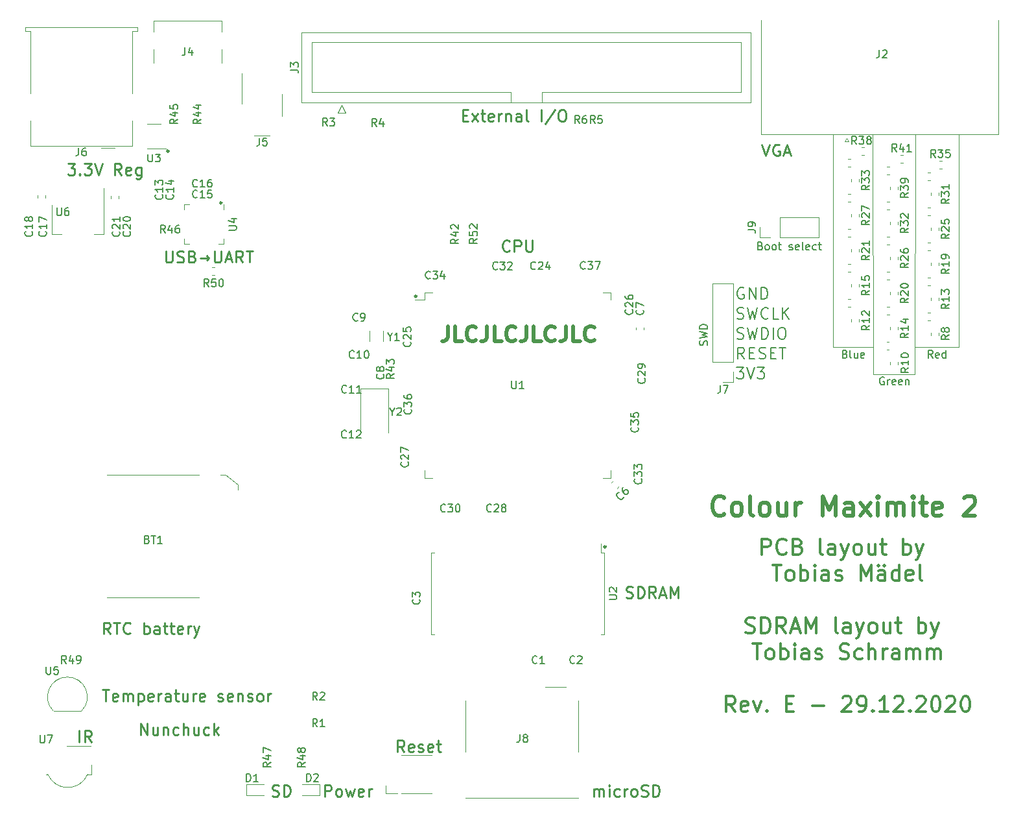
<source format=gto>
%TF.GenerationSoftware,KiCad,Pcbnew,5.1.8*%
%TF.CreationDate,2020-12-29T13:57:53+01:00*%
%TF.ProjectId,CMM2-JLC,434d4d32-2d4a-44c4-932e-6b696361645f,E*%
%TF.SameCoordinates,Original*%
%TF.FileFunction,Legend,Top*%
%TF.FilePolarity,Positive*%
%FSLAX46Y46*%
G04 Gerber Fmt 4.6, Leading zero omitted, Abs format (unit mm)*
G04 Created by KiCad (PCBNEW 5.1.8) date 2020-12-29 13:57:53*
%MOMM*%
%LPD*%
G01*
G04 APERTURE LIST*
%ADD10C,0.300000*%
%ADD11C,0.500000*%
%ADD12C,0.375000*%
%ADD13C,0.508000*%
%ADD14C,0.254000*%
%ADD15C,0.101600*%
%ADD16C,0.127000*%
%ADD17C,0.120000*%
%ADD18C,0.150000*%
G04 APERTURE END LIST*
D10*
X40400000Y-36550000D02*
G75*
G03*
X40400000Y-36550000I-100000J0D01*
G01*
X97500000Y-88200000D02*
G75*
G03*
X97500000Y-88200000I-100000J0D01*
G01*
X72800000Y-55500000D02*
G75*
G03*
X72800000Y-55500000I-100000J0D01*
G01*
X47350000Y-43300000D02*
G75*
G03*
X47350000Y-43300000I-100000J0D01*
G01*
D11*
X76861904Y-59404761D02*
X76861904Y-60833333D01*
X76766666Y-61119047D01*
X76576190Y-61309523D01*
X76290476Y-61404761D01*
X76100000Y-61404761D01*
X78766666Y-61404761D02*
X77814285Y-61404761D01*
X77814285Y-59404761D01*
X80576190Y-61214285D02*
X80480952Y-61309523D01*
X80195238Y-61404761D01*
X80004761Y-61404761D01*
X79719047Y-61309523D01*
X79528571Y-61119047D01*
X79433333Y-60928571D01*
X79338095Y-60547619D01*
X79338095Y-60261904D01*
X79433333Y-59880952D01*
X79528571Y-59690476D01*
X79719047Y-59500000D01*
X80004761Y-59404761D01*
X80195238Y-59404761D01*
X80480952Y-59500000D01*
X80576190Y-59595238D01*
X82004761Y-59404761D02*
X82004761Y-60833333D01*
X81909523Y-61119047D01*
X81719047Y-61309523D01*
X81433333Y-61404761D01*
X81242857Y-61404761D01*
X83909523Y-61404761D02*
X82957142Y-61404761D01*
X82957142Y-59404761D01*
X85719047Y-61214285D02*
X85623809Y-61309523D01*
X85338095Y-61404761D01*
X85147619Y-61404761D01*
X84861904Y-61309523D01*
X84671428Y-61119047D01*
X84576190Y-60928571D01*
X84480952Y-60547619D01*
X84480952Y-60261904D01*
X84576190Y-59880952D01*
X84671428Y-59690476D01*
X84861904Y-59500000D01*
X85147619Y-59404761D01*
X85338095Y-59404761D01*
X85623809Y-59500000D01*
X85719047Y-59595238D01*
X87147619Y-59404761D02*
X87147619Y-60833333D01*
X87052380Y-61119047D01*
X86861904Y-61309523D01*
X86576190Y-61404761D01*
X86385714Y-61404761D01*
X89052380Y-61404761D02*
X88100000Y-61404761D01*
X88100000Y-59404761D01*
X90861904Y-61214285D02*
X90766666Y-61309523D01*
X90480952Y-61404761D01*
X90290476Y-61404761D01*
X90004761Y-61309523D01*
X89814285Y-61119047D01*
X89719047Y-60928571D01*
X89623809Y-60547619D01*
X89623809Y-60261904D01*
X89719047Y-59880952D01*
X89814285Y-59690476D01*
X90004761Y-59500000D01*
X90290476Y-59404761D01*
X90480952Y-59404761D01*
X90766666Y-59500000D01*
X90861904Y-59595238D01*
X92290476Y-59404761D02*
X92290476Y-60833333D01*
X92195238Y-61119047D01*
X92004761Y-61309523D01*
X91719047Y-61404761D01*
X91528571Y-61404761D01*
X94195238Y-61404761D02*
X93242857Y-61404761D01*
X93242857Y-59404761D01*
X96004761Y-61214285D02*
X95909523Y-61309523D01*
X95623809Y-61404761D01*
X95433333Y-61404761D01*
X95147619Y-61309523D01*
X94957142Y-61119047D01*
X94861904Y-60928571D01*
X94766666Y-60547619D01*
X94766666Y-60261904D01*
X94861904Y-59880952D01*
X94957142Y-59690476D01*
X95147619Y-59500000D01*
X95433333Y-59404761D01*
X95623809Y-59404761D01*
X95909523Y-59500000D01*
X96004761Y-59595238D01*
D12*
X117875619Y-89200238D02*
X117875619Y-87168238D01*
X118649714Y-87168238D01*
X118843238Y-87265000D01*
X118940000Y-87361761D01*
X119036761Y-87555285D01*
X119036761Y-87845571D01*
X118940000Y-88039095D01*
X118843238Y-88135857D01*
X118649714Y-88232619D01*
X117875619Y-88232619D01*
X121068761Y-89006714D02*
X120972000Y-89103476D01*
X120681714Y-89200238D01*
X120488190Y-89200238D01*
X120197904Y-89103476D01*
X120004380Y-88909952D01*
X119907619Y-88716428D01*
X119810857Y-88329380D01*
X119810857Y-88039095D01*
X119907619Y-87652047D01*
X120004380Y-87458523D01*
X120197904Y-87265000D01*
X120488190Y-87168238D01*
X120681714Y-87168238D01*
X120972000Y-87265000D01*
X121068761Y-87361761D01*
X122616952Y-88135857D02*
X122907238Y-88232619D01*
X123004000Y-88329380D01*
X123100761Y-88522904D01*
X123100761Y-88813190D01*
X123004000Y-89006714D01*
X122907238Y-89103476D01*
X122713714Y-89200238D01*
X121939619Y-89200238D01*
X121939619Y-87168238D01*
X122616952Y-87168238D01*
X122810476Y-87265000D01*
X122907238Y-87361761D01*
X123004000Y-87555285D01*
X123004000Y-87748809D01*
X122907238Y-87942333D01*
X122810476Y-88039095D01*
X122616952Y-88135857D01*
X121939619Y-88135857D01*
X125810095Y-89200238D02*
X125616571Y-89103476D01*
X125519809Y-88909952D01*
X125519809Y-87168238D01*
X127455047Y-89200238D02*
X127455047Y-88135857D01*
X127358285Y-87942333D01*
X127164761Y-87845571D01*
X126777714Y-87845571D01*
X126584190Y-87942333D01*
X127455047Y-89103476D02*
X127261523Y-89200238D01*
X126777714Y-89200238D01*
X126584190Y-89103476D01*
X126487428Y-88909952D01*
X126487428Y-88716428D01*
X126584190Y-88522904D01*
X126777714Y-88426142D01*
X127261523Y-88426142D01*
X127455047Y-88329380D01*
X128229142Y-87845571D02*
X128712952Y-89200238D01*
X129196761Y-87845571D02*
X128712952Y-89200238D01*
X128519428Y-89684047D01*
X128422666Y-89780809D01*
X128229142Y-89877571D01*
X130261142Y-89200238D02*
X130067619Y-89103476D01*
X129970857Y-89006714D01*
X129874095Y-88813190D01*
X129874095Y-88232619D01*
X129970857Y-88039095D01*
X130067619Y-87942333D01*
X130261142Y-87845571D01*
X130551428Y-87845571D01*
X130744952Y-87942333D01*
X130841714Y-88039095D01*
X130938476Y-88232619D01*
X130938476Y-88813190D01*
X130841714Y-89006714D01*
X130744952Y-89103476D01*
X130551428Y-89200238D01*
X130261142Y-89200238D01*
X132680190Y-87845571D02*
X132680190Y-89200238D01*
X131809333Y-87845571D02*
X131809333Y-88909952D01*
X131906095Y-89103476D01*
X132099619Y-89200238D01*
X132389904Y-89200238D01*
X132583428Y-89103476D01*
X132680190Y-89006714D01*
X133357523Y-87845571D02*
X134131619Y-87845571D01*
X133647809Y-87168238D02*
X133647809Y-88909952D01*
X133744571Y-89103476D01*
X133938095Y-89200238D01*
X134131619Y-89200238D01*
X136357142Y-89200238D02*
X136357142Y-87168238D01*
X136357142Y-87942333D02*
X136550666Y-87845571D01*
X136937714Y-87845571D01*
X137131238Y-87942333D01*
X137228000Y-88039095D01*
X137324761Y-88232619D01*
X137324761Y-88813190D01*
X137228000Y-89006714D01*
X137131238Y-89103476D01*
X136937714Y-89200238D01*
X136550666Y-89200238D01*
X136357142Y-89103476D01*
X138002095Y-87845571D02*
X138485904Y-89200238D01*
X138969714Y-87845571D02*
X138485904Y-89200238D01*
X138292380Y-89684047D01*
X138195619Y-89780809D01*
X138002095Y-89877571D01*
X119278666Y-90591238D02*
X120439809Y-90591238D01*
X119859238Y-92623238D02*
X119859238Y-90591238D01*
X121407428Y-92623238D02*
X121213904Y-92526476D01*
X121117142Y-92429714D01*
X121020380Y-92236190D01*
X121020380Y-91655619D01*
X121117142Y-91462095D01*
X121213904Y-91365333D01*
X121407428Y-91268571D01*
X121697714Y-91268571D01*
X121891238Y-91365333D01*
X121988000Y-91462095D01*
X122084761Y-91655619D01*
X122084761Y-92236190D01*
X121988000Y-92429714D01*
X121891238Y-92526476D01*
X121697714Y-92623238D01*
X121407428Y-92623238D01*
X122955619Y-92623238D02*
X122955619Y-90591238D01*
X122955619Y-91365333D02*
X123149142Y-91268571D01*
X123536190Y-91268571D01*
X123729714Y-91365333D01*
X123826476Y-91462095D01*
X123923238Y-91655619D01*
X123923238Y-92236190D01*
X123826476Y-92429714D01*
X123729714Y-92526476D01*
X123536190Y-92623238D01*
X123149142Y-92623238D01*
X122955619Y-92526476D01*
X124794095Y-92623238D02*
X124794095Y-91268571D01*
X124794095Y-90591238D02*
X124697333Y-90688000D01*
X124794095Y-90784761D01*
X124890857Y-90688000D01*
X124794095Y-90591238D01*
X124794095Y-90784761D01*
X126632571Y-92623238D02*
X126632571Y-91558857D01*
X126535809Y-91365333D01*
X126342285Y-91268571D01*
X125955238Y-91268571D01*
X125761714Y-91365333D01*
X126632571Y-92526476D02*
X126439047Y-92623238D01*
X125955238Y-92623238D01*
X125761714Y-92526476D01*
X125664952Y-92332952D01*
X125664952Y-92139428D01*
X125761714Y-91945904D01*
X125955238Y-91849142D01*
X126439047Y-91849142D01*
X126632571Y-91752380D01*
X127503428Y-92526476D02*
X127696952Y-92623238D01*
X128084000Y-92623238D01*
X128277523Y-92526476D01*
X128374285Y-92332952D01*
X128374285Y-92236190D01*
X128277523Y-92042666D01*
X128084000Y-91945904D01*
X127793714Y-91945904D01*
X127600190Y-91849142D01*
X127503428Y-91655619D01*
X127503428Y-91558857D01*
X127600190Y-91365333D01*
X127793714Y-91268571D01*
X128084000Y-91268571D01*
X128277523Y-91365333D01*
X130793333Y-92623238D02*
X130793333Y-90591238D01*
X131470666Y-92042666D01*
X132148000Y-90591238D01*
X132148000Y-92623238D01*
X133986476Y-92623238D02*
X133986476Y-91558857D01*
X133889714Y-91365333D01*
X133696190Y-91268571D01*
X133309142Y-91268571D01*
X133115619Y-91365333D01*
X133986476Y-92526476D02*
X133792952Y-92623238D01*
X133309142Y-92623238D01*
X133115619Y-92526476D01*
X133018857Y-92332952D01*
X133018857Y-92139428D01*
X133115619Y-91945904D01*
X133309142Y-91849142D01*
X133792952Y-91849142D01*
X133986476Y-91752380D01*
X133115619Y-90591238D02*
X133212380Y-90688000D01*
X133115619Y-90784761D01*
X133018857Y-90688000D01*
X133115619Y-90591238D01*
X133115619Y-90784761D01*
X133889714Y-90591238D02*
X133986476Y-90688000D01*
X133889714Y-90784761D01*
X133792952Y-90688000D01*
X133889714Y-90591238D01*
X133889714Y-90784761D01*
X135824952Y-92623238D02*
X135824952Y-90591238D01*
X135824952Y-92526476D02*
X135631428Y-92623238D01*
X135244380Y-92623238D01*
X135050857Y-92526476D01*
X134954095Y-92429714D01*
X134857333Y-92236190D01*
X134857333Y-91655619D01*
X134954095Y-91462095D01*
X135050857Y-91365333D01*
X135244380Y-91268571D01*
X135631428Y-91268571D01*
X135824952Y-91365333D01*
X137566666Y-92526476D02*
X137373142Y-92623238D01*
X136986095Y-92623238D01*
X136792571Y-92526476D01*
X136695809Y-92332952D01*
X136695809Y-91558857D01*
X136792571Y-91365333D01*
X136986095Y-91268571D01*
X137373142Y-91268571D01*
X137566666Y-91365333D01*
X137663428Y-91558857D01*
X137663428Y-91752380D01*
X136695809Y-91945904D01*
X138824571Y-92623238D02*
X138631047Y-92526476D01*
X138534285Y-92332952D01*
X138534285Y-90591238D01*
X115795238Y-99372476D02*
X116085523Y-99469238D01*
X116569333Y-99469238D01*
X116762857Y-99372476D01*
X116859619Y-99275714D01*
X116956380Y-99082190D01*
X116956380Y-98888666D01*
X116859619Y-98695142D01*
X116762857Y-98598380D01*
X116569333Y-98501619D01*
X116182285Y-98404857D01*
X115988761Y-98308095D01*
X115892000Y-98211333D01*
X115795238Y-98017809D01*
X115795238Y-97824285D01*
X115892000Y-97630761D01*
X115988761Y-97534000D01*
X116182285Y-97437238D01*
X116666095Y-97437238D01*
X116956380Y-97534000D01*
X117827238Y-99469238D02*
X117827238Y-97437238D01*
X118311047Y-97437238D01*
X118601333Y-97534000D01*
X118794857Y-97727523D01*
X118891619Y-97921047D01*
X118988380Y-98308095D01*
X118988380Y-98598380D01*
X118891619Y-98985428D01*
X118794857Y-99178952D01*
X118601333Y-99372476D01*
X118311047Y-99469238D01*
X117827238Y-99469238D01*
X121020380Y-99469238D02*
X120343047Y-98501619D01*
X119859238Y-99469238D02*
X119859238Y-97437238D01*
X120633333Y-97437238D01*
X120826857Y-97534000D01*
X120923619Y-97630761D01*
X121020380Y-97824285D01*
X121020380Y-98114571D01*
X120923619Y-98308095D01*
X120826857Y-98404857D01*
X120633333Y-98501619D01*
X119859238Y-98501619D01*
X121794476Y-98888666D02*
X122762095Y-98888666D01*
X121600952Y-99469238D02*
X122278285Y-97437238D01*
X122955619Y-99469238D01*
X123632952Y-99469238D02*
X123632952Y-97437238D01*
X124310285Y-98888666D01*
X124987619Y-97437238D01*
X124987619Y-99469238D01*
X127793714Y-99469238D02*
X127600190Y-99372476D01*
X127503428Y-99178952D01*
X127503428Y-97437238D01*
X129438666Y-99469238D02*
X129438666Y-98404857D01*
X129341904Y-98211333D01*
X129148380Y-98114571D01*
X128761333Y-98114571D01*
X128567809Y-98211333D01*
X129438666Y-99372476D02*
X129245142Y-99469238D01*
X128761333Y-99469238D01*
X128567809Y-99372476D01*
X128471047Y-99178952D01*
X128471047Y-98985428D01*
X128567809Y-98791904D01*
X128761333Y-98695142D01*
X129245142Y-98695142D01*
X129438666Y-98598380D01*
X130212761Y-98114571D02*
X130696571Y-99469238D01*
X131180380Y-98114571D02*
X130696571Y-99469238D01*
X130503047Y-99953047D01*
X130406285Y-100049809D01*
X130212761Y-100146571D01*
X132244761Y-99469238D02*
X132051238Y-99372476D01*
X131954476Y-99275714D01*
X131857714Y-99082190D01*
X131857714Y-98501619D01*
X131954476Y-98308095D01*
X132051238Y-98211333D01*
X132244761Y-98114571D01*
X132535047Y-98114571D01*
X132728571Y-98211333D01*
X132825333Y-98308095D01*
X132922095Y-98501619D01*
X132922095Y-99082190D01*
X132825333Y-99275714D01*
X132728571Y-99372476D01*
X132535047Y-99469238D01*
X132244761Y-99469238D01*
X134663809Y-98114571D02*
X134663809Y-99469238D01*
X133792952Y-98114571D02*
X133792952Y-99178952D01*
X133889714Y-99372476D01*
X134083238Y-99469238D01*
X134373523Y-99469238D01*
X134567047Y-99372476D01*
X134663809Y-99275714D01*
X135341142Y-98114571D02*
X136115238Y-98114571D01*
X135631428Y-97437238D02*
X135631428Y-99178952D01*
X135728190Y-99372476D01*
X135921714Y-99469238D01*
X136115238Y-99469238D01*
X138340761Y-99469238D02*
X138340761Y-97437238D01*
X138340761Y-98211333D02*
X138534285Y-98114571D01*
X138921333Y-98114571D01*
X139114857Y-98211333D01*
X139211619Y-98308095D01*
X139308380Y-98501619D01*
X139308380Y-99082190D01*
X139211619Y-99275714D01*
X139114857Y-99372476D01*
X138921333Y-99469238D01*
X138534285Y-99469238D01*
X138340761Y-99372476D01*
X139985714Y-98114571D02*
X140469523Y-99469238D01*
X140953333Y-98114571D02*
X140469523Y-99469238D01*
X140276000Y-99953047D01*
X140179238Y-100049809D01*
X139985714Y-100146571D01*
X116666095Y-100860238D02*
X117827238Y-100860238D01*
X117246666Y-102892238D02*
X117246666Y-100860238D01*
X118794857Y-102892238D02*
X118601333Y-102795476D01*
X118504571Y-102698714D01*
X118407809Y-102505190D01*
X118407809Y-101924619D01*
X118504571Y-101731095D01*
X118601333Y-101634333D01*
X118794857Y-101537571D01*
X119085142Y-101537571D01*
X119278666Y-101634333D01*
X119375428Y-101731095D01*
X119472190Y-101924619D01*
X119472190Y-102505190D01*
X119375428Y-102698714D01*
X119278666Y-102795476D01*
X119085142Y-102892238D01*
X118794857Y-102892238D01*
X120343047Y-102892238D02*
X120343047Y-100860238D01*
X120343047Y-101634333D02*
X120536571Y-101537571D01*
X120923619Y-101537571D01*
X121117142Y-101634333D01*
X121213904Y-101731095D01*
X121310666Y-101924619D01*
X121310666Y-102505190D01*
X121213904Y-102698714D01*
X121117142Y-102795476D01*
X120923619Y-102892238D01*
X120536571Y-102892238D01*
X120343047Y-102795476D01*
X122181523Y-102892238D02*
X122181523Y-101537571D01*
X122181523Y-100860238D02*
X122084761Y-100957000D01*
X122181523Y-101053761D01*
X122278285Y-100957000D01*
X122181523Y-100860238D01*
X122181523Y-101053761D01*
X124020000Y-102892238D02*
X124020000Y-101827857D01*
X123923238Y-101634333D01*
X123729714Y-101537571D01*
X123342666Y-101537571D01*
X123149142Y-101634333D01*
X124020000Y-102795476D02*
X123826476Y-102892238D01*
X123342666Y-102892238D01*
X123149142Y-102795476D01*
X123052380Y-102601952D01*
X123052380Y-102408428D01*
X123149142Y-102214904D01*
X123342666Y-102118142D01*
X123826476Y-102118142D01*
X124020000Y-102021380D01*
X124890857Y-102795476D02*
X125084380Y-102892238D01*
X125471428Y-102892238D01*
X125664952Y-102795476D01*
X125761714Y-102601952D01*
X125761714Y-102505190D01*
X125664952Y-102311666D01*
X125471428Y-102214904D01*
X125181142Y-102214904D01*
X124987619Y-102118142D01*
X124890857Y-101924619D01*
X124890857Y-101827857D01*
X124987619Y-101634333D01*
X125181142Y-101537571D01*
X125471428Y-101537571D01*
X125664952Y-101634333D01*
X128084000Y-102795476D02*
X128374285Y-102892238D01*
X128858095Y-102892238D01*
X129051619Y-102795476D01*
X129148380Y-102698714D01*
X129245142Y-102505190D01*
X129245142Y-102311666D01*
X129148380Y-102118142D01*
X129051619Y-102021380D01*
X128858095Y-101924619D01*
X128471047Y-101827857D01*
X128277523Y-101731095D01*
X128180761Y-101634333D01*
X128084000Y-101440809D01*
X128084000Y-101247285D01*
X128180761Y-101053761D01*
X128277523Y-100957000D01*
X128471047Y-100860238D01*
X128954857Y-100860238D01*
X129245142Y-100957000D01*
X130986857Y-102795476D02*
X130793333Y-102892238D01*
X130406285Y-102892238D01*
X130212761Y-102795476D01*
X130116000Y-102698714D01*
X130019238Y-102505190D01*
X130019238Y-101924619D01*
X130116000Y-101731095D01*
X130212761Y-101634333D01*
X130406285Y-101537571D01*
X130793333Y-101537571D01*
X130986857Y-101634333D01*
X131857714Y-102892238D02*
X131857714Y-100860238D01*
X132728571Y-102892238D02*
X132728571Y-101827857D01*
X132631809Y-101634333D01*
X132438285Y-101537571D01*
X132148000Y-101537571D01*
X131954476Y-101634333D01*
X131857714Y-101731095D01*
X133696190Y-102892238D02*
X133696190Y-101537571D01*
X133696190Y-101924619D02*
X133792952Y-101731095D01*
X133889714Y-101634333D01*
X134083238Y-101537571D01*
X134276761Y-101537571D01*
X135824952Y-102892238D02*
X135824952Y-101827857D01*
X135728190Y-101634333D01*
X135534666Y-101537571D01*
X135147619Y-101537571D01*
X134954095Y-101634333D01*
X135824952Y-102795476D02*
X135631428Y-102892238D01*
X135147619Y-102892238D01*
X134954095Y-102795476D01*
X134857333Y-102601952D01*
X134857333Y-102408428D01*
X134954095Y-102214904D01*
X135147619Y-102118142D01*
X135631428Y-102118142D01*
X135824952Y-102021380D01*
X136792571Y-102892238D02*
X136792571Y-101537571D01*
X136792571Y-101731095D02*
X136889333Y-101634333D01*
X137082857Y-101537571D01*
X137373142Y-101537571D01*
X137566666Y-101634333D01*
X137663428Y-101827857D01*
X137663428Y-102892238D01*
X137663428Y-101827857D02*
X137760190Y-101634333D01*
X137953714Y-101537571D01*
X138244000Y-101537571D01*
X138437523Y-101634333D01*
X138534285Y-101827857D01*
X138534285Y-102892238D01*
X139501904Y-102892238D02*
X139501904Y-101537571D01*
X139501904Y-101731095D02*
X139598666Y-101634333D01*
X139792190Y-101537571D01*
X140082476Y-101537571D01*
X140276000Y-101634333D01*
X140372761Y-101827857D01*
X140372761Y-102892238D01*
X140372761Y-101827857D02*
X140469523Y-101634333D01*
X140663047Y-101537571D01*
X140953333Y-101537571D01*
X141146857Y-101634333D01*
X141243619Y-101827857D01*
X141243619Y-102892238D01*
X114392190Y-109738238D02*
X113714857Y-108770619D01*
X113231047Y-109738238D02*
X113231047Y-107706238D01*
X114005142Y-107706238D01*
X114198666Y-107803000D01*
X114295428Y-107899761D01*
X114392190Y-108093285D01*
X114392190Y-108383571D01*
X114295428Y-108577095D01*
X114198666Y-108673857D01*
X114005142Y-108770619D01*
X113231047Y-108770619D01*
X116037142Y-109641476D02*
X115843619Y-109738238D01*
X115456571Y-109738238D01*
X115263047Y-109641476D01*
X115166285Y-109447952D01*
X115166285Y-108673857D01*
X115263047Y-108480333D01*
X115456571Y-108383571D01*
X115843619Y-108383571D01*
X116037142Y-108480333D01*
X116133904Y-108673857D01*
X116133904Y-108867380D01*
X115166285Y-109060904D01*
X116811238Y-108383571D02*
X117295047Y-109738238D01*
X117778857Y-108383571D01*
X118552952Y-109544714D02*
X118649714Y-109641476D01*
X118552952Y-109738238D01*
X118456190Y-109641476D01*
X118552952Y-109544714D01*
X118552952Y-109738238D01*
X121068761Y-108673857D02*
X121746095Y-108673857D01*
X122036380Y-109738238D02*
X121068761Y-109738238D01*
X121068761Y-107706238D01*
X122036380Y-107706238D01*
X124455428Y-108964142D02*
X126003619Y-108964142D01*
X128422666Y-107899761D02*
X128519428Y-107803000D01*
X128712952Y-107706238D01*
X129196761Y-107706238D01*
X129390285Y-107803000D01*
X129487047Y-107899761D01*
X129583809Y-108093285D01*
X129583809Y-108286809D01*
X129487047Y-108577095D01*
X128325904Y-109738238D01*
X129583809Y-109738238D01*
X130551428Y-109738238D02*
X130938476Y-109738238D01*
X131132000Y-109641476D01*
X131228761Y-109544714D01*
X131422285Y-109254428D01*
X131519047Y-108867380D01*
X131519047Y-108093285D01*
X131422285Y-107899761D01*
X131325523Y-107803000D01*
X131132000Y-107706238D01*
X130744952Y-107706238D01*
X130551428Y-107803000D01*
X130454666Y-107899761D01*
X130357904Y-108093285D01*
X130357904Y-108577095D01*
X130454666Y-108770619D01*
X130551428Y-108867380D01*
X130744952Y-108964142D01*
X131132000Y-108964142D01*
X131325523Y-108867380D01*
X131422285Y-108770619D01*
X131519047Y-108577095D01*
X132389904Y-109544714D02*
X132486666Y-109641476D01*
X132389904Y-109738238D01*
X132293142Y-109641476D01*
X132389904Y-109544714D01*
X132389904Y-109738238D01*
X134421904Y-109738238D02*
X133260761Y-109738238D01*
X133841333Y-109738238D02*
X133841333Y-107706238D01*
X133647809Y-107996523D01*
X133454285Y-108190047D01*
X133260761Y-108286809D01*
X135196000Y-107899761D02*
X135292761Y-107803000D01*
X135486285Y-107706238D01*
X135970095Y-107706238D01*
X136163619Y-107803000D01*
X136260380Y-107899761D01*
X136357142Y-108093285D01*
X136357142Y-108286809D01*
X136260380Y-108577095D01*
X135099238Y-109738238D01*
X136357142Y-109738238D01*
X137228000Y-109544714D02*
X137324761Y-109641476D01*
X137228000Y-109738238D01*
X137131238Y-109641476D01*
X137228000Y-109544714D01*
X137228000Y-109738238D01*
X138098857Y-107899761D02*
X138195619Y-107803000D01*
X138389142Y-107706238D01*
X138872952Y-107706238D01*
X139066476Y-107803000D01*
X139163238Y-107899761D01*
X139260000Y-108093285D01*
X139260000Y-108286809D01*
X139163238Y-108577095D01*
X138002095Y-109738238D01*
X139260000Y-109738238D01*
X140517904Y-107706238D02*
X140711428Y-107706238D01*
X140904952Y-107803000D01*
X141001714Y-107899761D01*
X141098476Y-108093285D01*
X141195238Y-108480333D01*
X141195238Y-108964142D01*
X141098476Y-109351190D01*
X141001714Y-109544714D01*
X140904952Y-109641476D01*
X140711428Y-109738238D01*
X140517904Y-109738238D01*
X140324380Y-109641476D01*
X140227619Y-109544714D01*
X140130857Y-109351190D01*
X140034095Y-108964142D01*
X140034095Y-108480333D01*
X140130857Y-108093285D01*
X140227619Y-107899761D01*
X140324380Y-107803000D01*
X140517904Y-107706238D01*
X141969333Y-107899761D02*
X142066095Y-107803000D01*
X142259619Y-107706238D01*
X142743428Y-107706238D01*
X142936952Y-107803000D01*
X143033714Y-107899761D01*
X143130476Y-108093285D01*
X143130476Y-108286809D01*
X143033714Y-108577095D01*
X141872571Y-109738238D01*
X143130476Y-109738238D01*
X144388380Y-107706238D02*
X144581904Y-107706238D01*
X144775428Y-107803000D01*
X144872190Y-107899761D01*
X144968952Y-108093285D01*
X145065714Y-108480333D01*
X145065714Y-108964142D01*
X144968952Y-109351190D01*
X144872190Y-109544714D01*
X144775428Y-109641476D01*
X144581904Y-109738238D01*
X144388380Y-109738238D01*
X144194857Y-109641476D01*
X144098095Y-109544714D01*
X144001333Y-109351190D01*
X143904571Y-108964142D01*
X143904571Y-108480333D01*
X144001333Y-108093285D01*
X144098095Y-107899761D01*
X144194857Y-107803000D01*
X144388380Y-107706238D01*
D13*
X112986390Y-83907142D02*
X112865438Y-84028095D01*
X112502580Y-84149047D01*
X112260676Y-84149047D01*
X111897819Y-84028095D01*
X111655914Y-83786190D01*
X111534961Y-83544285D01*
X111414009Y-83060476D01*
X111414009Y-82697619D01*
X111534961Y-82213809D01*
X111655914Y-81971904D01*
X111897819Y-81730000D01*
X112260676Y-81609047D01*
X112502580Y-81609047D01*
X112865438Y-81730000D01*
X112986390Y-81850952D01*
X114437819Y-84149047D02*
X114195914Y-84028095D01*
X114074961Y-83907142D01*
X113954009Y-83665238D01*
X113954009Y-82939523D01*
X114074961Y-82697619D01*
X114195914Y-82576666D01*
X114437819Y-82455714D01*
X114800676Y-82455714D01*
X115042580Y-82576666D01*
X115163533Y-82697619D01*
X115284485Y-82939523D01*
X115284485Y-83665238D01*
X115163533Y-83907142D01*
X115042580Y-84028095D01*
X114800676Y-84149047D01*
X114437819Y-84149047D01*
X116735914Y-84149047D02*
X116494009Y-84028095D01*
X116373057Y-83786190D01*
X116373057Y-81609047D01*
X118066390Y-84149047D02*
X117824485Y-84028095D01*
X117703533Y-83907142D01*
X117582580Y-83665238D01*
X117582580Y-82939523D01*
X117703533Y-82697619D01*
X117824485Y-82576666D01*
X118066390Y-82455714D01*
X118429247Y-82455714D01*
X118671152Y-82576666D01*
X118792104Y-82697619D01*
X118913057Y-82939523D01*
X118913057Y-83665238D01*
X118792104Y-83907142D01*
X118671152Y-84028095D01*
X118429247Y-84149047D01*
X118066390Y-84149047D01*
X121090200Y-82455714D02*
X121090200Y-84149047D01*
X120001628Y-82455714D02*
X120001628Y-83786190D01*
X120122580Y-84028095D01*
X120364485Y-84149047D01*
X120727342Y-84149047D01*
X120969247Y-84028095D01*
X121090200Y-83907142D01*
X122299723Y-84149047D02*
X122299723Y-82455714D01*
X122299723Y-82939523D02*
X122420676Y-82697619D01*
X122541628Y-82576666D01*
X122783533Y-82455714D01*
X123025438Y-82455714D01*
X125807342Y-84149047D02*
X125807342Y-81609047D01*
X126654009Y-83423333D01*
X127500676Y-81609047D01*
X127500676Y-84149047D01*
X129798771Y-84149047D02*
X129798771Y-82818571D01*
X129677819Y-82576666D01*
X129435914Y-82455714D01*
X128952104Y-82455714D01*
X128710200Y-82576666D01*
X129798771Y-84028095D02*
X129556866Y-84149047D01*
X128952104Y-84149047D01*
X128710200Y-84028095D01*
X128589247Y-83786190D01*
X128589247Y-83544285D01*
X128710200Y-83302380D01*
X128952104Y-83181428D01*
X129556866Y-83181428D01*
X129798771Y-83060476D01*
X130766390Y-84149047D02*
X132096866Y-82455714D01*
X130766390Y-82455714D02*
X132096866Y-84149047D01*
X133064485Y-84149047D02*
X133064485Y-82455714D01*
X133064485Y-81609047D02*
X132943533Y-81730000D01*
X133064485Y-81850952D01*
X133185438Y-81730000D01*
X133064485Y-81609047D01*
X133064485Y-81850952D01*
X134274009Y-84149047D02*
X134274009Y-82455714D01*
X134274009Y-82697619D02*
X134394961Y-82576666D01*
X134636866Y-82455714D01*
X134999723Y-82455714D01*
X135241628Y-82576666D01*
X135362580Y-82818571D01*
X135362580Y-84149047D01*
X135362580Y-82818571D02*
X135483533Y-82576666D01*
X135725438Y-82455714D01*
X136088295Y-82455714D01*
X136330200Y-82576666D01*
X136451152Y-82818571D01*
X136451152Y-84149047D01*
X137660676Y-84149047D02*
X137660676Y-82455714D01*
X137660676Y-81609047D02*
X137539723Y-81730000D01*
X137660676Y-81850952D01*
X137781628Y-81730000D01*
X137660676Y-81609047D01*
X137660676Y-81850952D01*
X138507342Y-82455714D02*
X139474961Y-82455714D01*
X138870200Y-81609047D02*
X138870200Y-83786190D01*
X138991152Y-84028095D01*
X139233057Y-84149047D01*
X139474961Y-84149047D01*
X141289247Y-84028095D02*
X141047342Y-84149047D01*
X140563533Y-84149047D01*
X140321628Y-84028095D01*
X140200676Y-83786190D01*
X140200676Y-82818571D01*
X140321628Y-82576666D01*
X140563533Y-82455714D01*
X141047342Y-82455714D01*
X141289247Y-82576666D01*
X141410200Y-82818571D01*
X141410200Y-83060476D01*
X140200676Y-83302380D01*
X144313057Y-81850952D02*
X144434009Y-81730000D01*
X144675914Y-81609047D01*
X145280676Y-81609047D01*
X145522580Y-81730000D01*
X145643533Y-81850952D01*
X145764485Y-82092857D01*
X145764485Y-82334761D01*
X145643533Y-82697619D01*
X144192104Y-84149047D01*
X145764485Y-84149047D01*
D14*
X78822242Y-31892857D02*
X79322242Y-31892857D01*
X79536528Y-32678571D02*
X78822242Y-32678571D01*
X78822242Y-31178571D01*
X79536528Y-31178571D01*
X80036528Y-32678571D02*
X80822242Y-31678571D01*
X80036528Y-31678571D02*
X80822242Y-32678571D01*
X81179385Y-31678571D02*
X81750814Y-31678571D01*
X81393671Y-31178571D02*
X81393671Y-32464285D01*
X81465100Y-32607142D01*
X81607957Y-32678571D01*
X81750814Y-32678571D01*
X82822242Y-32607142D02*
X82679385Y-32678571D01*
X82393671Y-32678571D01*
X82250814Y-32607142D01*
X82179385Y-32464285D01*
X82179385Y-31892857D01*
X82250814Y-31750000D01*
X82393671Y-31678571D01*
X82679385Y-31678571D01*
X82822242Y-31750000D01*
X82893671Y-31892857D01*
X82893671Y-32035714D01*
X82179385Y-32178571D01*
X83536528Y-32678571D02*
X83536528Y-31678571D01*
X83536528Y-31964285D02*
X83607957Y-31821428D01*
X83679385Y-31750000D01*
X83822242Y-31678571D01*
X83965100Y-31678571D01*
X84465100Y-31678571D02*
X84465100Y-32678571D01*
X84465100Y-31821428D02*
X84536528Y-31750000D01*
X84679385Y-31678571D01*
X84893671Y-31678571D01*
X85036528Y-31750000D01*
X85107957Y-31892857D01*
X85107957Y-32678571D01*
X86465100Y-32678571D02*
X86465100Y-31892857D01*
X86393671Y-31750000D01*
X86250814Y-31678571D01*
X85965100Y-31678571D01*
X85822242Y-31750000D01*
X86465100Y-32607142D02*
X86322242Y-32678571D01*
X85965100Y-32678571D01*
X85822242Y-32607142D01*
X85750814Y-32464285D01*
X85750814Y-32321428D01*
X85822242Y-32178571D01*
X85965100Y-32107142D01*
X86322242Y-32107142D01*
X86465100Y-32035714D01*
X87393671Y-32678571D02*
X87250814Y-32607142D01*
X87179385Y-32464285D01*
X87179385Y-31178571D01*
X89107957Y-32678571D02*
X89107957Y-31178571D01*
X90893671Y-31107142D02*
X89607957Y-33035714D01*
X91679385Y-31178571D02*
X91965100Y-31178571D01*
X92107957Y-31250000D01*
X92250814Y-31392857D01*
X92322242Y-31678571D01*
X92322242Y-32178571D01*
X92250814Y-32464285D01*
X92107957Y-32607142D01*
X91965100Y-32678571D01*
X91679385Y-32678571D01*
X91536528Y-32607142D01*
X91393671Y-32464285D01*
X91322242Y-32178571D01*
X91322242Y-31678571D01*
X91393671Y-31392857D01*
X91536528Y-31250000D01*
X91679385Y-31178571D01*
X27242857Y-38178571D02*
X28171428Y-38178571D01*
X27671428Y-38750000D01*
X27885714Y-38750000D01*
X28028571Y-38821428D01*
X28100000Y-38892857D01*
X28171428Y-39035714D01*
X28171428Y-39392857D01*
X28100000Y-39535714D01*
X28028571Y-39607142D01*
X27885714Y-39678571D01*
X27457142Y-39678571D01*
X27314285Y-39607142D01*
X27242857Y-39535714D01*
X28814285Y-39535714D02*
X28885714Y-39607142D01*
X28814285Y-39678571D01*
X28742857Y-39607142D01*
X28814285Y-39535714D01*
X28814285Y-39678571D01*
X29385714Y-38178571D02*
X30314285Y-38178571D01*
X29814285Y-38750000D01*
X30028571Y-38750000D01*
X30171428Y-38821428D01*
X30242857Y-38892857D01*
X30314285Y-39035714D01*
X30314285Y-39392857D01*
X30242857Y-39535714D01*
X30171428Y-39607142D01*
X30028571Y-39678571D01*
X29600000Y-39678571D01*
X29457142Y-39607142D01*
X29385714Y-39535714D01*
X30742857Y-38178571D02*
X31242857Y-39678571D01*
X31742857Y-38178571D01*
X34242857Y-39678571D02*
X33742857Y-38964285D01*
X33385714Y-39678571D02*
X33385714Y-38178571D01*
X33957142Y-38178571D01*
X34100000Y-38250000D01*
X34171428Y-38321428D01*
X34242857Y-38464285D01*
X34242857Y-38678571D01*
X34171428Y-38821428D01*
X34100000Y-38892857D01*
X33957142Y-38964285D01*
X33385714Y-38964285D01*
X35457142Y-39607142D02*
X35314285Y-39678571D01*
X35028571Y-39678571D01*
X34885714Y-39607142D01*
X34814285Y-39464285D01*
X34814285Y-38892857D01*
X34885714Y-38750000D01*
X35028571Y-38678571D01*
X35314285Y-38678571D01*
X35457142Y-38750000D01*
X35528571Y-38892857D01*
X35528571Y-39035714D01*
X34814285Y-39178571D01*
X36814285Y-38678571D02*
X36814285Y-39892857D01*
X36742857Y-40035714D01*
X36671428Y-40107142D01*
X36528571Y-40178571D01*
X36314285Y-40178571D01*
X36171428Y-40107142D01*
X36814285Y-39607142D02*
X36671428Y-39678571D01*
X36385714Y-39678571D01*
X36242857Y-39607142D01*
X36171428Y-39535714D01*
X36100000Y-39392857D01*
X36100000Y-38964285D01*
X36171428Y-38821428D01*
X36242857Y-38750000D01*
X36385714Y-38678571D01*
X36671428Y-38678571D01*
X36814285Y-38750000D01*
X40028571Y-49578571D02*
X40028571Y-50792857D01*
X40100000Y-50935714D01*
X40171428Y-51007142D01*
X40314285Y-51078571D01*
X40600000Y-51078571D01*
X40742857Y-51007142D01*
X40814285Y-50935714D01*
X40885714Y-50792857D01*
X40885714Y-49578571D01*
X41528571Y-51007142D02*
X41742857Y-51078571D01*
X42100000Y-51078571D01*
X42242857Y-51007142D01*
X42314285Y-50935714D01*
X42385714Y-50792857D01*
X42385714Y-50650000D01*
X42314285Y-50507142D01*
X42242857Y-50435714D01*
X42100000Y-50364285D01*
X41814285Y-50292857D01*
X41671428Y-50221428D01*
X41600000Y-50150000D01*
X41528571Y-50007142D01*
X41528571Y-49864285D01*
X41600000Y-49721428D01*
X41671428Y-49650000D01*
X41814285Y-49578571D01*
X42171428Y-49578571D01*
X42385714Y-49650000D01*
X43528571Y-50292857D02*
X43742857Y-50364285D01*
X43814285Y-50435714D01*
X43885714Y-50578571D01*
X43885714Y-50792857D01*
X43814285Y-50935714D01*
X43742857Y-51007142D01*
X43600000Y-51078571D01*
X43028571Y-51078571D01*
X43028571Y-49578571D01*
X43528571Y-49578571D01*
X43671428Y-49650000D01*
X43742857Y-49721428D01*
X43814285Y-49864285D01*
X43814285Y-50007142D01*
X43742857Y-50150000D01*
X43671428Y-50221428D01*
X43528571Y-50292857D01*
X43028571Y-50292857D01*
X44528571Y-50507142D02*
X45671428Y-50507142D01*
X45385714Y-50792857D02*
X45671428Y-50507142D01*
X45385714Y-50221428D01*
X46385714Y-49578571D02*
X46385714Y-50792857D01*
X46457142Y-50935714D01*
X46528571Y-51007142D01*
X46671428Y-51078571D01*
X46957142Y-51078571D01*
X47100000Y-51007142D01*
X47171428Y-50935714D01*
X47242857Y-50792857D01*
X47242857Y-49578571D01*
X47885714Y-50650000D02*
X48600000Y-50650000D01*
X47742857Y-51078571D02*
X48242857Y-49578571D01*
X48742857Y-51078571D01*
X50100000Y-51078571D02*
X49600000Y-50364285D01*
X49242857Y-51078571D02*
X49242857Y-49578571D01*
X49814285Y-49578571D01*
X49957142Y-49650000D01*
X50028571Y-49721428D01*
X50100000Y-49864285D01*
X50100000Y-50078571D01*
X50028571Y-50221428D01*
X49957142Y-50292857D01*
X49814285Y-50364285D01*
X49242857Y-50364285D01*
X50528571Y-49578571D02*
X51385714Y-49578571D01*
X50957142Y-51078571D02*
X50957142Y-49578571D01*
X71179385Y-114978571D02*
X70679385Y-114264285D01*
X70322242Y-114978571D02*
X70322242Y-113478571D01*
X70893671Y-113478571D01*
X71036528Y-113550000D01*
X71107957Y-113621428D01*
X71179385Y-113764285D01*
X71179385Y-113978571D01*
X71107957Y-114121428D01*
X71036528Y-114192857D01*
X70893671Y-114264285D01*
X70322242Y-114264285D01*
X72393671Y-114907142D02*
X72250814Y-114978571D01*
X71965100Y-114978571D01*
X71822242Y-114907142D01*
X71750814Y-114764285D01*
X71750814Y-114192857D01*
X71822242Y-114050000D01*
X71965100Y-113978571D01*
X72250814Y-113978571D01*
X72393671Y-114050000D01*
X72465100Y-114192857D01*
X72465100Y-114335714D01*
X71750814Y-114478571D01*
X73036528Y-114907142D02*
X73179385Y-114978571D01*
X73465100Y-114978571D01*
X73607957Y-114907142D01*
X73679385Y-114764285D01*
X73679385Y-114692857D01*
X73607957Y-114550000D01*
X73465100Y-114478571D01*
X73250814Y-114478571D01*
X73107957Y-114407142D01*
X73036528Y-114264285D01*
X73036528Y-114192857D01*
X73107957Y-114050000D01*
X73250814Y-113978571D01*
X73465100Y-113978571D01*
X73607957Y-114050000D01*
X74893671Y-114907142D02*
X74750814Y-114978571D01*
X74465100Y-114978571D01*
X74322242Y-114907142D01*
X74250814Y-114764285D01*
X74250814Y-114192857D01*
X74322242Y-114050000D01*
X74465100Y-113978571D01*
X74750814Y-113978571D01*
X74893671Y-114050000D01*
X74965100Y-114192857D01*
X74965100Y-114335714D01*
X74250814Y-114478571D01*
X75393671Y-113978571D02*
X75965100Y-113978571D01*
X75607957Y-113478571D02*
X75607957Y-114764285D01*
X75679385Y-114907142D01*
X75822242Y-114978571D01*
X75965100Y-114978571D01*
X36764285Y-112778571D02*
X36764285Y-111278571D01*
X37621428Y-112778571D01*
X37621428Y-111278571D01*
X38978571Y-111778571D02*
X38978571Y-112778571D01*
X38335714Y-111778571D02*
X38335714Y-112564285D01*
X38407142Y-112707142D01*
X38550000Y-112778571D01*
X38764285Y-112778571D01*
X38907142Y-112707142D01*
X38978571Y-112635714D01*
X39692857Y-111778571D02*
X39692857Y-112778571D01*
X39692857Y-111921428D02*
X39764285Y-111850000D01*
X39907142Y-111778571D01*
X40121428Y-111778571D01*
X40264285Y-111850000D01*
X40335714Y-111992857D01*
X40335714Y-112778571D01*
X41692857Y-112707142D02*
X41550000Y-112778571D01*
X41264285Y-112778571D01*
X41121428Y-112707142D01*
X41050000Y-112635714D01*
X40978571Y-112492857D01*
X40978571Y-112064285D01*
X41050000Y-111921428D01*
X41121428Y-111850000D01*
X41264285Y-111778571D01*
X41550000Y-111778571D01*
X41692857Y-111850000D01*
X42335714Y-112778571D02*
X42335714Y-111278571D01*
X42978571Y-112778571D02*
X42978571Y-111992857D01*
X42907142Y-111850000D01*
X42764285Y-111778571D01*
X42550000Y-111778571D01*
X42407142Y-111850000D01*
X42335714Y-111921428D01*
X44335714Y-111778571D02*
X44335714Y-112778571D01*
X43692857Y-111778571D02*
X43692857Y-112564285D01*
X43764285Y-112707142D01*
X43907142Y-112778571D01*
X44121428Y-112778571D01*
X44264285Y-112707142D01*
X44335714Y-112635714D01*
X45692857Y-112707142D02*
X45550000Y-112778571D01*
X45264285Y-112778571D01*
X45121428Y-112707142D01*
X45050000Y-112635714D01*
X44978571Y-112492857D01*
X44978571Y-112064285D01*
X45050000Y-111921428D01*
X45121428Y-111850000D01*
X45264285Y-111778571D01*
X45550000Y-111778571D01*
X45692857Y-111850000D01*
X46335714Y-112778571D02*
X46335714Y-111278571D01*
X46478571Y-112207142D02*
X46907142Y-112778571D01*
X46907142Y-111778571D02*
X46335714Y-112350000D01*
X28750000Y-113678571D02*
X28750000Y-112178571D01*
X30321428Y-113678571D02*
X29821428Y-112964285D01*
X29464285Y-113678571D02*
X29464285Y-112178571D01*
X30035714Y-112178571D01*
X30178571Y-112250000D01*
X30250000Y-112321428D01*
X30321428Y-112464285D01*
X30321428Y-112678571D01*
X30250000Y-112821428D01*
X30178571Y-112892857D01*
X30035714Y-112964285D01*
X29464285Y-112964285D01*
X31800000Y-106878571D02*
X32657142Y-106878571D01*
X32228571Y-108378571D02*
X32228571Y-106878571D01*
X33728571Y-108307142D02*
X33585714Y-108378571D01*
X33300000Y-108378571D01*
X33157142Y-108307142D01*
X33085714Y-108164285D01*
X33085714Y-107592857D01*
X33157142Y-107450000D01*
X33300000Y-107378571D01*
X33585714Y-107378571D01*
X33728571Y-107450000D01*
X33800000Y-107592857D01*
X33800000Y-107735714D01*
X33085714Y-107878571D01*
X34442857Y-108378571D02*
X34442857Y-107378571D01*
X34442857Y-107521428D02*
X34514285Y-107450000D01*
X34657142Y-107378571D01*
X34871428Y-107378571D01*
X35014285Y-107450000D01*
X35085714Y-107592857D01*
X35085714Y-108378571D01*
X35085714Y-107592857D02*
X35157142Y-107450000D01*
X35300000Y-107378571D01*
X35514285Y-107378571D01*
X35657142Y-107450000D01*
X35728571Y-107592857D01*
X35728571Y-108378571D01*
X36442857Y-107378571D02*
X36442857Y-108878571D01*
X36442857Y-107450000D02*
X36585714Y-107378571D01*
X36871428Y-107378571D01*
X37014285Y-107450000D01*
X37085714Y-107521428D01*
X37157142Y-107664285D01*
X37157142Y-108092857D01*
X37085714Y-108235714D01*
X37014285Y-108307142D01*
X36871428Y-108378571D01*
X36585714Y-108378571D01*
X36442857Y-108307142D01*
X38371428Y-108307142D02*
X38228571Y-108378571D01*
X37942857Y-108378571D01*
X37800000Y-108307142D01*
X37728571Y-108164285D01*
X37728571Y-107592857D01*
X37800000Y-107450000D01*
X37942857Y-107378571D01*
X38228571Y-107378571D01*
X38371428Y-107450000D01*
X38442857Y-107592857D01*
X38442857Y-107735714D01*
X37728571Y-107878571D01*
X39085714Y-108378571D02*
X39085714Y-107378571D01*
X39085714Y-107664285D02*
X39157142Y-107521428D01*
X39228571Y-107450000D01*
X39371428Y-107378571D01*
X39514285Y-107378571D01*
X40657142Y-108378571D02*
X40657142Y-107592857D01*
X40585714Y-107450000D01*
X40442857Y-107378571D01*
X40157142Y-107378571D01*
X40014285Y-107450000D01*
X40657142Y-108307142D02*
X40514285Y-108378571D01*
X40157142Y-108378571D01*
X40014285Y-108307142D01*
X39942857Y-108164285D01*
X39942857Y-108021428D01*
X40014285Y-107878571D01*
X40157142Y-107807142D01*
X40514285Y-107807142D01*
X40657142Y-107735714D01*
X41157142Y-107378571D02*
X41728571Y-107378571D01*
X41371428Y-106878571D02*
X41371428Y-108164285D01*
X41442857Y-108307142D01*
X41585714Y-108378571D01*
X41728571Y-108378571D01*
X42871428Y-107378571D02*
X42871428Y-108378571D01*
X42228571Y-107378571D02*
X42228571Y-108164285D01*
X42300000Y-108307142D01*
X42442857Y-108378571D01*
X42657142Y-108378571D01*
X42800000Y-108307142D01*
X42871428Y-108235714D01*
X43585714Y-108378571D02*
X43585714Y-107378571D01*
X43585714Y-107664285D02*
X43657142Y-107521428D01*
X43728571Y-107450000D01*
X43871428Y-107378571D01*
X44014285Y-107378571D01*
X45085714Y-108307142D02*
X44942857Y-108378571D01*
X44657142Y-108378571D01*
X44514285Y-108307142D01*
X44442857Y-108164285D01*
X44442857Y-107592857D01*
X44514285Y-107450000D01*
X44657142Y-107378571D01*
X44942857Y-107378571D01*
X45085714Y-107450000D01*
X45157142Y-107592857D01*
X45157142Y-107735714D01*
X44442857Y-107878571D01*
X46871428Y-108307142D02*
X47014285Y-108378571D01*
X47300000Y-108378571D01*
X47442857Y-108307142D01*
X47514285Y-108164285D01*
X47514285Y-108092857D01*
X47442857Y-107950000D01*
X47300000Y-107878571D01*
X47085714Y-107878571D01*
X46942857Y-107807142D01*
X46871428Y-107664285D01*
X46871428Y-107592857D01*
X46942857Y-107450000D01*
X47085714Y-107378571D01*
X47300000Y-107378571D01*
X47442857Y-107450000D01*
X48728571Y-108307142D02*
X48585714Y-108378571D01*
X48300000Y-108378571D01*
X48157142Y-108307142D01*
X48085714Y-108164285D01*
X48085714Y-107592857D01*
X48157142Y-107450000D01*
X48300000Y-107378571D01*
X48585714Y-107378571D01*
X48728571Y-107450000D01*
X48800000Y-107592857D01*
X48800000Y-107735714D01*
X48085714Y-107878571D01*
X49442857Y-107378571D02*
X49442857Y-108378571D01*
X49442857Y-107521428D02*
X49514285Y-107450000D01*
X49657142Y-107378571D01*
X49871428Y-107378571D01*
X50014285Y-107450000D01*
X50085714Y-107592857D01*
X50085714Y-108378571D01*
X50728571Y-108307142D02*
X50871428Y-108378571D01*
X51157142Y-108378571D01*
X51300000Y-108307142D01*
X51371428Y-108164285D01*
X51371428Y-108092857D01*
X51300000Y-107950000D01*
X51157142Y-107878571D01*
X50942857Y-107878571D01*
X50800000Y-107807142D01*
X50728571Y-107664285D01*
X50728571Y-107592857D01*
X50800000Y-107450000D01*
X50942857Y-107378571D01*
X51157142Y-107378571D01*
X51300000Y-107450000D01*
X52228571Y-108378571D02*
X52085714Y-108307142D01*
X52014285Y-108235714D01*
X51942857Y-108092857D01*
X51942857Y-107664285D01*
X52014285Y-107521428D01*
X52085714Y-107450000D01*
X52228571Y-107378571D01*
X52442857Y-107378571D01*
X52585714Y-107450000D01*
X52657142Y-107521428D01*
X52728571Y-107664285D01*
X52728571Y-108092857D01*
X52657142Y-108235714D01*
X52585714Y-108307142D01*
X52442857Y-108378571D01*
X52228571Y-108378571D01*
X53371428Y-108378571D02*
X53371428Y-107378571D01*
X53371428Y-107664285D02*
X53442857Y-107521428D01*
X53514285Y-107450000D01*
X53657142Y-107378571D01*
X53800000Y-107378571D01*
X32778571Y-99578571D02*
X32278571Y-98864285D01*
X31921428Y-99578571D02*
X31921428Y-98078571D01*
X32492857Y-98078571D01*
X32635714Y-98150000D01*
X32707142Y-98221428D01*
X32778571Y-98364285D01*
X32778571Y-98578571D01*
X32707142Y-98721428D01*
X32635714Y-98792857D01*
X32492857Y-98864285D01*
X31921428Y-98864285D01*
X33207142Y-98078571D02*
X34064285Y-98078571D01*
X33635714Y-99578571D02*
X33635714Y-98078571D01*
X35421428Y-99435714D02*
X35350000Y-99507142D01*
X35135714Y-99578571D01*
X34992857Y-99578571D01*
X34778571Y-99507142D01*
X34635714Y-99364285D01*
X34564285Y-99221428D01*
X34492857Y-98935714D01*
X34492857Y-98721428D01*
X34564285Y-98435714D01*
X34635714Y-98292857D01*
X34778571Y-98150000D01*
X34992857Y-98078571D01*
X35135714Y-98078571D01*
X35350000Y-98150000D01*
X35421428Y-98221428D01*
X37207142Y-99578571D02*
X37207142Y-98078571D01*
X37207142Y-98650000D02*
X37350000Y-98578571D01*
X37635714Y-98578571D01*
X37778571Y-98650000D01*
X37850000Y-98721428D01*
X37921428Y-98864285D01*
X37921428Y-99292857D01*
X37850000Y-99435714D01*
X37778571Y-99507142D01*
X37635714Y-99578571D01*
X37350000Y-99578571D01*
X37207142Y-99507142D01*
X39207142Y-99578571D02*
X39207142Y-98792857D01*
X39135714Y-98650000D01*
X38992857Y-98578571D01*
X38707142Y-98578571D01*
X38564285Y-98650000D01*
X39207142Y-99507142D02*
X39064285Y-99578571D01*
X38707142Y-99578571D01*
X38564285Y-99507142D01*
X38492857Y-99364285D01*
X38492857Y-99221428D01*
X38564285Y-99078571D01*
X38707142Y-99007142D01*
X39064285Y-99007142D01*
X39207142Y-98935714D01*
X39707142Y-98578571D02*
X40278571Y-98578571D01*
X39921428Y-98078571D02*
X39921428Y-99364285D01*
X39992857Y-99507142D01*
X40135714Y-99578571D01*
X40278571Y-99578571D01*
X40564285Y-98578571D02*
X41135714Y-98578571D01*
X40778571Y-98078571D02*
X40778571Y-99364285D01*
X40850000Y-99507142D01*
X40992857Y-99578571D01*
X41135714Y-99578571D01*
X42207142Y-99507142D02*
X42064285Y-99578571D01*
X41778571Y-99578571D01*
X41635714Y-99507142D01*
X41564285Y-99364285D01*
X41564285Y-98792857D01*
X41635714Y-98650000D01*
X41778571Y-98578571D01*
X42064285Y-98578571D01*
X42207142Y-98650000D01*
X42278571Y-98792857D01*
X42278571Y-98935714D01*
X41564285Y-99078571D01*
X42921428Y-99578571D02*
X42921428Y-98578571D01*
X42921428Y-98864285D02*
X42992857Y-98721428D01*
X43064285Y-98650000D01*
X43207142Y-98578571D01*
X43350000Y-98578571D01*
X43707142Y-98578571D02*
X44064285Y-99578571D01*
X44421428Y-98578571D02*
X44064285Y-99578571D01*
X43921428Y-99935714D01*
X43850000Y-100007142D01*
X43707142Y-100078571D01*
X95950000Y-120778571D02*
X95950000Y-119778571D01*
X95950000Y-119921428D02*
X96021428Y-119850000D01*
X96164285Y-119778571D01*
X96378571Y-119778571D01*
X96521428Y-119850000D01*
X96592857Y-119992857D01*
X96592857Y-120778571D01*
X96592857Y-119992857D02*
X96664285Y-119850000D01*
X96807142Y-119778571D01*
X97021428Y-119778571D01*
X97164285Y-119850000D01*
X97235714Y-119992857D01*
X97235714Y-120778571D01*
X97950000Y-120778571D02*
X97950000Y-119778571D01*
X97950000Y-119278571D02*
X97878571Y-119350000D01*
X97950000Y-119421428D01*
X98021428Y-119350000D01*
X97950000Y-119278571D01*
X97950000Y-119421428D01*
X99307142Y-120707142D02*
X99164285Y-120778571D01*
X98878571Y-120778571D01*
X98735714Y-120707142D01*
X98664285Y-120635714D01*
X98592857Y-120492857D01*
X98592857Y-120064285D01*
X98664285Y-119921428D01*
X98735714Y-119850000D01*
X98878571Y-119778571D01*
X99164285Y-119778571D01*
X99307142Y-119850000D01*
X99950000Y-120778571D02*
X99950000Y-119778571D01*
X99950000Y-120064285D02*
X100021428Y-119921428D01*
X100092857Y-119850000D01*
X100235714Y-119778571D01*
X100378571Y-119778571D01*
X101092857Y-120778571D02*
X100950000Y-120707142D01*
X100878571Y-120635714D01*
X100807142Y-120492857D01*
X100807142Y-120064285D01*
X100878571Y-119921428D01*
X100950000Y-119850000D01*
X101092857Y-119778571D01*
X101307142Y-119778571D01*
X101450000Y-119850000D01*
X101521428Y-119921428D01*
X101592857Y-120064285D01*
X101592857Y-120492857D01*
X101521428Y-120635714D01*
X101450000Y-120707142D01*
X101307142Y-120778571D01*
X101092857Y-120778571D01*
X102164285Y-120707142D02*
X102378571Y-120778571D01*
X102735714Y-120778571D01*
X102878571Y-120707142D01*
X102950000Y-120635714D01*
X103021428Y-120492857D01*
X103021428Y-120350000D01*
X102950000Y-120207142D01*
X102878571Y-120135714D01*
X102735714Y-120064285D01*
X102450000Y-119992857D01*
X102307142Y-119921428D01*
X102235714Y-119850000D01*
X102164285Y-119707142D01*
X102164285Y-119564285D01*
X102235714Y-119421428D01*
X102307142Y-119350000D01*
X102450000Y-119278571D01*
X102807142Y-119278571D01*
X103021428Y-119350000D01*
X103664285Y-120778571D02*
X103664285Y-119278571D01*
X104021428Y-119278571D01*
X104235714Y-119350000D01*
X104378571Y-119492857D01*
X104450000Y-119635714D01*
X104521428Y-119921428D01*
X104521428Y-120135714D01*
X104450000Y-120421428D01*
X104378571Y-120564285D01*
X104235714Y-120707142D01*
X104021428Y-120778571D01*
X103664285Y-120778571D01*
D15*
X132400000Y-65700000D02*
X137900000Y-65700000D01*
D16*
X140192073Y-63552380D02*
X139858740Y-63076190D01*
X139620645Y-63552380D02*
X139620645Y-62552380D01*
X140001597Y-62552380D01*
X140096835Y-62600000D01*
X140144454Y-62647619D01*
X140192073Y-62742857D01*
X140192073Y-62885714D01*
X140144454Y-62980952D01*
X140096835Y-63028571D01*
X140001597Y-63076190D01*
X139620645Y-63076190D01*
X141001597Y-63504761D02*
X140906359Y-63552380D01*
X140715883Y-63552380D01*
X140620645Y-63504761D01*
X140573026Y-63409523D01*
X140573026Y-63028571D01*
X140620645Y-62933333D01*
X140715883Y-62885714D01*
X140906359Y-62885714D01*
X141001597Y-62933333D01*
X141049216Y-63028571D01*
X141049216Y-63123809D01*
X140573026Y-63219047D01*
X141906359Y-63552380D02*
X141906359Y-62552380D01*
X141906359Y-63504761D02*
X141811121Y-63552380D01*
X141620645Y-63552380D01*
X141525407Y-63504761D01*
X141477788Y-63457142D01*
X141430169Y-63361904D01*
X141430169Y-63076190D01*
X141477788Y-62980952D01*
X141525407Y-62933333D01*
X141620645Y-62885714D01*
X141811121Y-62885714D01*
X141906359Y-62933333D01*
X133844454Y-66100000D02*
X133749216Y-66052380D01*
X133606359Y-66052380D01*
X133463502Y-66100000D01*
X133368264Y-66195238D01*
X133320645Y-66290476D01*
X133273026Y-66480952D01*
X133273026Y-66623809D01*
X133320645Y-66814285D01*
X133368264Y-66909523D01*
X133463502Y-67004761D01*
X133606359Y-67052380D01*
X133701597Y-67052380D01*
X133844454Y-67004761D01*
X133892073Y-66957142D01*
X133892073Y-66623809D01*
X133701597Y-66623809D01*
X134320645Y-67052380D02*
X134320645Y-66385714D01*
X134320645Y-66576190D02*
X134368264Y-66480952D01*
X134415883Y-66433333D01*
X134511121Y-66385714D01*
X134606359Y-66385714D01*
X135320645Y-67004761D02*
X135225407Y-67052380D01*
X135034930Y-67052380D01*
X134939692Y-67004761D01*
X134892073Y-66909523D01*
X134892073Y-66528571D01*
X134939692Y-66433333D01*
X135034930Y-66385714D01*
X135225407Y-66385714D01*
X135320645Y-66433333D01*
X135368264Y-66528571D01*
X135368264Y-66623809D01*
X134892073Y-66719047D01*
X136177788Y-67004761D02*
X136082550Y-67052380D01*
X135892073Y-67052380D01*
X135796835Y-67004761D01*
X135749216Y-66909523D01*
X135749216Y-66528571D01*
X135796835Y-66433333D01*
X135892073Y-66385714D01*
X136082550Y-66385714D01*
X136177788Y-66433333D01*
X136225407Y-66528571D01*
X136225407Y-66623809D01*
X135749216Y-66719047D01*
X136653978Y-66385714D02*
X136653978Y-67052380D01*
X136653978Y-66480952D02*
X136701597Y-66433333D01*
X136796835Y-66385714D01*
X136939692Y-66385714D01*
X137034930Y-66433333D01*
X137082550Y-66528571D01*
X137082550Y-67052380D01*
X128753978Y-63028571D02*
X128896835Y-63076190D01*
X128944454Y-63123809D01*
X128992073Y-63219047D01*
X128992073Y-63361904D01*
X128944454Y-63457142D01*
X128896835Y-63504761D01*
X128801597Y-63552380D01*
X128420645Y-63552380D01*
X128420645Y-62552380D01*
X128753978Y-62552380D01*
X128849216Y-62600000D01*
X128896835Y-62647619D01*
X128944454Y-62742857D01*
X128944454Y-62838095D01*
X128896835Y-62933333D01*
X128849216Y-62980952D01*
X128753978Y-63028571D01*
X128420645Y-63028571D01*
X129563502Y-63552380D02*
X129468264Y-63504761D01*
X129420645Y-63409523D01*
X129420645Y-62552380D01*
X130373026Y-62885714D02*
X130373026Y-63552380D01*
X129944454Y-62885714D02*
X129944454Y-63409523D01*
X129992073Y-63504761D01*
X130087311Y-63552380D01*
X130230169Y-63552380D01*
X130325407Y-63504761D01*
X130373026Y-63457142D01*
X131230169Y-63504761D02*
X131134930Y-63552380D01*
X130944454Y-63552380D01*
X130849216Y-63504761D01*
X130801597Y-63409523D01*
X130801597Y-63028571D01*
X130849216Y-62933333D01*
X130944454Y-62885714D01*
X131134930Y-62885714D01*
X131230169Y-62933333D01*
X131277788Y-63028571D01*
X131277788Y-63123809D01*
X130801597Y-63219047D01*
D15*
X127200000Y-34400000D02*
X127200000Y-62100000D01*
X132400000Y-62100000D02*
X127200000Y-62100000D01*
X143600000Y-62100000D02*
X137900000Y-62100000D01*
X143600000Y-34400000D02*
X143600000Y-62100000D01*
D14*
X117907957Y-35678571D02*
X118407957Y-37178571D01*
X118907957Y-35678571D01*
X120193671Y-35750000D02*
X120050814Y-35678571D01*
X119836528Y-35678571D01*
X119622242Y-35750000D01*
X119479385Y-35892857D01*
X119407957Y-36035714D01*
X119336528Y-36321428D01*
X119336528Y-36535714D01*
X119407957Y-36821428D01*
X119479385Y-36964285D01*
X119622242Y-37107142D01*
X119836528Y-37178571D01*
X119979385Y-37178571D01*
X120193671Y-37107142D01*
X120265100Y-37035714D01*
X120265100Y-36535714D01*
X119979385Y-36535714D01*
X120836528Y-36750000D02*
X121550814Y-36750000D01*
X120693671Y-37178571D02*
X121193671Y-35678571D01*
X121693671Y-37178571D01*
X100171428Y-94807142D02*
X100385714Y-94878571D01*
X100742857Y-94878571D01*
X100885714Y-94807142D01*
X100957142Y-94735714D01*
X101028571Y-94592857D01*
X101028571Y-94450000D01*
X100957142Y-94307142D01*
X100885714Y-94235714D01*
X100742857Y-94164285D01*
X100457142Y-94092857D01*
X100314285Y-94021428D01*
X100242857Y-93950000D01*
X100171428Y-93807142D01*
X100171428Y-93664285D01*
X100242857Y-93521428D01*
X100314285Y-93450000D01*
X100457142Y-93378571D01*
X100814285Y-93378571D01*
X101028571Y-93450000D01*
X101671428Y-94878571D02*
X101671428Y-93378571D01*
X102028571Y-93378571D01*
X102242857Y-93450000D01*
X102385714Y-93592857D01*
X102457142Y-93735714D01*
X102528571Y-94021428D01*
X102528571Y-94235714D01*
X102457142Y-94521428D01*
X102385714Y-94664285D01*
X102242857Y-94807142D01*
X102028571Y-94878571D01*
X101671428Y-94878571D01*
X104028571Y-94878571D02*
X103528571Y-94164285D01*
X103171428Y-94878571D02*
X103171428Y-93378571D01*
X103742857Y-93378571D01*
X103885714Y-93450000D01*
X103957142Y-93521428D01*
X104028571Y-93664285D01*
X104028571Y-93878571D01*
X103957142Y-94021428D01*
X103885714Y-94092857D01*
X103742857Y-94164285D01*
X103171428Y-94164285D01*
X104600000Y-94450000D02*
X105314285Y-94450000D01*
X104457142Y-94878571D02*
X104957142Y-93378571D01*
X105457142Y-94878571D01*
X105957142Y-94878571D02*
X105957142Y-93378571D01*
X106457142Y-94450000D01*
X106957142Y-93378571D01*
X106957142Y-94878571D01*
X84928571Y-49535714D02*
X84857142Y-49607142D01*
X84642857Y-49678571D01*
X84500000Y-49678571D01*
X84285714Y-49607142D01*
X84142857Y-49464285D01*
X84071428Y-49321428D01*
X84000000Y-49035714D01*
X84000000Y-48821428D01*
X84071428Y-48535714D01*
X84142857Y-48392857D01*
X84285714Y-48250000D01*
X84500000Y-48178571D01*
X84642857Y-48178571D01*
X84857142Y-48250000D01*
X84928571Y-48321428D01*
X85571428Y-49678571D02*
X85571428Y-48178571D01*
X86142857Y-48178571D01*
X86285714Y-48250000D01*
X86357142Y-48321428D01*
X86428571Y-48464285D01*
X86428571Y-48678571D01*
X86357142Y-48821428D01*
X86285714Y-48892857D01*
X86142857Y-48964285D01*
X85571428Y-48964285D01*
X87071428Y-48178571D02*
X87071428Y-49392857D01*
X87142857Y-49535714D01*
X87214285Y-49607142D01*
X87357142Y-49678571D01*
X87642857Y-49678571D01*
X87785714Y-49607142D01*
X87857142Y-49535714D01*
X87928571Y-49392857D01*
X87928571Y-48178571D01*
X60822242Y-120778571D02*
X60822242Y-119278571D01*
X61393671Y-119278571D01*
X61536528Y-119350000D01*
X61607957Y-119421428D01*
X61679385Y-119564285D01*
X61679385Y-119778571D01*
X61607957Y-119921428D01*
X61536528Y-119992857D01*
X61393671Y-120064285D01*
X60822242Y-120064285D01*
X62536528Y-120778571D02*
X62393671Y-120707142D01*
X62322242Y-120635714D01*
X62250814Y-120492857D01*
X62250814Y-120064285D01*
X62322242Y-119921428D01*
X62393671Y-119850000D01*
X62536528Y-119778571D01*
X62750814Y-119778571D01*
X62893671Y-119850000D01*
X62965100Y-119921428D01*
X63036528Y-120064285D01*
X63036528Y-120492857D01*
X62965100Y-120635714D01*
X62893671Y-120707142D01*
X62750814Y-120778571D01*
X62536528Y-120778571D01*
X63536528Y-119778571D02*
X63822242Y-120778571D01*
X64107957Y-120064285D01*
X64393671Y-120778571D01*
X64679385Y-119778571D01*
X65822242Y-120707142D02*
X65679385Y-120778571D01*
X65393671Y-120778571D01*
X65250814Y-120707142D01*
X65179385Y-120564285D01*
X65179385Y-119992857D01*
X65250814Y-119850000D01*
X65393671Y-119778571D01*
X65679385Y-119778571D01*
X65822242Y-119850000D01*
X65893671Y-119992857D01*
X65893671Y-120135714D01*
X65179385Y-120278571D01*
X66536528Y-120778571D02*
X66536528Y-119778571D01*
X66536528Y-120064285D02*
X66607957Y-119921428D01*
X66679385Y-119850000D01*
X66822242Y-119778571D01*
X66965100Y-119778571D01*
X53950814Y-120707142D02*
X54165100Y-120778571D01*
X54522242Y-120778571D01*
X54665100Y-120707142D01*
X54736528Y-120635714D01*
X54807957Y-120492857D01*
X54807957Y-120350000D01*
X54736528Y-120207142D01*
X54665100Y-120135714D01*
X54522242Y-120064285D01*
X54236528Y-119992857D01*
X54093671Y-119921428D01*
X54022242Y-119850000D01*
X53950814Y-119707142D01*
X53950814Y-119564285D01*
X54022242Y-119421428D01*
X54093671Y-119350000D01*
X54236528Y-119278571D01*
X54593671Y-119278571D01*
X54807957Y-119350000D01*
X55450814Y-120778571D02*
X55450814Y-119278571D01*
X55807957Y-119278571D01*
X56022242Y-119350000D01*
X56165100Y-119492857D01*
X56236528Y-119635714D01*
X56307957Y-119921428D01*
X56307957Y-120135714D01*
X56236528Y-120421428D01*
X56165100Y-120564285D01*
X56022242Y-120707142D01*
X55807957Y-120778571D01*
X55450814Y-120778571D01*
D16*
X115525407Y-54450000D02*
X115382550Y-54378571D01*
X115168264Y-54378571D01*
X114953978Y-54450000D01*
X114811121Y-54592857D01*
X114739692Y-54735714D01*
X114668264Y-55021428D01*
X114668264Y-55235714D01*
X114739692Y-55521428D01*
X114811121Y-55664285D01*
X114953978Y-55807142D01*
X115168264Y-55878571D01*
X115311121Y-55878571D01*
X115525407Y-55807142D01*
X115596835Y-55735714D01*
X115596835Y-55235714D01*
X115311121Y-55235714D01*
X116239692Y-55878571D02*
X116239692Y-54378571D01*
X117096835Y-55878571D01*
X117096835Y-54378571D01*
X117811121Y-55878571D02*
X117811121Y-54378571D01*
X118168264Y-54378571D01*
X118382550Y-54450000D01*
X118525407Y-54592857D01*
X118596835Y-54735714D01*
X118668264Y-55021428D01*
X118668264Y-55235714D01*
X118596835Y-55521428D01*
X118525407Y-55664285D01*
X118382550Y-55807142D01*
X118168264Y-55878571D01*
X117811121Y-55878571D01*
X114668264Y-58407142D02*
X114882550Y-58478571D01*
X115239692Y-58478571D01*
X115382550Y-58407142D01*
X115453978Y-58335714D01*
X115525407Y-58192857D01*
X115525407Y-58050000D01*
X115453978Y-57907142D01*
X115382550Y-57835714D01*
X115239692Y-57764285D01*
X114953978Y-57692857D01*
X114811121Y-57621428D01*
X114739692Y-57550000D01*
X114668264Y-57407142D01*
X114668264Y-57264285D01*
X114739692Y-57121428D01*
X114811121Y-57050000D01*
X114953978Y-56978571D01*
X115311121Y-56978571D01*
X115525407Y-57050000D01*
X116025407Y-56978571D02*
X116382550Y-58478571D01*
X116668264Y-57407142D01*
X116953978Y-58478571D01*
X117311121Y-56978571D01*
X118739692Y-58335714D02*
X118668264Y-58407142D01*
X118453978Y-58478571D01*
X118311121Y-58478571D01*
X118096835Y-58407142D01*
X117953978Y-58264285D01*
X117882550Y-58121428D01*
X117811121Y-57835714D01*
X117811121Y-57621428D01*
X117882550Y-57335714D01*
X117953978Y-57192857D01*
X118096835Y-57050000D01*
X118311121Y-56978571D01*
X118453978Y-56978571D01*
X118668264Y-57050000D01*
X118739692Y-57121428D01*
X120096835Y-58478571D02*
X119382550Y-58478571D01*
X119382550Y-56978571D01*
X120596835Y-58478571D02*
X120596835Y-56978571D01*
X121453978Y-58478571D02*
X120811121Y-57621428D01*
X121453978Y-56978571D02*
X120596835Y-57835714D01*
X114668264Y-61007142D02*
X114882550Y-61078571D01*
X115239692Y-61078571D01*
X115382550Y-61007142D01*
X115453978Y-60935714D01*
X115525407Y-60792857D01*
X115525407Y-60650000D01*
X115453978Y-60507142D01*
X115382550Y-60435714D01*
X115239692Y-60364285D01*
X114953978Y-60292857D01*
X114811121Y-60221428D01*
X114739692Y-60150000D01*
X114668264Y-60007142D01*
X114668264Y-59864285D01*
X114739692Y-59721428D01*
X114811121Y-59650000D01*
X114953978Y-59578571D01*
X115311121Y-59578571D01*
X115525407Y-59650000D01*
X116025407Y-59578571D02*
X116382550Y-61078571D01*
X116668264Y-60007142D01*
X116953978Y-61078571D01*
X117311121Y-59578571D01*
X117882550Y-61078571D02*
X117882550Y-59578571D01*
X118239692Y-59578571D01*
X118453978Y-59650000D01*
X118596835Y-59792857D01*
X118668264Y-59935714D01*
X118739692Y-60221428D01*
X118739692Y-60435714D01*
X118668264Y-60721428D01*
X118596835Y-60864285D01*
X118453978Y-61007142D01*
X118239692Y-61078571D01*
X117882550Y-61078571D01*
X119382550Y-61078571D02*
X119382550Y-59578571D01*
X120382550Y-59578571D02*
X120668264Y-59578571D01*
X120811121Y-59650000D01*
X120953978Y-59792857D01*
X121025407Y-60078571D01*
X121025407Y-60578571D01*
X120953978Y-60864285D01*
X120811121Y-61007142D01*
X120668264Y-61078571D01*
X120382550Y-61078571D01*
X120239692Y-61007142D01*
X120096835Y-60864285D01*
X120025407Y-60578571D01*
X120025407Y-60078571D01*
X120096835Y-59792857D01*
X120239692Y-59650000D01*
X120382550Y-59578571D01*
X115596835Y-63678571D02*
X115096835Y-62964285D01*
X114739692Y-63678571D02*
X114739692Y-62178571D01*
X115311121Y-62178571D01*
X115453978Y-62250000D01*
X115525407Y-62321428D01*
X115596835Y-62464285D01*
X115596835Y-62678571D01*
X115525407Y-62821428D01*
X115453978Y-62892857D01*
X115311121Y-62964285D01*
X114739692Y-62964285D01*
X116239692Y-62892857D02*
X116739692Y-62892857D01*
X116953978Y-63678571D02*
X116239692Y-63678571D01*
X116239692Y-62178571D01*
X116953978Y-62178571D01*
X117525407Y-63607142D02*
X117739692Y-63678571D01*
X118096835Y-63678571D01*
X118239692Y-63607142D01*
X118311121Y-63535714D01*
X118382550Y-63392857D01*
X118382550Y-63250000D01*
X118311121Y-63107142D01*
X118239692Y-63035714D01*
X118096835Y-62964285D01*
X117811121Y-62892857D01*
X117668264Y-62821428D01*
X117596835Y-62750000D01*
X117525407Y-62607142D01*
X117525407Y-62464285D01*
X117596835Y-62321428D01*
X117668264Y-62250000D01*
X117811121Y-62178571D01*
X118168264Y-62178571D01*
X118382550Y-62250000D01*
X119025407Y-62892857D02*
X119525407Y-62892857D01*
X119739692Y-63678571D02*
X119025407Y-63678571D01*
X119025407Y-62178571D01*
X119739692Y-62178571D01*
X120168264Y-62178571D02*
X121025407Y-62178571D01*
X120596835Y-63678571D02*
X120596835Y-62178571D01*
X114596835Y-64778571D02*
X115525407Y-64778571D01*
X115025407Y-65350000D01*
X115239692Y-65350000D01*
X115382550Y-65421428D01*
X115453978Y-65492857D01*
X115525407Y-65635714D01*
X115525407Y-65992857D01*
X115453978Y-66135714D01*
X115382550Y-66207142D01*
X115239692Y-66278571D01*
X114811121Y-66278571D01*
X114668264Y-66207142D01*
X114596835Y-66135714D01*
X115953978Y-64778571D02*
X116453978Y-66278571D01*
X116953978Y-64778571D01*
X117311121Y-64778571D02*
X118239692Y-64778571D01*
X117739692Y-65350000D01*
X117953978Y-65350000D01*
X118096835Y-65421428D01*
X118168264Y-65492857D01*
X118239692Y-65635714D01*
X118239692Y-65992857D01*
X118168264Y-66135714D01*
X118096835Y-66207142D01*
X117953978Y-66278571D01*
X117525407Y-66278571D01*
X117382550Y-66207142D01*
X117311121Y-66135714D01*
D15*
X137922000Y-34400000D02*
X137900000Y-65700000D01*
X132384800Y-34400000D02*
X132400000Y-65700000D01*
D17*
%TO.C,J2*%
X129000000Y-34851325D02*
X129250000Y-35284338D01*
X117830000Y-34390000D02*
X117830000Y-19450000D01*
X129250000Y-35284338D02*
X128750000Y-35284338D01*
X148800000Y-19450000D02*
X148800000Y-34390000D01*
X148800000Y-34390000D02*
X117830000Y-34390000D01*
X128750000Y-35284338D02*
X129000000Y-34851325D01*
%TO.C,J4*%
X38430000Y-19560000D02*
X47370000Y-19560000D01*
X38430000Y-25070000D02*
X38430000Y-23270000D01*
X38430000Y-19560000D02*
X38430000Y-21020000D01*
X47370000Y-19560000D02*
X47370000Y-21020000D01*
X47370000Y-25070000D02*
X47370000Y-23270000D01*
%TO.C,J3*%
X57790000Y-30190000D02*
X57790000Y-21070000D01*
X57790000Y-21070000D02*
X116470000Y-21070000D01*
X116470000Y-21070000D02*
X116470000Y-30190000D01*
X116470000Y-30190000D02*
X57790000Y-30190000D01*
X85080000Y-30190000D02*
X85080000Y-28880000D01*
X85080000Y-28880000D02*
X59090000Y-28880000D01*
X59090000Y-28880000D02*
X59090000Y-22380000D01*
X59090000Y-22380000D02*
X115170000Y-22380000D01*
X115170000Y-22380000D02*
X115170000Y-28880000D01*
X115170000Y-28880000D02*
X89180000Y-28880000D01*
X89180000Y-28880000D02*
X89180000Y-28880000D01*
X89180000Y-28880000D02*
X89180000Y-30190000D01*
X63000000Y-30580000D02*
X62500000Y-31580000D01*
X62500000Y-31580000D02*
X63500000Y-31580000D01*
X63500000Y-31580000D02*
X63000000Y-30580000D01*
%TO.C,BT1*%
X32400000Y-78800000D02*
X44400000Y-78800000D01*
X32400000Y-94800000D02*
X44400000Y-94800000D01*
X47150000Y-78800000D02*
X47900000Y-78800000D01*
X47900000Y-78800000D02*
X49450000Y-80050000D01*
X49450000Y-80050000D02*
X49450000Y-80750000D01*
%TO.C,U2*%
X75100000Y-89000000D02*
X74700000Y-89000000D01*
X75100000Y-99600000D02*
X74700000Y-99600000D01*
X97300000Y-99600000D02*
X96900000Y-99600000D01*
X74700000Y-89000000D02*
X74700000Y-99600000D01*
X97300000Y-89000000D02*
X97300000Y-99600000D01*
X96900000Y-89000000D02*
X97300000Y-89000000D01*
X96900000Y-87800000D02*
X96900000Y-89000000D01*
%TO.C,U3*%
X39400000Y-32990000D02*
X37600000Y-32990000D01*
X37600000Y-36210000D02*
X40050000Y-36210000D01*
%TO.C,Y2*%
X69110000Y-73312000D02*
X69110000Y-67562000D01*
X69110000Y-67562000D02*
X65510000Y-67562000D01*
X65510000Y-67562000D02*
X65510000Y-73312000D01*
%TO.C,Y1*%
X68439000Y-61381000D02*
X68439000Y-60031000D01*
X66689000Y-61381000D02*
X66689000Y-60031000D01*
%TO.C,U7*%
X30300000Y-117900000D02*
X30300000Y-116700000D01*
X30300000Y-117900000D02*
X29840000Y-117900000D01*
X30220000Y-114240000D02*
X27140000Y-114240000D01*
X24640000Y-117900000D02*
X24420000Y-117900000D01*
X24640000Y-117900000D02*
G75*
G03*
X29840000Y-117900000I2600000J1100000D01*
G01*
%TO.C,U6*%
X25150600Y-47379200D02*
X26410600Y-47379200D01*
X31970600Y-47379200D02*
X30710600Y-47379200D01*
X25150600Y-43619200D02*
X25150600Y-47379200D01*
X31970600Y-41369200D02*
X31970600Y-47379200D01*
%TO.C,U5*%
X25400000Y-109650000D02*
X29000000Y-109650000D01*
X29038478Y-109638478D02*
G75*
G03*
X27200000Y-105200000I-1838478J1838478D01*
G01*
X25361522Y-109638478D02*
G75*
G02*
X27200000Y-105200000I1838478J1838478D01*
G01*
%TO.C,U4*%
X47631500Y-47986000D02*
X47631500Y-48711000D01*
X47631500Y-48711000D02*
X46906500Y-48711000D01*
X42411500Y-44216000D02*
X42411500Y-43491000D01*
X42411500Y-43491000D02*
X43136500Y-43491000D01*
X42411500Y-47986000D02*
X42411500Y-48711000D01*
X42411500Y-48711000D02*
X43136500Y-48711000D01*
X47631500Y-44216000D02*
X47631500Y-43491000D01*
%TO.C,SW1*%
X68800000Y-119372000D02*
X68800000Y-120372000D01*
X68800000Y-120372000D02*
X70300000Y-120372000D01*
X70800000Y-115372000D02*
X74800000Y-115372000D01*
X70800000Y-120372000D02*
X74800000Y-120372000D01*
%TO.C,R50*%
X46087221Y-51740000D02*
X46412779Y-51740000D01*
X46087221Y-52760000D02*
X46412779Y-52760000D01*
%TO.C,R41*%
X135981221Y-37082000D02*
X136306779Y-37082000D01*
X135981221Y-38102000D02*
X136306779Y-38102000D01*
%TO.C,R40*%
X134203221Y-38606000D02*
X134528779Y-38606000D01*
X134203221Y-39626000D02*
X134528779Y-39626000D01*
%TO.C,R39*%
X135638000Y-41213720D02*
X135638000Y-41539278D01*
X134618000Y-41213720D02*
X134618000Y-41539278D01*
%TO.C,R38*%
X130901221Y-36066000D02*
X131226779Y-36066000D01*
X130901221Y-37086000D02*
X131226779Y-37086000D01*
%TO.C,R37*%
X129123221Y-37590000D02*
X129448779Y-37590000D01*
X129123221Y-38610000D02*
X129448779Y-38610000D01*
%TO.C,R36*%
X134203221Y-43178000D02*
X134528779Y-43178000D01*
X134203221Y-44198000D02*
X134528779Y-44198000D01*
%TO.C,R35*%
X141061221Y-37844000D02*
X141386779Y-37844000D01*
X141061221Y-38864000D02*
X141386779Y-38864000D01*
%TO.C,R34*%
X139537221Y-39368000D02*
X139862779Y-39368000D01*
X139537221Y-40388000D02*
X139862779Y-40388000D01*
%TO.C,R33*%
X130558000Y-40223221D02*
X130558000Y-40548779D01*
X129538000Y-40223221D02*
X129538000Y-40548779D01*
%TO.C,R32*%
X135638000Y-45811221D02*
X135638000Y-46136779D01*
X134618000Y-45811221D02*
X134618000Y-46136779D01*
%TO.C,R31*%
X140972000Y-42001221D02*
X140972000Y-42326779D01*
X139952000Y-42001221D02*
X139952000Y-42326779D01*
%TO.C,R30*%
X129123221Y-42162000D02*
X129448779Y-42162000D01*
X129123221Y-43182000D02*
X129448779Y-43182000D01*
%TO.C,R29*%
X134203221Y-47750000D02*
X134528779Y-47750000D01*
X134203221Y-48770000D02*
X134528779Y-48770000D01*
%TO.C,R28*%
X139537221Y-43940000D02*
X139862779Y-43940000D01*
X139537221Y-44960000D02*
X139862779Y-44960000D01*
%TO.C,R27*%
X130558000Y-44795221D02*
X130558000Y-45120779D01*
X129538000Y-44795221D02*
X129538000Y-45120779D01*
%TO.C,R26*%
X135638000Y-50383221D02*
X135638000Y-50708779D01*
X134618000Y-50383221D02*
X134618000Y-50708779D01*
%TO.C,R25*%
X140972000Y-46573221D02*
X140972000Y-46898779D01*
X139952000Y-46573221D02*
X139952000Y-46898779D01*
%TO.C,R24*%
X129123221Y-46734000D02*
X129448779Y-46734000D01*
X129123221Y-47754000D02*
X129448779Y-47754000D01*
%TO.C,R23*%
X134203221Y-52322000D02*
X134528779Y-52322000D01*
X134203221Y-53342000D02*
X134528779Y-53342000D01*
%TO.C,R22*%
X139537221Y-48512000D02*
X139862779Y-48512000D01*
X139537221Y-49532000D02*
X139862779Y-49532000D01*
%TO.C,R21*%
X130558000Y-49367221D02*
X130558000Y-49692779D01*
X129538000Y-49367221D02*
X129538000Y-49692779D01*
%TO.C,R20*%
X135638000Y-54955221D02*
X135638000Y-55280779D01*
X134618000Y-54955221D02*
X134618000Y-55280779D01*
%TO.C,R19*%
X140972000Y-51145221D02*
X140972000Y-51470779D01*
X139952000Y-51145221D02*
X139952000Y-51470779D01*
%TO.C,R18*%
X129123221Y-51306000D02*
X129448779Y-51306000D01*
X129123221Y-52326000D02*
X129448779Y-52326000D01*
%TO.C,R17*%
X134203221Y-56894000D02*
X134528779Y-56894000D01*
X134203221Y-57914000D02*
X134528779Y-57914000D01*
%TO.C,R16*%
X139537221Y-53084000D02*
X139862779Y-53084000D01*
X139537221Y-54104000D02*
X139862779Y-54104000D01*
%TO.C,R15*%
X130558000Y-53939221D02*
X130558000Y-54264779D01*
X129538000Y-53939221D02*
X129538000Y-54264779D01*
%TO.C,R14*%
X135638000Y-59527221D02*
X135638000Y-59852779D01*
X134618000Y-59527221D02*
X134618000Y-59852779D01*
%TO.C,R13*%
X140972000Y-55717221D02*
X140972000Y-56042779D01*
X139952000Y-55717221D02*
X139952000Y-56042779D01*
%TO.C,R12*%
X129538000Y-58836779D02*
X129538000Y-58511221D01*
X130558000Y-58836779D02*
X130558000Y-58511221D01*
%TO.C,R11*%
X129123221Y-55878000D02*
X129448779Y-55878000D01*
X129123221Y-56898000D02*
X129448779Y-56898000D01*
%TO.C,R10*%
X134618000Y-64424779D02*
X134618000Y-64099221D01*
X135638000Y-64424779D02*
X135638000Y-64099221D01*
%TO.C,R9*%
X134177720Y-61466000D02*
X134503278Y-61466000D01*
X134177720Y-62486000D02*
X134503278Y-62486000D01*
%TO.C,R8*%
X139952000Y-60614779D02*
X139952000Y-60289221D01*
X140972000Y-60614779D02*
X140972000Y-60289221D01*
%TO.C,R7*%
X139537221Y-57656000D02*
X139862779Y-57656000D01*
X139537221Y-58676000D02*
X139862779Y-58676000D01*
%TO.C,J9*%
X125360000Y-47830000D02*
X125360000Y-45170000D01*
X120220000Y-47830000D02*
X125360000Y-47830000D01*
X120220000Y-45170000D02*
X125360000Y-45170000D01*
X120220000Y-47830000D02*
X120220000Y-45170000D01*
X118950000Y-47830000D02*
X117620000Y-47830000D01*
X117620000Y-47830000D02*
X117620000Y-46500000D01*
%TO.C,J8*%
X93925000Y-115000000D02*
X93925000Y-108250000D01*
X79175000Y-115000000D02*
X79175000Y-108250000D01*
X92350000Y-106500000D02*
X89600000Y-106500000D01*
X79175000Y-121000000D02*
X93925000Y-121000000D01*
%TO.C,J7*%
X114130000Y-53860000D02*
X111470000Y-53860000D01*
X114130000Y-64080000D02*
X114130000Y-53860000D01*
X111470000Y-64080000D02*
X111470000Y-53860000D01*
X114130000Y-64080000D02*
X111470000Y-64080000D01*
X114130000Y-65350000D02*
X114130000Y-66680000D01*
X114130000Y-66680000D02*
X112800000Y-66680000D01*
%TO.C,J6*%
X35660000Y-20920000D02*
X35660000Y-29030000D01*
X35660000Y-20920000D02*
X36310000Y-20920000D01*
X35660000Y-35880000D02*
X22340000Y-35880000D01*
X35660000Y-35880000D02*
X35660000Y-32550000D01*
X22340000Y-35880000D02*
X22340000Y-32550000D01*
X21690000Y-20400000D02*
X21690000Y-20920000D01*
X36310000Y-20400000D02*
X21690000Y-20400000D01*
X22340000Y-29030000D02*
X22340000Y-20920000D01*
X36310000Y-20920000D02*
X36310000Y-20400000D01*
X21690000Y-20920000D02*
X22340000Y-20920000D01*
X33400000Y-36100000D02*
X31600000Y-36100000D01*
%TO.C,J5*%
X53600000Y-34500000D02*
X51600000Y-34500000D01*
X55200000Y-29100000D02*
X55200000Y-32000000D01*
X50000000Y-26400000D02*
X50000000Y-30400000D01*
%TO.C,D2*%
X57848500Y-120639000D02*
X60133500Y-120639000D01*
X60133500Y-120639000D02*
X60133500Y-119169000D01*
X60133500Y-119169000D02*
X57848500Y-119169000D01*
%TO.C,D1*%
X52870000Y-119169000D02*
X50585000Y-119169000D01*
X50585000Y-119169000D02*
X50585000Y-120639000D01*
X50585000Y-120639000D02*
X52870000Y-120639000D01*
%TO.C,C21*%
X32876600Y-42736379D02*
X32876600Y-42410821D01*
X33896600Y-42736379D02*
X33896600Y-42410821D01*
%TO.C,C17*%
X24310000Y-42337221D02*
X24310000Y-42662779D01*
X23290000Y-42337221D02*
X23290000Y-42662779D01*
%TO.C,C7*%
X102465600Y-59552621D02*
X102465600Y-59878179D01*
X101445600Y-59552621D02*
X101445600Y-59878179D01*
%TO.C,C6*%
X98241373Y-79840678D02*
X98471578Y-79610473D01*
X98962622Y-80561927D02*
X99192827Y-80331722D01*
%TO.C,U1*%
X97160000Y-79210000D02*
X98110000Y-79210000D01*
X98110000Y-79210000D02*
X98110000Y-78260000D01*
X74840000Y-79210000D02*
X73890000Y-79210000D01*
X73890000Y-79210000D02*
X73890000Y-78260000D01*
X97160000Y-54990000D02*
X98110000Y-54990000D01*
X98110000Y-54990000D02*
X98110000Y-55940000D01*
X74840000Y-54990000D02*
X73890000Y-54990000D01*
X73890000Y-54990000D02*
X73890000Y-55940000D01*
X73890000Y-55940000D02*
X72575000Y-55940000D01*
%TO.C,J2*%
D18*
X133241666Y-23377380D02*
X133241666Y-24091666D01*
X133194047Y-24234523D01*
X133098809Y-24329761D01*
X132955952Y-24377380D01*
X132860714Y-24377380D01*
X133670238Y-23472619D02*
X133717857Y-23425000D01*
X133813095Y-23377380D01*
X134051190Y-23377380D01*
X134146428Y-23425000D01*
X134194047Y-23472619D01*
X134241666Y-23567857D01*
X134241666Y-23663095D01*
X134194047Y-23805952D01*
X133622619Y-24377380D01*
X134241666Y-24377380D01*
%TO.C,J4*%
X42566666Y-23052380D02*
X42566666Y-23766666D01*
X42519047Y-23909523D01*
X42423809Y-24004761D01*
X42280952Y-24052380D01*
X42185714Y-24052380D01*
X43471428Y-23385714D02*
X43471428Y-24052380D01*
X43233333Y-23004761D02*
X42995238Y-23719047D01*
X43614285Y-23719047D01*
%TO.C,J3*%
X56352380Y-25963333D02*
X57066666Y-25963333D01*
X57209523Y-26010952D01*
X57304761Y-26106190D01*
X57352380Y-26249047D01*
X57352380Y-26344285D01*
X56352380Y-25582380D02*
X56352380Y-24963333D01*
X56733333Y-25296666D01*
X56733333Y-25153809D01*
X56780952Y-25058571D01*
X56828571Y-25010952D01*
X56923809Y-24963333D01*
X57161904Y-24963333D01*
X57257142Y-25010952D01*
X57304761Y-25058571D01*
X57352380Y-25153809D01*
X57352380Y-25439523D01*
X57304761Y-25534761D01*
X57257142Y-25582380D01*
%TO.C,C37*%
X94820642Y-51879442D02*
X94773023Y-51927061D01*
X94630166Y-51974680D01*
X94534928Y-51974680D01*
X94392071Y-51927061D01*
X94296833Y-51831823D01*
X94249214Y-51736585D01*
X94201595Y-51546109D01*
X94201595Y-51403252D01*
X94249214Y-51212776D01*
X94296833Y-51117538D01*
X94392071Y-51022300D01*
X94534928Y-50974680D01*
X94630166Y-50974680D01*
X94773023Y-51022300D01*
X94820642Y-51069919D01*
X95153976Y-50974680D02*
X95773023Y-50974680D01*
X95439690Y-51355633D01*
X95582547Y-51355633D01*
X95677785Y-51403252D01*
X95725404Y-51450871D01*
X95773023Y-51546109D01*
X95773023Y-51784204D01*
X95725404Y-51879442D01*
X95677785Y-51927061D01*
X95582547Y-51974680D01*
X95296833Y-51974680D01*
X95201595Y-51927061D01*
X95153976Y-51879442D01*
X96106357Y-50974680D02*
X96773023Y-50974680D01*
X96344452Y-51974680D01*
%TO.C,C36*%
X72057142Y-70242857D02*
X72104761Y-70290476D01*
X72152380Y-70433333D01*
X72152380Y-70528571D01*
X72104761Y-70671428D01*
X72009523Y-70766666D01*
X71914285Y-70814285D01*
X71723809Y-70861904D01*
X71580952Y-70861904D01*
X71390476Y-70814285D01*
X71295238Y-70766666D01*
X71200000Y-70671428D01*
X71152380Y-70528571D01*
X71152380Y-70433333D01*
X71200000Y-70290476D01*
X71247619Y-70242857D01*
X71152380Y-69909523D02*
X71152380Y-69290476D01*
X71533333Y-69623809D01*
X71533333Y-69480952D01*
X71580952Y-69385714D01*
X71628571Y-69338095D01*
X71723809Y-69290476D01*
X71961904Y-69290476D01*
X72057142Y-69338095D01*
X72104761Y-69385714D01*
X72152380Y-69480952D01*
X72152380Y-69766666D01*
X72104761Y-69861904D01*
X72057142Y-69909523D01*
X71152380Y-68433333D02*
X71152380Y-68623809D01*
X71200000Y-68719047D01*
X71247619Y-68766666D01*
X71390476Y-68861904D01*
X71580952Y-68909523D01*
X71961904Y-68909523D01*
X72057142Y-68861904D01*
X72104761Y-68814285D01*
X72152380Y-68719047D01*
X72152380Y-68528571D01*
X72104761Y-68433333D01*
X72057142Y-68385714D01*
X71961904Y-68338095D01*
X71723809Y-68338095D01*
X71628571Y-68385714D01*
X71580952Y-68433333D01*
X71533333Y-68528571D01*
X71533333Y-68719047D01*
X71580952Y-68814285D01*
X71628571Y-68861904D01*
X71723809Y-68909523D01*
%TO.C,C35*%
X101679342Y-72603457D02*
X101726961Y-72651076D01*
X101774580Y-72793933D01*
X101774580Y-72889171D01*
X101726961Y-73032028D01*
X101631723Y-73127266D01*
X101536485Y-73174885D01*
X101346009Y-73222504D01*
X101203152Y-73222504D01*
X101012676Y-73174885D01*
X100917438Y-73127266D01*
X100822200Y-73032028D01*
X100774580Y-72889171D01*
X100774580Y-72793933D01*
X100822200Y-72651076D01*
X100869819Y-72603457D01*
X100774580Y-72270123D02*
X100774580Y-71651076D01*
X101155533Y-71984409D01*
X101155533Y-71841552D01*
X101203152Y-71746314D01*
X101250771Y-71698695D01*
X101346009Y-71651076D01*
X101584104Y-71651076D01*
X101679342Y-71698695D01*
X101726961Y-71746314D01*
X101774580Y-71841552D01*
X101774580Y-72127266D01*
X101726961Y-72222504D01*
X101679342Y-72270123D01*
X100774580Y-70746314D02*
X100774580Y-71222504D01*
X101250771Y-71270123D01*
X101203152Y-71222504D01*
X101155533Y-71127266D01*
X101155533Y-70889171D01*
X101203152Y-70793933D01*
X101250771Y-70746314D01*
X101346009Y-70698695D01*
X101584104Y-70698695D01*
X101679342Y-70746314D01*
X101726961Y-70793933D01*
X101774580Y-70889171D01*
X101774580Y-71127266D01*
X101726961Y-71222504D01*
X101679342Y-71270123D01*
%TO.C,C34*%
X74591942Y-53138342D02*
X74544323Y-53185961D01*
X74401466Y-53233580D01*
X74306228Y-53233580D01*
X74163371Y-53185961D01*
X74068133Y-53090723D01*
X74020514Y-52995485D01*
X73972895Y-52805009D01*
X73972895Y-52662152D01*
X74020514Y-52471676D01*
X74068133Y-52376438D01*
X74163371Y-52281200D01*
X74306228Y-52233580D01*
X74401466Y-52233580D01*
X74544323Y-52281200D01*
X74591942Y-52328819D01*
X74925276Y-52233580D02*
X75544323Y-52233580D01*
X75210990Y-52614533D01*
X75353847Y-52614533D01*
X75449085Y-52662152D01*
X75496704Y-52709771D01*
X75544323Y-52805009D01*
X75544323Y-53043104D01*
X75496704Y-53138342D01*
X75449085Y-53185961D01*
X75353847Y-53233580D01*
X75068133Y-53233580D01*
X74972895Y-53185961D01*
X74925276Y-53138342D01*
X76401466Y-52566914D02*
X76401466Y-53233580D01*
X76163371Y-52185961D02*
X75925276Y-52900247D01*
X76544323Y-52900247D01*
%TO.C,C33*%
X102136542Y-79357457D02*
X102184161Y-79405076D01*
X102231780Y-79547933D01*
X102231780Y-79643171D01*
X102184161Y-79786028D01*
X102088923Y-79881266D01*
X101993685Y-79928885D01*
X101803209Y-79976504D01*
X101660352Y-79976504D01*
X101469876Y-79928885D01*
X101374638Y-79881266D01*
X101279400Y-79786028D01*
X101231780Y-79643171D01*
X101231780Y-79547933D01*
X101279400Y-79405076D01*
X101327019Y-79357457D01*
X101231780Y-79024123D02*
X101231780Y-78405076D01*
X101612733Y-78738409D01*
X101612733Y-78595552D01*
X101660352Y-78500314D01*
X101707971Y-78452695D01*
X101803209Y-78405076D01*
X102041304Y-78405076D01*
X102136542Y-78452695D01*
X102184161Y-78500314D01*
X102231780Y-78595552D01*
X102231780Y-78881266D01*
X102184161Y-78976504D01*
X102136542Y-79024123D01*
X101231780Y-78071742D02*
X101231780Y-77452695D01*
X101612733Y-77786028D01*
X101612733Y-77643171D01*
X101660352Y-77547933D01*
X101707971Y-77500314D01*
X101803209Y-77452695D01*
X102041304Y-77452695D01*
X102136542Y-77500314D01*
X102184161Y-77547933D01*
X102231780Y-77643171D01*
X102231780Y-77928885D01*
X102184161Y-78024123D01*
X102136542Y-78071742D01*
%TO.C,C32*%
X83380342Y-51930242D02*
X83332723Y-51977861D01*
X83189866Y-52025480D01*
X83094628Y-52025480D01*
X82951771Y-51977861D01*
X82856533Y-51882623D01*
X82808914Y-51787385D01*
X82761295Y-51596909D01*
X82761295Y-51454052D01*
X82808914Y-51263576D01*
X82856533Y-51168338D01*
X82951771Y-51073100D01*
X83094628Y-51025480D01*
X83189866Y-51025480D01*
X83332723Y-51073100D01*
X83380342Y-51120719D01*
X83713676Y-51025480D02*
X84332723Y-51025480D01*
X83999390Y-51406433D01*
X84142247Y-51406433D01*
X84237485Y-51454052D01*
X84285104Y-51501671D01*
X84332723Y-51596909D01*
X84332723Y-51835004D01*
X84285104Y-51930242D01*
X84237485Y-51977861D01*
X84142247Y-52025480D01*
X83856533Y-52025480D01*
X83761295Y-51977861D01*
X83713676Y-51930242D01*
X84713676Y-51120719D02*
X84761295Y-51073100D01*
X84856533Y-51025480D01*
X85094628Y-51025480D01*
X85189866Y-51073100D01*
X85237485Y-51120719D01*
X85285104Y-51215957D01*
X85285104Y-51311195D01*
X85237485Y-51454052D01*
X84666057Y-52025480D01*
X85285104Y-52025480D01*
%TO.C,C30*%
X76557142Y-83557142D02*
X76509523Y-83604761D01*
X76366666Y-83652380D01*
X76271428Y-83652380D01*
X76128571Y-83604761D01*
X76033333Y-83509523D01*
X75985714Y-83414285D01*
X75938095Y-83223809D01*
X75938095Y-83080952D01*
X75985714Y-82890476D01*
X76033333Y-82795238D01*
X76128571Y-82700000D01*
X76271428Y-82652380D01*
X76366666Y-82652380D01*
X76509523Y-82700000D01*
X76557142Y-82747619D01*
X76890476Y-82652380D02*
X77509523Y-82652380D01*
X77176190Y-83033333D01*
X77319047Y-83033333D01*
X77414285Y-83080952D01*
X77461904Y-83128571D01*
X77509523Y-83223809D01*
X77509523Y-83461904D01*
X77461904Y-83557142D01*
X77414285Y-83604761D01*
X77319047Y-83652380D01*
X77033333Y-83652380D01*
X76938095Y-83604761D01*
X76890476Y-83557142D01*
X78128571Y-82652380D02*
X78223809Y-82652380D01*
X78319047Y-82700000D01*
X78366666Y-82747619D01*
X78414285Y-82842857D01*
X78461904Y-83033333D01*
X78461904Y-83271428D01*
X78414285Y-83461904D01*
X78366666Y-83557142D01*
X78319047Y-83604761D01*
X78223809Y-83652380D01*
X78128571Y-83652380D01*
X78033333Y-83604761D01*
X77985714Y-83557142D01*
X77938095Y-83461904D01*
X77890476Y-83271428D01*
X77890476Y-83033333D01*
X77938095Y-82842857D01*
X77985714Y-82747619D01*
X78033333Y-82700000D01*
X78128571Y-82652380D01*
%TO.C,C29*%
X102581042Y-66225657D02*
X102628661Y-66273276D01*
X102676280Y-66416133D01*
X102676280Y-66511371D01*
X102628661Y-66654228D01*
X102533423Y-66749466D01*
X102438185Y-66797085D01*
X102247709Y-66844704D01*
X102104852Y-66844704D01*
X101914376Y-66797085D01*
X101819138Y-66749466D01*
X101723900Y-66654228D01*
X101676280Y-66511371D01*
X101676280Y-66416133D01*
X101723900Y-66273276D01*
X101771519Y-66225657D01*
X101771519Y-65844704D02*
X101723900Y-65797085D01*
X101676280Y-65701847D01*
X101676280Y-65463752D01*
X101723900Y-65368514D01*
X101771519Y-65320895D01*
X101866757Y-65273276D01*
X101961995Y-65273276D01*
X102104852Y-65320895D01*
X102676280Y-65892323D01*
X102676280Y-65273276D01*
X102676280Y-64797085D02*
X102676280Y-64606609D01*
X102628661Y-64511371D01*
X102581042Y-64463752D01*
X102438185Y-64368514D01*
X102247709Y-64320895D01*
X101866757Y-64320895D01*
X101771519Y-64368514D01*
X101723900Y-64416133D01*
X101676280Y-64511371D01*
X101676280Y-64701847D01*
X101723900Y-64797085D01*
X101771519Y-64844704D01*
X101866757Y-64892323D01*
X102104852Y-64892323D01*
X102200090Y-64844704D01*
X102247709Y-64797085D01*
X102295328Y-64701847D01*
X102295328Y-64511371D01*
X102247709Y-64416133D01*
X102200090Y-64368514D01*
X102104852Y-64320895D01*
%TO.C,C28*%
X82557142Y-83557142D02*
X82509523Y-83604761D01*
X82366666Y-83652380D01*
X82271428Y-83652380D01*
X82128571Y-83604761D01*
X82033333Y-83509523D01*
X81985714Y-83414285D01*
X81938095Y-83223809D01*
X81938095Y-83080952D01*
X81985714Y-82890476D01*
X82033333Y-82795238D01*
X82128571Y-82700000D01*
X82271428Y-82652380D01*
X82366666Y-82652380D01*
X82509523Y-82700000D01*
X82557142Y-82747619D01*
X82938095Y-82747619D02*
X82985714Y-82700000D01*
X83080952Y-82652380D01*
X83319047Y-82652380D01*
X83414285Y-82700000D01*
X83461904Y-82747619D01*
X83509523Y-82842857D01*
X83509523Y-82938095D01*
X83461904Y-83080952D01*
X82890476Y-83652380D01*
X83509523Y-83652380D01*
X84080952Y-83080952D02*
X83985714Y-83033333D01*
X83938095Y-82985714D01*
X83890476Y-82890476D01*
X83890476Y-82842857D01*
X83938095Y-82747619D01*
X83985714Y-82700000D01*
X84080952Y-82652380D01*
X84271428Y-82652380D01*
X84366666Y-82700000D01*
X84414285Y-82747619D01*
X84461904Y-82842857D01*
X84461904Y-82890476D01*
X84414285Y-82985714D01*
X84366666Y-83033333D01*
X84271428Y-83080952D01*
X84080952Y-83080952D01*
X83985714Y-83128571D01*
X83938095Y-83176190D01*
X83890476Y-83271428D01*
X83890476Y-83461904D01*
X83938095Y-83557142D01*
X83985714Y-83604761D01*
X84080952Y-83652380D01*
X84271428Y-83652380D01*
X84366666Y-83604761D01*
X84414285Y-83557142D01*
X84461904Y-83461904D01*
X84461904Y-83271428D01*
X84414285Y-83176190D01*
X84366666Y-83128571D01*
X84271428Y-83080952D01*
%TO.C,C27*%
X71657142Y-77142857D02*
X71704761Y-77190476D01*
X71752380Y-77333333D01*
X71752380Y-77428571D01*
X71704761Y-77571428D01*
X71609523Y-77666666D01*
X71514285Y-77714285D01*
X71323809Y-77761904D01*
X71180952Y-77761904D01*
X70990476Y-77714285D01*
X70895238Y-77666666D01*
X70800000Y-77571428D01*
X70752380Y-77428571D01*
X70752380Y-77333333D01*
X70800000Y-77190476D01*
X70847619Y-77142857D01*
X70847619Y-76761904D02*
X70800000Y-76714285D01*
X70752380Y-76619047D01*
X70752380Y-76380952D01*
X70800000Y-76285714D01*
X70847619Y-76238095D01*
X70942857Y-76190476D01*
X71038095Y-76190476D01*
X71180952Y-76238095D01*
X71752380Y-76809523D01*
X71752380Y-76190476D01*
X70752380Y-75857142D02*
X70752380Y-75190476D01*
X71752380Y-75619047D01*
%TO.C,C26*%
X100957142Y-57242857D02*
X101004761Y-57290476D01*
X101052380Y-57433333D01*
X101052380Y-57528571D01*
X101004761Y-57671428D01*
X100909523Y-57766666D01*
X100814285Y-57814285D01*
X100623809Y-57861904D01*
X100480952Y-57861904D01*
X100290476Y-57814285D01*
X100195238Y-57766666D01*
X100100000Y-57671428D01*
X100052380Y-57528571D01*
X100052380Y-57433333D01*
X100100000Y-57290476D01*
X100147619Y-57242857D01*
X100147619Y-56861904D02*
X100100000Y-56814285D01*
X100052380Y-56719047D01*
X100052380Y-56480952D01*
X100100000Y-56385714D01*
X100147619Y-56338095D01*
X100242857Y-56290476D01*
X100338095Y-56290476D01*
X100480952Y-56338095D01*
X101052380Y-56909523D01*
X101052380Y-56290476D01*
X100052380Y-55433333D02*
X100052380Y-55623809D01*
X100100000Y-55719047D01*
X100147619Y-55766666D01*
X100290476Y-55861904D01*
X100480952Y-55909523D01*
X100861904Y-55909523D01*
X100957142Y-55861904D01*
X101004761Y-55814285D01*
X101052380Y-55719047D01*
X101052380Y-55528571D01*
X101004761Y-55433333D01*
X100957142Y-55385714D01*
X100861904Y-55338095D01*
X100623809Y-55338095D01*
X100528571Y-55385714D01*
X100480952Y-55433333D01*
X100433333Y-55528571D01*
X100433333Y-55719047D01*
X100480952Y-55814285D01*
X100528571Y-55861904D01*
X100623809Y-55909523D01*
%TO.C,C25*%
X71957142Y-61442857D02*
X72004761Y-61490476D01*
X72052380Y-61633333D01*
X72052380Y-61728571D01*
X72004761Y-61871428D01*
X71909523Y-61966666D01*
X71814285Y-62014285D01*
X71623809Y-62061904D01*
X71480952Y-62061904D01*
X71290476Y-62014285D01*
X71195238Y-61966666D01*
X71100000Y-61871428D01*
X71052380Y-61728571D01*
X71052380Y-61633333D01*
X71100000Y-61490476D01*
X71147619Y-61442857D01*
X71147619Y-61061904D02*
X71100000Y-61014285D01*
X71052380Y-60919047D01*
X71052380Y-60680952D01*
X71100000Y-60585714D01*
X71147619Y-60538095D01*
X71242857Y-60490476D01*
X71338095Y-60490476D01*
X71480952Y-60538095D01*
X72052380Y-61109523D01*
X72052380Y-60490476D01*
X71052380Y-59585714D02*
X71052380Y-60061904D01*
X71528571Y-60109523D01*
X71480952Y-60061904D01*
X71433333Y-59966666D01*
X71433333Y-59728571D01*
X71480952Y-59633333D01*
X71528571Y-59585714D01*
X71623809Y-59538095D01*
X71861904Y-59538095D01*
X71957142Y-59585714D01*
X72004761Y-59633333D01*
X72052380Y-59728571D01*
X72052380Y-59966666D01*
X72004761Y-60061904D01*
X71957142Y-60109523D01*
%TO.C,C24*%
X88333342Y-51917542D02*
X88285723Y-51965161D01*
X88142866Y-52012780D01*
X88047628Y-52012780D01*
X87904771Y-51965161D01*
X87809533Y-51869923D01*
X87761914Y-51774685D01*
X87714295Y-51584209D01*
X87714295Y-51441352D01*
X87761914Y-51250876D01*
X87809533Y-51155638D01*
X87904771Y-51060400D01*
X88047628Y-51012780D01*
X88142866Y-51012780D01*
X88285723Y-51060400D01*
X88333342Y-51108019D01*
X88714295Y-51108019D02*
X88761914Y-51060400D01*
X88857152Y-51012780D01*
X89095247Y-51012780D01*
X89190485Y-51060400D01*
X89238104Y-51108019D01*
X89285723Y-51203257D01*
X89285723Y-51298495D01*
X89238104Y-51441352D01*
X88666676Y-52012780D01*
X89285723Y-52012780D01*
X90142866Y-51346114D02*
X90142866Y-52012780D01*
X89904771Y-50965161D02*
X89666676Y-51679447D01*
X90285723Y-51679447D01*
%TO.C,BT1*%
X37614285Y-87228571D02*
X37757142Y-87276190D01*
X37804761Y-87323809D01*
X37852380Y-87419047D01*
X37852380Y-87561904D01*
X37804761Y-87657142D01*
X37757142Y-87704761D01*
X37661904Y-87752380D01*
X37280952Y-87752380D01*
X37280952Y-86752380D01*
X37614285Y-86752380D01*
X37709523Y-86800000D01*
X37757142Y-86847619D01*
X37804761Y-86942857D01*
X37804761Y-87038095D01*
X37757142Y-87133333D01*
X37709523Y-87180952D01*
X37614285Y-87228571D01*
X37280952Y-87228571D01*
X38138095Y-86752380D02*
X38709523Y-86752380D01*
X38423809Y-87752380D02*
X38423809Y-86752380D01*
X39566666Y-87752380D02*
X38995238Y-87752380D01*
X39280952Y-87752380D02*
X39280952Y-86752380D01*
X39185714Y-86895238D01*
X39090476Y-86990476D01*
X38995238Y-87038095D01*
%TO.C,U2*%
X97952380Y-95061904D02*
X98761904Y-95061904D01*
X98857142Y-95014285D01*
X98904761Y-94966666D01*
X98952380Y-94871428D01*
X98952380Y-94680952D01*
X98904761Y-94585714D01*
X98857142Y-94538095D01*
X98761904Y-94490476D01*
X97952380Y-94490476D01*
X98047619Y-94061904D02*
X98000000Y-94014285D01*
X97952380Y-93919047D01*
X97952380Y-93680952D01*
X98000000Y-93585714D01*
X98047619Y-93538095D01*
X98142857Y-93490476D01*
X98238095Y-93490476D01*
X98380952Y-93538095D01*
X98952380Y-94109523D01*
X98952380Y-93490476D01*
%TO.C,U3*%
X37738095Y-36952380D02*
X37738095Y-37761904D01*
X37785714Y-37857142D01*
X37833333Y-37904761D01*
X37928571Y-37952380D01*
X38119047Y-37952380D01*
X38214285Y-37904761D01*
X38261904Y-37857142D01*
X38309523Y-37761904D01*
X38309523Y-36952380D01*
X38690476Y-36952380D02*
X39309523Y-36952380D01*
X38976190Y-37333333D01*
X39119047Y-37333333D01*
X39214285Y-37380952D01*
X39261904Y-37428571D01*
X39309523Y-37523809D01*
X39309523Y-37761904D01*
X39261904Y-37857142D01*
X39214285Y-37904761D01*
X39119047Y-37952380D01*
X38833333Y-37952380D01*
X38738095Y-37904761D01*
X38690476Y-37857142D01*
%TO.C,Y2*%
X69633809Y-70588190D02*
X69633809Y-71064380D01*
X69300476Y-70064380D02*
X69633809Y-70588190D01*
X69967142Y-70064380D01*
X70252857Y-70159619D02*
X70300476Y-70112000D01*
X70395714Y-70064380D01*
X70633809Y-70064380D01*
X70729047Y-70112000D01*
X70776666Y-70159619D01*
X70824285Y-70254857D01*
X70824285Y-70350095D01*
X70776666Y-70492952D01*
X70205238Y-71064380D01*
X70824285Y-71064380D01*
%TO.C,Y1*%
X69323809Y-60776190D02*
X69323809Y-61252380D01*
X68990476Y-60252380D02*
X69323809Y-60776190D01*
X69657142Y-60252380D01*
X70514285Y-61252380D02*
X69942857Y-61252380D01*
X70228571Y-61252380D02*
X70228571Y-60252380D01*
X70133333Y-60395238D01*
X70038095Y-60490476D01*
X69942857Y-60538095D01*
%TO.C,U7*%
X23638095Y-112802380D02*
X23638095Y-113611904D01*
X23685714Y-113707142D01*
X23733333Y-113754761D01*
X23828571Y-113802380D01*
X24019047Y-113802380D01*
X24114285Y-113754761D01*
X24161904Y-113707142D01*
X24209523Y-113611904D01*
X24209523Y-112802380D01*
X24590476Y-112802380D02*
X25257142Y-112802380D01*
X24828571Y-113802380D01*
%TO.C,U6*%
X25838095Y-43952380D02*
X25838095Y-44761904D01*
X25885714Y-44857142D01*
X25933333Y-44904761D01*
X26028571Y-44952380D01*
X26219047Y-44952380D01*
X26314285Y-44904761D01*
X26361904Y-44857142D01*
X26409523Y-44761904D01*
X26409523Y-43952380D01*
X27314285Y-43952380D02*
X27123809Y-43952380D01*
X27028571Y-44000000D01*
X26980952Y-44047619D01*
X26885714Y-44190476D01*
X26838095Y-44380952D01*
X26838095Y-44761904D01*
X26885714Y-44857142D01*
X26933333Y-44904761D01*
X27028571Y-44952380D01*
X27219047Y-44952380D01*
X27314285Y-44904761D01*
X27361904Y-44857142D01*
X27409523Y-44761904D01*
X27409523Y-44523809D01*
X27361904Y-44428571D01*
X27314285Y-44380952D01*
X27219047Y-44333333D01*
X27028571Y-44333333D01*
X26933333Y-44380952D01*
X26885714Y-44428571D01*
X26838095Y-44523809D01*
%TO.C,U5*%
X24438095Y-103852380D02*
X24438095Y-104661904D01*
X24485714Y-104757142D01*
X24533333Y-104804761D01*
X24628571Y-104852380D01*
X24819047Y-104852380D01*
X24914285Y-104804761D01*
X24961904Y-104757142D01*
X25009523Y-104661904D01*
X25009523Y-103852380D01*
X25961904Y-103852380D02*
X25485714Y-103852380D01*
X25438095Y-104328571D01*
X25485714Y-104280952D01*
X25580952Y-104233333D01*
X25819047Y-104233333D01*
X25914285Y-104280952D01*
X25961904Y-104328571D01*
X26009523Y-104423809D01*
X26009523Y-104661904D01*
X25961904Y-104757142D01*
X25914285Y-104804761D01*
X25819047Y-104852380D01*
X25580952Y-104852380D01*
X25485714Y-104804761D01*
X25438095Y-104757142D01*
%TO.C,U4*%
X48273880Y-46862904D02*
X49083404Y-46862904D01*
X49178642Y-46815285D01*
X49226261Y-46767666D01*
X49273880Y-46672428D01*
X49273880Y-46481952D01*
X49226261Y-46386714D01*
X49178642Y-46339095D01*
X49083404Y-46291476D01*
X48273880Y-46291476D01*
X48607214Y-45386714D02*
X49273880Y-45386714D01*
X48226261Y-45624809D02*
X48940547Y-45862904D01*
X48940547Y-45243857D01*
%TO.C,R52*%
X80716380Y-47988457D02*
X80240190Y-48321790D01*
X80716380Y-48559885D02*
X79716380Y-48559885D01*
X79716380Y-48178933D01*
X79764000Y-48083695D01*
X79811619Y-48036076D01*
X79906857Y-47988457D01*
X80049714Y-47988457D01*
X80144952Y-48036076D01*
X80192571Y-48083695D01*
X80240190Y-48178933D01*
X80240190Y-48559885D01*
X79716380Y-47083695D02*
X79716380Y-47559885D01*
X80192571Y-47607504D01*
X80144952Y-47559885D01*
X80097333Y-47464647D01*
X80097333Y-47226552D01*
X80144952Y-47131314D01*
X80192571Y-47083695D01*
X80287809Y-47036076D01*
X80525904Y-47036076D01*
X80621142Y-47083695D01*
X80668761Y-47131314D01*
X80716380Y-47226552D01*
X80716380Y-47464647D01*
X80668761Y-47559885D01*
X80621142Y-47607504D01*
X79811619Y-46655123D02*
X79764000Y-46607504D01*
X79716380Y-46512266D01*
X79716380Y-46274171D01*
X79764000Y-46178933D01*
X79811619Y-46131314D01*
X79906857Y-46083695D01*
X80002095Y-46083695D01*
X80144952Y-46131314D01*
X80716380Y-46702742D01*
X80716380Y-46083695D01*
%TO.C,R50*%
X45657142Y-54252380D02*
X45323809Y-53776190D01*
X45085714Y-54252380D02*
X45085714Y-53252380D01*
X45466666Y-53252380D01*
X45561904Y-53300000D01*
X45609523Y-53347619D01*
X45657142Y-53442857D01*
X45657142Y-53585714D01*
X45609523Y-53680952D01*
X45561904Y-53728571D01*
X45466666Y-53776190D01*
X45085714Y-53776190D01*
X46561904Y-53252380D02*
X46085714Y-53252380D01*
X46038095Y-53728571D01*
X46085714Y-53680952D01*
X46180952Y-53633333D01*
X46419047Y-53633333D01*
X46514285Y-53680952D01*
X46561904Y-53728571D01*
X46609523Y-53823809D01*
X46609523Y-54061904D01*
X46561904Y-54157142D01*
X46514285Y-54204761D01*
X46419047Y-54252380D01*
X46180952Y-54252380D01*
X46085714Y-54204761D01*
X46038095Y-54157142D01*
X47228571Y-53252380D02*
X47323809Y-53252380D01*
X47419047Y-53300000D01*
X47466666Y-53347619D01*
X47514285Y-53442857D01*
X47561904Y-53633333D01*
X47561904Y-53871428D01*
X47514285Y-54061904D01*
X47466666Y-54157142D01*
X47419047Y-54204761D01*
X47323809Y-54252380D01*
X47228571Y-54252380D01*
X47133333Y-54204761D01*
X47085714Y-54157142D01*
X47038095Y-54061904D01*
X46990476Y-53871428D01*
X46990476Y-53633333D01*
X47038095Y-53442857D01*
X47085714Y-53347619D01*
X47133333Y-53300000D01*
X47228571Y-53252380D01*
%TO.C,R49*%
X27043142Y-103422380D02*
X26709809Y-102946190D01*
X26471714Y-103422380D02*
X26471714Y-102422380D01*
X26852666Y-102422380D01*
X26947904Y-102470000D01*
X26995523Y-102517619D01*
X27043142Y-102612857D01*
X27043142Y-102755714D01*
X26995523Y-102850952D01*
X26947904Y-102898571D01*
X26852666Y-102946190D01*
X26471714Y-102946190D01*
X27900285Y-102755714D02*
X27900285Y-103422380D01*
X27662190Y-102374761D02*
X27424095Y-103089047D01*
X28043142Y-103089047D01*
X28471714Y-103422380D02*
X28662190Y-103422380D01*
X28757428Y-103374761D01*
X28805047Y-103327142D01*
X28900285Y-103184285D01*
X28947904Y-102993809D01*
X28947904Y-102612857D01*
X28900285Y-102517619D01*
X28852666Y-102470000D01*
X28757428Y-102422380D01*
X28566952Y-102422380D01*
X28471714Y-102470000D01*
X28424095Y-102517619D01*
X28376476Y-102612857D01*
X28376476Y-102850952D01*
X28424095Y-102946190D01*
X28471714Y-102993809D01*
X28566952Y-103041428D01*
X28757428Y-103041428D01*
X28852666Y-102993809D01*
X28900285Y-102946190D01*
X28947904Y-102850952D01*
%TO.C,R48*%
X58252380Y-116342857D02*
X57776190Y-116676190D01*
X58252380Y-116914285D02*
X57252380Y-116914285D01*
X57252380Y-116533333D01*
X57300000Y-116438095D01*
X57347619Y-116390476D01*
X57442857Y-116342857D01*
X57585714Y-116342857D01*
X57680952Y-116390476D01*
X57728571Y-116438095D01*
X57776190Y-116533333D01*
X57776190Y-116914285D01*
X57585714Y-115485714D02*
X58252380Y-115485714D01*
X57204761Y-115723809D02*
X57919047Y-115961904D01*
X57919047Y-115342857D01*
X57680952Y-114819047D02*
X57633333Y-114914285D01*
X57585714Y-114961904D01*
X57490476Y-115009523D01*
X57442857Y-115009523D01*
X57347619Y-114961904D01*
X57300000Y-114914285D01*
X57252380Y-114819047D01*
X57252380Y-114628571D01*
X57300000Y-114533333D01*
X57347619Y-114485714D01*
X57442857Y-114438095D01*
X57490476Y-114438095D01*
X57585714Y-114485714D01*
X57633333Y-114533333D01*
X57680952Y-114628571D01*
X57680952Y-114819047D01*
X57728571Y-114914285D01*
X57776190Y-114961904D01*
X57871428Y-115009523D01*
X58061904Y-115009523D01*
X58157142Y-114961904D01*
X58204761Y-114914285D01*
X58252380Y-114819047D01*
X58252380Y-114628571D01*
X58204761Y-114533333D01*
X58157142Y-114485714D01*
X58061904Y-114438095D01*
X57871428Y-114438095D01*
X57776190Y-114485714D01*
X57728571Y-114533333D01*
X57680952Y-114628571D01*
%TO.C,R47*%
X53752380Y-116342857D02*
X53276190Y-116676190D01*
X53752380Y-116914285D02*
X52752380Y-116914285D01*
X52752380Y-116533333D01*
X52800000Y-116438095D01*
X52847619Y-116390476D01*
X52942857Y-116342857D01*
X53085714Y-116342857D01*
X53180952Y-116390476D01*
X53228571Y-116438095D01*
X53276190Y-116533333D01*
X53276190Y-116914285D01*
X53085714Y-115485714D02*
X53752380Y-115485714D01*
X52704761Y-115723809D02*
X53419047Y-115961904D01*
X53419047Y-115342857D01*
X52752380Y-115057142D02*
X52752380Y-114390476D01*
X53752380Y-114819047D01*
%TO.C,R46*%
X39957142Y-47222380D02*
X39623809Y-46746190D01*
X39385714Y-47222380D02*
X39385714Y-46222380D01*
X39766666Y-46222380D01*
X39861904Y-46270000D01*
X39909523Y-46317619D01*
X39957142Y-46412857D01*
X39957142Y-46555714D01*
X39909523Y-46650952D01*
X39861904Y-46698571D01*
X39766666Y-46746190D01*
X39385714Y-46746190D01*
X40814285Y-46555714D02*
X40814285Y-47222380D01*
X40576190Y-46174761D02*
X40338095Y-46889047D01*
X40957142Y-46889047D01*
X41766666Y-46222380D02*
X41576190Y-46222380D01*
X41480952Y-46270000D01*
X41433333Y-46317619D01*
X41338095Y-46460476D01*
X41290476Y-46650952D01*
X41290476Y-47031904D01*
X41338095Y-47127142D01*
X41385714Y-47174761D01*
X41480952Y-47222380D01*
X41671428Y-47222380D01*
X41766666Y-47174761D01*
X41814285Y-47127142D01*
X41861904Y-47031904D01*
X41861904Y-46793809D01*
X41814285Y-46698571D01*
X41766666Y-46650952D01*
X41671428Y-46603333D01*
X41480952Y-46603333D01*
X41385714Y-46650952D01*
X41338095Y-46698571D01*
X41290476Y-46793809D01*
%TO.C,R45*%
X41600380Y-32392857D02*
X41124190Y-32726190D01*
X41600380Y-32964285D02*
X40600380Y-32964285D01*
X40600380Y-32583333D01*
X40648000Y-32488095D01*
X40695619Y-32440476D01*
X40790857Y-32392857D01*
X40933714Y-32392857D01*
X41028952Y-32440476D01*
X41076571Y-32488095D01*
X41124190Y-32583333D01*
X41124190Y-32964285D01*
X40933714Y-31535714D02*
X41600380Y-31535714D01*
X40552761Y-31773809D02*
X41267047Y-32011904D01*
X41267047Y-31392857D01*
X40600380Y-30535714D02*
X40600380Y-31011904D01*
X41076571Y-31059523D01*
X41028952Y-31011904D01*
X40981333Y-30916666D01*
X40981333Y-30678571D01*
X41028952Y-30583333D01*
X41076571Y-30535714D01*
X41171809Y-30488095D01*
X41409904Y-30488095D01*
X41505142Y-30535714D01*
X41552761Y-30583333D01*
X41600380Y-30678571D01*
X41600380Y-30916666D01*
X41552761Y-31011904D01*
X41505142Y-31059523D01*
%TO.C,R44*%
X44648380Y-32392857D02*
X44172190Y-32726190D01*
X44648380Y-32964285D02*
X43648380Y-32964285D01*
X43648380Y-32583333D01*
X43696000Y-32488095D01*
X43743619Y-32440476D01*
X43838857Y-32392857D01*
X43981714Y-32392857D01*
X44076952Y-32440476D01*
X44124571Y-32488095D01*
X44172190Y-32583333D01*
X44172190Y-32964285D01*
X43981714Y-31535714D02*
X44648380Y-31535714D01*
X43600761Y-31773809D02*
X44315047Y-32011904D01*
X44315047Y-31392857D01*
X43981714Y-30583333D02*
X44648380Y-30583333D01*
X43600761Y-30821428D02*
X44315047Y-31059523D01*
X44315047Y-30440476D01*
%TO.C,R43*%
X69852380Y-65642857D02*
X69376190Y-65976190D01*
X69852380Y-66214285D02*
X68852380Y-66214285D01*
X68852380Y-65833333D01*
X68900000Y-65738095D01*
X68947619Y-65690476D01*
X69042857Y-65642857D01*
X69185714Y-65642857D01*
X69280952Y-65690476D01*
X69328571Y-65738095D01*
X69376190Y-65833333D01*
X69376190Y-66214285D01*
X69185714Y-64785714D02*
X69852380Y-64785714D01*
X68804761Y-65023809D02*
X69519047Y-65261904D01*
X69519047Y-64642857D01*
X68852380Y-64357142D02*
X68852380Y-63738095D01*
X69233333Y-64071428D01*
X69233333Y-63928571D01*
X69280952Y-63833333D01*
X69328571Y-63785714D01*
X69423809Y-63738095D01*
X69661904Y-63738095D01*
X69757142Y-63785714D01*
X69804761Y-63833333D01*
X69852380Y-63928571D01*
X69852380Y-64214285D01*
X69804761Y-64309523D01*
X69757142Y-64357142D01*
%TO.C,R42*%
X78277980Y-48039257D02*
X77801790Y-48372590D01*
X78277980Y-48610685D02*
X77277980Y-48610685D01*
X77277980Y-48229733D01*
X77325600Y-48134495D01*
X77373219Y-48086876D01*
X77468457Y-48039257D01*
X77611314Y-48039257D01*
X77706552Y-48086876D01*
X77754171Y-48134495D01*
X77801790Y-48229733D01*
X77801790Y-48610685D01*
X77611314Y-47182114D02*
X78277980Y-47182114D01*
X77230361Y-47420209D02*
X77944647Y-47658304D01*
X77944647Y-47039257D01*
X77373219Y-46705923D02*
X77325600Y-46658304D01*
X77277980Y-46563066D01*
X77277980Y-46324971D01*
X77325600Y-46229733D01*
X77373219Y-46182114D01*
X77468457Y-46134495D01*
X77563695Y-46134495D01*
X77706552Y-46182114D01*
X78277980Y-46753542D01*
X78277980Y-46134495D01*
%TO.C,R41*%
X135501142Y-36614380D02*
X135167809Y-36138190D01*
X134929714Y-36614380D02*
X134929714Y-35614380D01*
X135310666Y-35614380D01*
X135405904Y-35662000D01*
X135453523Y-35709619D01*
X135501142Y-35804857D01*
X135501142Y-35947714D01*
X135453523Y-36042952D01*
X135405904Y-36090571D01*
X135310666Y-36138190D01*
X134929714Y-36138190D01*
X136358285Y-35947714D02*
X136358285Y-36614380D01*
X136120190Y-35566761D02*
X135882095Y-36281047D01*
X136501142Y-36281047D01*
X137405904Y-36614380D02*
X136834476Y-36614380D01*
X137120190Y-36614380D02*
X137120190Y-35614380D01*
X137024952Y-35757238D01*
X136929714Y-35852476D01*
X136834476Y-35900095D01*
%TO.C,R39*%
X137010380Y-42019356D02*
X136534190Y-42352689D01*
X137010380Y-42590784D02*
X136010380Y-42590784D01*
X136010380Y-42209832D01*
X136058000Y-42114594D01*
X136105619Y-42066975D01*
X136200857Y-42019356D01*
X136343714Y-42019356D01*
X136438952Y-42066975D01*
X136486571Y-42114594D01*
X136534190Y-42209832D01*
X136534190Y-42590784D01*
X136010380Y-41686022D02*
X136010380Y-41066975D01*
X136391333Y-41400308D01*
X136391333Y-41257451D01*
X136438952Y-41162213D01*
X136486571Y-41114594D01*
X136581809Y-41066975D01*
X136819904Y-41066975D01*
X136915142Y-41114594D01*
X136962761Y-41162213D01*
X137010380Y-41257451D01*
X137010380Y-41543165D01*
X136962761Y-41638403D01*
X136915142Y-41686022D01*
X137010380Y-40590784D02*
X137010380Y-40400308D01*
X136962761Y-40305070D01*
X136915142Y-40257451D01*
X136772285Y-40162213D01*
X136581809Y-40114594D01*
X136200857Y-40114594D01*
X136105619Y-40162213D01*
X136058000Y-40209832D01*
X136010380Y-40305070D01*
X136010380Y-40495546D01*
X136058000Y-40590784D01*
X136105619Y-40638403D01*
X136200857Y-40686022D01*
X136438952Y-40686022D01*
X136534190Y-40638403D01*
X136581809Y-40590784D01*
X136629428Y-40495546D01*
X136629428Y-40305070D01*
X136581809Y-40209832D01*
X136534190Y-40162213D01*
X136438952Y-40114594D01*
%TO.C,R38*%
X130257142Y-35652380D02*
X129923809Y-35176190D01*
X129685714Y-35652380D02*
X129685714Y-34652380D01*
X130066666Y-34652380D01*
X130161904Y-34700000D01*
X130209523Y-34747619D01*
X130257142Y-34842857D01*
X130257142Y-34985714D01*
X130209523Y-35080952D01*
X130161904Y-35128571D01*
X130066666Y-35176190D01*
X129685714Y-35176190D01*
X130590476Y-34652380D02*
X131209523Y-34652380D01*
X130876190Y-35033333D01*
X131019047Y-35033333D01*
X131114285Y-35080952D01*
X131161904Y-35128571D01*
X131209523Y-35223809D01*
X131209523Y-35461904D01*
X131161904Y-35557142D01*
X131114285Y-35604761D01*
X131019047Y-35652380D01*
X130733333Y-35652380D01*
X130638095Y-35604761D01*
X130590476Y-35557142D01*
X131780952Y-35080952D02*
X131685714Y-35033333D01*
X131638095Y-34985714D01*
X131590476Y-34890476D01*
X131590476Y-34842857D01*
X131638095Y-34747619D01*
X131685714Y-34700000D01*
X131780952Y-34652380D01*
X131971428Y-34652380D01*
X132066666Y-34700000D01*
X132114285Y-34747619D01*
X132161904Y-34842857D01*
X132161904Y-34890476D01*
X132114285Y-34985714D01*
X132066666Y-35033333D01*
X131971428Y-35080952D01*
X131780952Y-35080952D01*
X131685714Y-35128571D01*
X131638095Y-35176190D01*
X131590476Y-35271428D01*
X131590476Y-35461904D01*
X131638095Y-35557142D01*
X131685714Y-35604761D01*
X131780952Y-35652380D01*
X131971428Y-35652380D01*
X132066666Y-35604761D01*
X132114285Y-35557142D01*
X132161904Y-35461904D01*
X132161904Y-35271428D01*
X132114285Y-35176190D01*
X132066666Y-35128571D01*
X131971428Y-35080952D01*
%TO.C,R35*%
X140581142Y-37376380D02*
X140247809Y-36900190D01*
X140009714Y-37376380D02*
X140009714Y-36376380D01*
X140390666Y-36376380D01*
X140485904Y-36424000D01*
X140533523Y-36471619D01*
X140581142Y-36566857D01*
X140581142Y-36709714D01*
X140533523Y-36804952D01*
X140485904Y-36852571D01*
X140390666Y-36900190D01*
X140009714Y-36900190D01*
X140914476Y-36376380D02*
X141533523Y-36376380D01*
X141200190Y-36757333D01*
X141343047Y-36757333D01*
X141438285Y-36804952D01*
X141485904Y-36852571D01*
X141533523Y-36947809D01*
X141533523Y-37185904D01*
X141485904Y-37281142D01*
X141438285Y-37328761D01*
X141343047Y-37376380D01*
X141057333Y-37376380D01*
X140962095Y-37328761D01*
X140914476Y-37281142D01*
X142438285Y-36376380D02*
X141962095Y-36376380D01*
X141914476Y-36852571D01*
X141962095Y-36804952D01*
X142057333Y-36757333D01*
X142295428Y-36757333D01*
X142390666Y-36804952D01*
X142438285Y-36852571D01*
X142485904Y-36947809D01*
X142485904Y-37185904D01*
X142438285Y-37281142D01*
X142390666Y-37328761D01*
X142295428Y-37376380D01*
X142057333Y-37376380D01*
X141962095Y-37328761D01*
X141914476Y-37281142D01*
%TO.C,R33*%
X131930380Y-41028857D02*
X131454190Y-41362190D01*
X131930380Y-41600285D02*
X130930380Y-41600285D01*
X130930380Y-41219333D01*
X130978000Y-41124095D01*
X131025619Y-41076476D01*
X131120857Y-41028857D01*
X131263714Y-41028857D01*
X131358952Y-41076476D01*
X131406571Y-41124095D01*
X131454190Y-41219333D01*
X131454190Y-41600285D01*
X130930380Y-40695523D02*
X130930380Y-40076476D01*
X131311333Y-40409809D01*
X131311333Y-40266952D01*
X131358952Y-40171714D01*
X131406571Y-40124095D01*
X131501809Y-40076476D01*
X131739904Y-40076476D01*
X131835142Y-40124095D01*
X131882761Y-40171714D01*
X131930380Y-40266952D01*
X131930380Y-40552666D01*
X131882761Y-40647904D01*
X131835142Y-40695523D01*
X130930380Y-39743142D02*
X130930380Y-39124095D01*
X131311333Y-39457428D01*
X131311333Y-39314571D01*
X131358952Y-39219333D01*
X131406571Y-39171714D01*
X131501809Y-39124095D01*
X131739904Y-39124095D01*
X131835142Y-39171714D01*
X131882761Y-39219333D01*
X131930380Y-39314571D01*
X131930380Y-39600285D01*
X131882761Y-39695523D01*
X131835142Y-39743142D01*
%TO.C,R32*%
X137010380Y-46616857D02*
X136534190Y-46950190D01*
X137010380Y-47188285D02*
X136010380Y-47188285D01*
X136010380Y-46807333D01*
X136058000Y-46712095D01*
X136105619Y-46664476D01*
X136200857Y-46616857D01*
X136343714Y-46616857D01*
X136438952Y-46664476D01*
X136486571Y-46712095D01*
X136534190Y-46807333D01*
X136534190Y-47188285D01*
X136010380Y-46283523D02*
X136010380Y-45664476D01*
X136391333Y-45997809D01*
X136391333Y-45854952D01*
X136438952Y-45759714D01*
X136486571Y-45712095D01*
X136581809Y-45664476D01*
X136819904Y-45664476D01*
X136915142Y-45712095D01*
X136962761Y-45759714D01*
X137010380Y-45854952D01*
X137010380Y-46140666D01*
X136962761Y-46235904D01*
X136915142Y-46283523D01*
X136105619Y-45283523D02*
X136058000Y-45235904D01*
X136010380Y-45140666D01*
X136010380Y-44902571D01*
X136058000Y-44807333D01*
X136105619Y-44759714D01*
X136200857Y-44712095D01*
X136296095Y-44712095D01*
X136438952Y-44759714D01*
X137010380Y-45331142D01*
X137010380Y-44712095D01*
%TO.C,R31*%
X142344380Y-42806857D02*
X141868190Y-43140190D01*
X142344380Y-43378285D02*
X141344380Y-43378285D01*
X141344380Y-42997333D01*
X141392000Y-42902095D01*
X141439619Y-42854476D01*
X141534857Y-42806857D01*
X141677714Y-42806857D01*
X141772952Y-42854476D01*
X141820571Y-42902095D01*
X141868190Y-42997333D01*
X141868190Y-43378285D01*
X141344380Y-42473523D02*
X141344380Y-41854476D01*
X141725333Y-42187809D01*
X141725333Y-42044952D01*
X141772952Y-41949714D01*
X141820571Y-41902095D01*
X141915809Y-41854476D01*
X142153904Y-41854476D01*
X142249142Y-41902095D01*
X142296761Y-41949714D01*
X142344380Y-42044952D01*
X142344380Y-42330666D01*
X142296761Y-42425904D01*
X142249142Y-42473523D01*
X142344380Y-40902095D02*
X142344380Y-41473523D01*
X142344380Y-41187809D02*
X141344380Y-41187809D01*
X141487238Y-41283047D01*
X141582476Y-41378285D01*
X141630095Y-41473523D01*
%TO.C,R27*%
X131930380Y-45600857D02*
X131454190Y-45934190D01*
X131930380Y-46172285D02*
X130930380Y-46172285D01*
X130930380Y-45791333D01*
X130978000Y-45696095D01*
X131025619Y-45648476D01*
X131120857Y-45600857D01*
X131263714Y-45600857D01*
X131358952Y-45648476D01*
X131406571Y-45696095D01*
X131454190Y-45791333D01*
X131454190Y-46172285D01*
X131025619Y-45219904D02*
X130978000Y-45172285D01*
X130930380Y-45077047D01*
X130930380Y-44838952D01*
X130978000Y-44743714D01*
X131025619Y-44696095D01*
X131120857Y-44648476D01*
X131216095Y-44648476D01*
X131358952Y-44696095D01*
X131930380Y-45267523D01*
X131930380Y-44648476D01*
X130930380Y-44315142D02*
X130930380Y-43648476D01*
X131930380Y-44077047D01*
%TO.C,R26*%
X137010380Y-51188857D02*
X136534190Y-51522190D01*
X137010380Y-51760285D02*
X136010380Y-51760285D01*
X136010380Y-51379333D01*
X136058000Y-51284095D01*
X136105619Y-51236476D01*
X136200857Y-51188857D01*
X136343714Y-51188857D01*
X136438952Y-51236476D01*
X136486571Y-51284095D01*
X136534190Y-51379333D01*
X136534190Y-51760285D01*
X136105619Y-50807904D02*
X136058000Y-50760285D01*
X136010380Y-50665047D01*
X136010380Y-50426952D01*
X136058000Y-50331714D01*
X136105619Y-50284095D01*
X136200857Y-50236476D01*
X136296095Y-50236476D01*
X136438952Y-50284095D01*
X137010380Y-50855523D01*
X137010380Y-50236476D01*
X136010380Y-49379333D02*
X136010380Y-49569809D01*
X136058000Y-49665047D01*
X136105619Y-49712666D01*
X136248476Y-49807904D01*
X136438952Y-49855523D01*
X136819904Y-49855523D01*
X136915142Y-49807904D01*
X136962761Y-49760285D01*
X137010380Y-49665047D01*
X137010380Y-49474571D01*
X136962761Y-49379333D01*
X136915142Y-49331714D01*
X136819904Y-49284095D01*
X136581809Y-49284095D01*
X136486571Y-49331714D01*
X136438952Y-49379333D01*
X136391333Y-49474571D01*
X136391333Y-49665047D01*
X136438952Y-49760285D01*
X136486571Y-49807904D01*
X136581809Y-49855523D01*
%TO.C,R25*%
X142344380Y-47378857D02*
X141868190Y-47712190D01*
X142344380Y-47950285D02*
X141344380Y-47950285D01*
X141344380Y-47569333D01*
X141392000Y-47474095D01*
X141439619Y-47426476D01*
X141534857Y-47378857D01*
X141677714Y-47378857D01*
X141772952Y-47426476D01*
X141820571Y-47474095D01*
X141868190Y-47569333D01*
X141868190Y-47950285D01*
X141439619Y-46997904D02*
X141392000Y-46950285D01*
X141344380Y-46855047D01*
X141344380Y-46616952D01*
X141392000Y-46521714D01*
X141439619Y-46474095D01*
X141534857Y-46426476D01*
X141630095Y-46426476D01*
X141772952Y-46474095D01*
X142344380Y-47045523D01*
X142344380Y-46426476D01*
X141344380Y-45521714D02*
X141344380Y-45997904D01*
X141820571Y-46045523D01*
X141772952Y-45997904D01*
X141725333Y-45902666D01*
X141725333Y-45664571D01*
X141772952Y-45569333D01*
X141820571Y-45521714D01*
X141915809Y-45474095D01*
X142153904Y-45474095D01*
X142249142Y-45521714D01*
X142296761Y-45569333D01*
X142344380Y-45664571D01*
X142344380Y-45902666D01*
X142296761Y-45997904D01*
X142249142Y-46045523D01*
%TO.C,R21*%
X131930380Y-50172857D02*
X131454190Y-50506190D01*
X131930380Y-50744285D02*
X130930380Y-50744285D01*
X130930380Y-50363333D01*
X130978000Y-50268095D01*
X131025619Y-50220476D01*
X131120857Y-50172857D01*
X131263714Y-50172857D01*
X131358952Y-50220476D01*
X131406571Y-50268095D01*
X131454190Y-50363333D01*
X131454190Y-50744285D01*
X131025619Y-49791904D02*
X130978000Y-49744285D01*
X130930380Y-49649047D01*
X130930380Y-49410952D01*
X130978000Y-49315714D01*
X131025619Y-49268095D01*
X131120857Y-49220476D01*
X131216095Y-49220476D01*
X131358952Y-49268095D01*
X131930380Y-49839523D01*
X131930380Y-49220476D01*
X131930380Y-48268095D02*
X131930380Y-48839523D01*
X131930380Y-48553809D02*
X130930380Y-48553809D01*
X131073238Y-48649047D01*
X131168476Y-48744285D01*
X131216095Y-48839523D01*
%TO.C,R20*%
X137010380Y-55760857D02*
X136534190Y-56094190D01*
X137010380Y-56332285D02*
X136010380Y-56332285D01*
X136010380Y-55951333D01*
X136058000Y-55856095D01*
X136105619Y-55808476D01*
X136200857Y-55760857D01*
X136343714Y-55760857D01*
X136438952Y-55808476D01*
X136486571Y-55856095D01*
X136534190Y-55951333D01*
X136534190Y-56332285D01*
X136105619Y-55379904D02*
X136058000Y-55332285D01*
X136010380Y-55237047D01*
X136010380Y-54998952D01*
X136058000Y-54903714D01*
X136105619Y-54856095D01*
X136200857Y-54808476D01*
X136296095Y-54808476D01*
X136438952Y-54856095D01*
X137010380Y-55427523D01*
X137010380Y-54808476D01*
X136010380Y-54189428D02*
X136010380Y-54094190D01*
X136058000Y-53998952D01*
X136105619Y-53951333D01*
X136200857Y-53903714D01*
X136391333Y-53856095D01*
X136629428Y-53856095D01*
X136819904Y-53903714D01*
X136915142Y-53951333D01*
X136962761Y-53998952D01*
X137010380Y-54094190D01*
X137010380Y-54189428D01*
X136962761Y-54284666D01*
X136915142Y-54332285D01*
X136819904Y-54379904D01*
X136629428Y-54427523D01*
X136391333Y-54427523D01*
X136200857Y-54379904D01*
X136105619Y-54332285D01*
X136058000Y-54284666D01*
X136010380Y-54189428D01*
%TO.C,R19*%
X142344380Y-51950857D02*
X141868190Y-52284190D01*
X142344380Y-52522285D02*
X141344380Y-52522285D01*
X141344380Y-52141333D01*
X141392000Y-52046095D01*
X141439619Y-51998476D01*
X141534857Y-51950857D01*
X141677714Y-51950857D01*
X141772952Y-51998476D01*
X141820571Y-52046095D01*
X141868190Y-52141333D01*
X141868190Y-52522285D01*
X142344380Y-50998476D02*
X142344380Y-51569904D01*
X142344380Y-51284190D02*
X141344380Y-51284190D01*
X141487238Y-51379428D01*
X141582476Y-51474666D01*
X141630095Y-51569904D01*
X142344380Y-50522285D02*
X142344380Y-50331809D01*
X142296761Y-50236571D01*
X142249142Y-50188952D01*
X142106285Y-50093714D01*
X141915809Y-50046095D01*
X141534857Y-50046095D01*
X141439619Y-50093714D01*
X141392000Y-50141333D01*
X141344380Y-50236571D01*
X141344380Y-50427047D01*
X141392000Y-50522285D01*
X141439619Y-50569904D01*
X141534857Y-50617523D01*
X141772952Y-50617523D01*
X141868190Y-50569904D01*
X141915809Y-50522285D01*
X141963428Y-50427047D01*
X141963428Y-50236571D01*
X141915809Y-50141333D01*
X141868190Y-50093714D01*
X141772952Y-50046095D01*
%TO.C,R15*%
X131930380Y-54744857D02*
X131454190Y-55078190D01*
X131930380Y-55316285D02*
X130930380Y-55316285D01*
X130930380Y-54935333D01*
X130978000Y-54840095D01*
X131025619Y-54792476D01*
X131120857Y-54744857D01*
X131263714Y-54744857D01*
X131358952Y-54792476D01*
X131406571Y-54840095D01*
X131454190Y-54935333D01*
X131454190Y-55316285D01*
X131930380Y-53792476D02*
X131930380Y-54363904D01*
X131930380Y-54078190D02*
X130930380Y-54078190D01*
X131073238Y-54173428D01*
X131168476Y-54268666D01*
X131216095Y-54363904D01*
X130930380Y-52887714D02*
X130930380Y-53363904D01*
X131406571Y-53411523D01*
X131358952Y-53363904D01*
X131311333Y-53268666D01*
X131311333Y-53030571D01*
X131358952Y-52935333D01*
X131406571Y-52887714D01*
X131501809Y-52840095D01*
X131739904Y-52840095D01*
X131835142Y-52887714D01*
X131882761Y-52935333D01*
X131930380Y-53030571D01*
X131930380Y-53268666D01*
X131882761Y-53363904D01*
X131835142Y-53411523D01*
%TO.C,R14*%
X137010380Y-60332857D02*
X136534190Y-60666190D01*
X137010380Y-60904285D02*
X136010380Y-60904285D01*
X136010380Y-60523333D01*
X136058000Y-60428095D01*
X136105619Y-60380476D01*
X136200857Y-60332857D01*
X136343714Y-60332857D01*
X136438952Y-60380476D01*
X136486571Y-60428095D01*
X136534190Y-60523333D01*
X136534190Y-60904285D01*
X137010380Y-59380476D02*
X137010380Y-59951904D01*
X137010380Y-59666190D02*
X136010380Y-59666190D01*
X136153238Y-59761428D01*
X136248476Y-59856666D01*
X136296095Y-59951904D01*
X136343714Y-58523333D02*
X137010380Y-58523333D01*
X135962761Y-58761428D02*
X136677047Y-58999523D01*
X136677047Y-58380476D01*
%TO.C,R13*%
X142344380Y-56522857D02*
X141868190Y-56856190D01*
X142344380Y-57094285D02*
X141344380Y-57094285D01*
X141344380Y-56713333D01*
X141392000Y-56618095D01*
X141439619Y-56570476D01*
X141534857Y-56522857D01*
X141677714Y-56522857D01*
X141772952Y-56570476D01*
X141820571Y-56618095D01*
X141868190Y-56713333D01*
X141868190Y-57094285D01*
X142344380Y-55570476D02*
X142344380Y-56141904D01*
X142344380Y-55856190D02*
X141344380Y-55856190D01*
X141487238Y-55951428D01*
X141582476Y-56046666D01*
X141630095Y-56141904D01*
X141344380Y-55237142D02*
X141344380Y-54618095D01*
X141725333Y-54951428D01*
X141725333Y-54808571D01*
X141772952Y-54713333D01*
X141820571Y-54665714D01*
X141915809Y-54618095D01*
X142153904Y-54618095D01*
X142249142Y-54665714D01*
X142296761Y-54713333D01*
X142344380Y-54808571D01*
X142344380Y-55094285D01*
X142296761Y-55189523D01*
X142249142Y-55237142D01*
%TO.C,R12*%
X131952380Y-59316857D02*
X131476190Y-59650190D01*
X131952380Y-59888285D02*
X130952380Y-59888285D01*
X130952380Y-59507333D01*
X131000000Y-59412095D01*
X131047619Y-59364476D01*
X131142857Y-59316857D01*
X131285714Y-59316857D01*
X131380952Y-59364476D01*
X131428571Y-59412095D01*
X131476190Y-59507333D01*
X131476190Y-59888285D01*
X131952380Y-58364476D02*
X131952380Y-58935904D01*
X131952380Y-58650190D02*
X130952380Y-58650190D01*
X131095238Y-58745428D01*
X131190476Y-58840666D01*
X131238095Y-58935904D01*
X131047619Y-57983523D02*
X131000000Y-57935904D01*
X130952380Y-57840666D01*
X130952380Y-57602571D01*
X131000000Y-57507333D01*
X131047619Y-57459714D01*
X131142857Y-57412095D01*
X131238095Y-57412095D01*
X131380952Y-57459714D01*
X131952380Y-58031142D01*
X131952380Y-57412095D01*
%TO.C,R10*%
X137052380Y-64842857D02*
X136576190Y-65176190D01*
X137052380Y-65414285D02*
X136052380Y-65414285D01*
X136052380Y-65033333D01*
X136100000Y-64938095D01*
X136147619Y-64890476D01*
X136242857Y-64842857D01*
X136385714Y-64842857D01*
X136480952Y-64890476D01*
X136528571Y-64938095D01*
X136576190Y-65033333D01*
X136576190Y-65414285D01*
X137052380Y-63890476D02*
X137052380Y-64461904D01*
X137052380Y-64176190D02*
X136052380Y-64176190D01*
X136195238Y-64271428D01*
X136290476Y-64366666D01*
X136338095Y-64461904D01*
X136052380Y-63271428D02*
X136052380Y-63176190D01*
X136100000Y-63080952D01*
X136147619Y-63033333D01*
X136242857Y-62985714D01*
X136433333Y-62938095D01*
X136671428Y-62938095D01*
X136861904Y-62985714D01*
X136957142Y-63033333D01*
X137004761Y-63080952D01*
X137052380Y-63176190D01*
X137052380Y-63271428D01*
X137004761Y-63366666D01*
X136957142Y-63414285D01*
X136861904Y-63461904D01*
X136671428Y-63509523D01*
X136433333Y-63509523D01*
X136242857Y-63461904D01*
X136147619Y-63414285D01*
X136100000Y-63366666D01*
X136052380Y-63271428D01*
%TO.C,R8*%
X142352380Y-60566666D02*
X141876190Y-60900000D01*
X142352380Y-61138095D02*
X141352380Y-61138095D01*
X141352380Y-60757142D01*
X141400000Y-60661904D01*
X141447619Y-60614285D01*
X141542857Y-60566666D01*
X141685714Y-60566666D01*
X141780952Y-60614285D01*
X141828571Y-60661904D01*
X141876190Y-60757142D01*
X141876190Y-61138095D01*
X141780952Y-59995238D02*
X141733333Y-60090476D01*
X141685714Y-60138095D01*
X141590476Y-60185714D01*
X141542857Y-60185714D01*
X141447619Y-60138095D01*
X141400000Y-60090476D01*
X141352380Y-59995238D01*
X141352380Y-59804761D01*
X141400000Y-59709523D01*
X141447619Y-59661904D01*
X141542857Y-59614285D01*
X141590476Y-59614285D01*
X141685714Y-59661904D01*
X141733333Y-59709523D01*
X141780952Y-59804761D01*
X141780952Y-59995238D01*
X141828571Y-60090476D01*
X141876190Y-60138095D01*
X141971428Y-60185714D01*
X142161904Y-60185714D01*
X142257142Y-60138095D01*
X142304761Y-60090476D01*
X142352380Y-59995238D01*
X142352380Y-59804761D01*
X142304761Y-59709523D01*
X142257142Y-59661904D01*
X142161904Y-59614285D01*
X141971428Y-59614285D01*
X141876190Y-59661904D01*
X141828571Y-59709523D01*
X141780952Y-59804761D01*
%TO.C,R6*%
X94067333Y-32913580D02*
X93734000Y-32437390D01*
X93495904Y-32913580D02*
X93495904Y-31913580D01*
X93876857Y-31913580D01*
X93972095Y-31961200D01*
X94019714Y-32008819D01*
X94067333Y-32104057D01*
X94067333Y-32246914D01*
X94019714Y-32342152D01*
X93972095Y-32389771D01*
X93876857Y-32437390D01*
X93495904Y-32437390D01*
X94924476Y-31913580D02*
X94734000Y-31913580D01*
X94638761Y-31961200D01*
X94591142Y-32008819D01*
X94495904Y-32151676D01*
X94448285Y-32342152D01*
X94448285Y-32723104D01*
X94495904Y-32818342D01*
X94543523Y-32865961D01*
X94638761Y-32913580D01*
X94829238Y-32913580D01*
X94924476Y-32865961D01*
X94972095Y-32818342D01*
X95019714Y-32723104D01*
X95019714Y-32485009D01*
X94972095Y-32389771D01*
X94924476Y-32342152D01*
X94829238Y-32294533D01*
X94638761Y-32294533D01*
X94543523Y-32342152D01*
X94495904Y-32389771D01*
X94448285Y-32485009D01*
%TO.C,R5*%
X96099333Y-32913580D02*
X95766000Y-32437390D01*
X95527904Y-32913580D02*
X95527904Y-31913580D01*
X95908857Y-31913580D01*
X96004095Y-31961200D01*
X96051714Y-32008819D01*
X96099333Y-32104057D01*
X96099333Y-32246914D01*
X96051714Y-32342152D01*
X96004095Y-32389771D01*
X95908857Y-32437390D01*
X95527904Y-32437390D01*
X97004095Y-31913580D02*
X96527904Y-31913580D01*
X96480285Y-32389771D01*
X96527904Y-32342152D01*
X96623142Y-32294533D01*
X96861238Y-32294533D01*
X96956476Y-32342152D01*
X97004095Y-32389771D01*
X97051714Y-32485009D01*
X97051714Y-32723104D01*
X97004095Y-32818342D01*
X96956476Y-32865961D01*
X96861238Y-32913580D01*
X96623142Y-32913580D01*
X96527904Y-32865961D01*
X96480285Y-32818342D01*
%TO.C,R4*%
X67583333Y-33319980D02*
X67250000Y-32843790D01*
X67011904Y-33319980D02*
X67011904Y-32319980D01*
X67392857Y-32319980D01*
X67488095Y-32367600D01*
X67535714Y-32415219D01*
X67583333Y-32510457D01*
X67583333Y-32653314D01*
X67535714Y-32748552D01*
X67488095Y-32796171D01*
X67392857Y-32843790D01*
X67011904Y-32843790D01*
X68440476Y-32653314D02*
X68440476Y-33319980D01*
X68202380Y-32272361D02*
X67964285Y-32986647D01*
X68583333Y-32986647D01*
%TO.C,R3*%
X61133333Y-33272380D02*
X60800000Y-32796190D01*
X60561904Y-33272380D02*
X60561904Y-32272380D01*
X60942857Y-32272380D01*
X61038095Y-32320000D01*
X61085714Y-32367619D01*
X61133333Y-32462857D01*
X61133333Y-32605714D01*
X61085714Y-32700952D01*
X61038095Y-32748571D01*
X60942857Y-32796190D01*
X60561904Y-32796190D01*
X61466666Y-32272380D02*
X62085714Y-32272380D01*
X61752380Y-32653333D01*
X61895238Y-32653333D01*
X61990476Y-32700952D01*
X62038095Y-32748571D01*
X62085714Y-32843809D01*
X62085714Y-33081904D01*
X62038095Y-33177142D01*
X61990476Y-33224761D01*
X61895238Y-33272380D01*
X61609523Y-33272380D01*
X61514285Y-33224761D01*
X61466666Y-33177142D01*
%TO.C,R2*%
X59833333Y-108182380D02*
X59500000Y-107706190D01*
X59261904Y-108182380D02*
X59261904Y-107182380D01*
X59642857Y-107182380D01*
X59738095Y-107230000D01*
X59785714Y-107277619D01*
X59833333Y-107372857D01*
X59833333Y-107515714D01*
X59785714Y-107610952D01*
X59738095Y-107658571D01*
X59642857Y-107706190D01*
X59261904Y-107706190D01*
X60214285Y-107277619D02*
X60261904Y-107230000D01*
X60357142Y-107182380D01*
X60595238Y-107182380D01*
X60690476Y-107230000D01*
X60738095Y-107277619D01*
X60785714Y-107372857D01*
X60785714Y-107468095D01*
X60738095Y-107610952D01*
X60166666Y-108182380D01*
X60785714Y-108182380D01*
%TO.C,R1*%
X59833333Y-111682380D02*
X59500000Y-111206190D01*
X59261904Y-111682380D02*
X59261904Y-110682380D01*
X59642857Y-110682380D01*
X59738095Y-110730000D01*
X59785714Y-110777619D01*
X59833333Y-110872857D01*
X59833333Y-111015714D01*
X59785714Y-111110952D01*
X59738095Y-111158571D01*
X59642857Y-111206190D01*
X59261904Y-111206190D01*
X60785714Y-111682380D02*
X60214285Y-111682380D01*
X60500000Y-111682380D02*
X60500000Y-110682380D01*
X60404761Y-110825238D01*
X60309523Y-110920476D01*
X60214285Y-110968095D01*
%TO.C,J9*%
X116072380Y-46833333D02*
X116786666Y-46833333D01*
X116929523Y-46880952D01*
X117024761Y-46976190D01*
X117072380Y-47119047D01*
X117072380Y-47214285D01*
X117072380Y-46309523D02*
X117072380Y-46119047D01*
X117024761Y-46023809D01*
X116977142Y-45976190D01*
X116834285Y-45880952D01*
X116643809Y-45833333D01*
X116262857Y-45833333D01*
X116167619Y-45880952D01*
X116120000Y-45928571D01*
X116072380Y-46023809D01*
X116072380Y-46214285D01*
X116120000Y-46309523D01*
X116167619Y-46357142D01*
X116262857Y-46404761D01*
X116500952Y-46404761D01*
X116596190Y-46357142D01*
X116643809Y-46309523D01*
X116691428Y-46214285D01*
X116691428Y-46023809D01*
X116643809Y-45928571D01*
X116596190Y-45880952D01*
X116500952Y-45833333D01*
X117711904Y-48928571D02*
X117854761Y-48976190D01*
X117902380Y-49023809D01*
X117950000Y-49119047D01*
X117950000Y-49261904D01*
X117902380Y-49357142D01*
X117854761Y-49404761D01*
X117759523Y-49452380D01*
X117378571Y-49452380D01*
X117378571Y-48452380D01*
X117711904Y-48452380D01*
X117807142Y-48500000D01*
X117854761Y-48547619D01*
X117902380Y-48642857D01*
X117902380Y-48738095D01*
X117854761Y-48833333D01*
X117807142Y-48880952D01*
X117711904Y-48928571D01*
X117378571Y-48928571D01*
X118521428Y-49452380D02*
X118426190Y-49404761D01*
X118378571Y-49357142D01*
X118330952Y-49261904D01*
X118330952Y-48976190D01*
X118378571Y-48880952D01*
X118426190Y-48833333D01*
X118521428Y-48785714D01*
X118664285Y-48785714D01*
X118759523Y-48833333D01*
X118807142Y-48880952D01*
X118854761Y-48976190D01*
X118854761Y-49261904D01*
X118807142Y-49357142D01*
X118759523Y-49404761D01*
X118664285Y-49452380D01*
X118521428Y-49452380D01*
X119426190Y-49452380D02*
X119330952Y-49404761D01*
X119283333Y-49357142D01*
X119235714Y-49261904D01*
X119235714Y-48976190D01*
X119283333Y-48880952D01*
X119330952Y-48833333D01*
X119426190Y-48785714D01*
X119569047Y-48785714D01*
X119664285Y-48833333D01*
X119711904Y-48880952D01*
X119759523Y-48976190D01*
X119759523Y-49261904D01*
X119711904Y-49357142D01*
X119664285Y-49404761D01*
X119569047Y-49452380D01*
X119426190Y-49452380D01*
X120045238Y-48785714D02*
X120426190Y-48785714D01*
X120188095Y-48452380D02*
X120188095Y-49309523D01*
X120235714Y-49404761D01*
X120330952Y-49452380D01*
X120426190Y-49452380D01*
X121473809Y-49404761D02*
X121569047Y-49452380D01*
X121759523Y-49452380D01*
X121854761Y-49404761D01*
X121902380Y-49309523D01*
X121902380Y-49261904D01*
X121854761Y-49166666D01*
X121759523Y-49119047D01*
X121616666Y-49119047D01*
X121521428Y-49071428D01*
X121473809Y-48976190D01*
X121473809Y-48928571D01*
X121521428Y-48833333D01*
X121616666Y-48785714D01*
X121759523Y-48785714D01*
X121854761Y-48833333D01*
X122711904Y-49404761D02*
X122616666Y-49452380D01*
X122426190Y-49452380D01*
X122330952Y-49404761D01*
X122283333Y-49309523D01*
X122283333Y-48928571D01*
X122330952Y-48833333D01*
X122426190Y-48785714D01*
X122616666Y-48785714D01*
X122711904Y-48833333D01*
X122759523Y-48928571D01*
X122759523Y-49023809D01*
X122283333Y-49119047D01*
X123330952Y-49452380D02*
X123235714Y-49404761D01*
X123188095Y-49309523D01*
X123188095Y-48452380D01*
X124092857Y-49404761D02*
X123997619Y-49452380D01*
X123807142Y-49452380D01*
X123711904Y-49404761D01*
X123664285Y-49309523D01*
X123664285Y-48928571D01*
X123711904Y-48833333D01*
X123807142Y-48785714D01*
X123997619Y-48785714D01*
X124092857Y-48833333D01*
X124140476Y-48928571D01*
X124140476Y-49023809D01*
X123664285Y-49119047D01*
X124997619Y-49404761D02*
X124902380Y-49452380D01*
X124711904Y-49452380D01*
X124616666Y-49404761D01*
X124569047Y-49357142D01*
X124521428Y-49261904D01*
X124521428Y-48976190D01*
X124569047Y-48880952D01*
X124616666Y-48833333D01*
X124711904Y-48785714D01*
X124902380Y-48785714D01*
X124997619Y-48833333D01*
X125283333Y-48785714D02*
X125664285Y-48785714D01*
X125426190Y-48452380D02*
X125426190Y-49309523D01*
X125473809Y-49404761D01*
X125569047Y-49452380D01*
X125664285Y-49452380D01*
%TO.C,J8*%
X86291666Y-112702380D02*
X86291666Y-113416666D01*
X86244047Y-113559523D01*
X86148809Y-113654761D01*
X86005952Y-113702380D01*
X85910714Y-113702380D01*
X86910714Y-113130952D02*
X86815476Y-113083333D01*
X86767857Y-113035714D01*
X86720238Y-112940476D01*
X86720238Y-112892857D01*
X86767857Y-112797619D01*
X86815476Y-112750000D01*
X86910714Y-112702380D01*
X87101190Y-112702380D01*
X87196428Y-112750000D01*
X87244047Y-112797619D01*
X87291666Y-112892857D01*
X87291666Y-112940476D01*
X87244047Y-113035714D01*
X87196428Y-113083333D01*
X87101190Y-113130952D01*
X86910714Y-113130952D01*
X86815476Y-113178571D01*
X86767857Y-113226190D01*
X86720238Y-113321428D01*
X86720238Y-113511904D01*
X86767857Y-113607142D01*
X86815476Y-113654761D01*
X86910714Y-113702380D01*
X87101190Y-113702380D01*
X87196428Y-113654761D01*
X87244047Y-113607142D01*
X87291666Y-113511904D01*
X87291666Y-113321428D01*
X87244047Y-113226190D01*
X87196428Y-113178571D01*
X87101190Y-113130952D01*
%TO.C,J7*%
X112466666Y-67132380D02*
X112466666Y-67846666D01*
X112419047Y-67989523D01*
X112323809Y-68084761D01*
X112180952Y-68132380D01*
X112085714Y-68132380D01*
X112847619Y-67132380D02*
X113514285Y-67132380D01*
X113085714Y-68132380D01*
X110724761Y-61895142D02*
X110772380Y-61752285D01*
X110772380Y-61514190D01*
X110724761Y-61418952D01*
X110677142Y-61371333D01*
X110581904Y-61323714D01*
X110486666Y-61323714D01*
X110391428Y-61371333D01*
X110343809Y-61418952D01*
X110296190Y-61514190D01*
X110248571Y-61704666D01*
X110200952Y-61799904D01*
X110153333Y-61847523D01*
X110058095Y-61895142D01*
X109962857Y-61895142D01*
X109867619Y-61847523D01*
X109820000Y-61799904D01*
X109772380Y-61704666D01*
X109772380Y-61466571D01*
X109820000Y-61323714D01*
X109772380Y-60990380D02*
X110772380Y-60752285D01*
X110058095Y-60561809D01*
X110772380Y-60371333D01*
X109772380Y-60133238D01*
X110772380Y-59752285D02*
X109772380Y-59752285D01*
X109772380Y-59514190D01*
X109820000Y-59371333D01*
X109915238Y-59276095D01*
X110010476Y-59228476D01*
X110200952Y-59180857D01*
X110343809Y-59180857D01*
X110534285Y-59228476D01*
X110629523Y-59276095D01*
X110724761Y-59371333D01*
X110772380Y-59514190D01*
X110772380Y-59752285D01*
%TO.C,J6*%
X28666666Y-36142380D02*
X28666666Y-36856666D01*
X28619047Y-36999523D01*
X28523809Y-37094761D01*
X28380952Y-37142380D01*
X28285714Y-37142380D01*
X29571428Y-36142380D02*
X29380952Y-36142380D01*
X29285714Y-36190000D01*
X29238095Y-36237619D01*
X29142857Y-36380476D01*
X29095238Y-36570952D01*
X29095238Y-36951904D01*
X29142857Y-37047142D01*
X29190476Y-37094761D01*
X29285714Y-37142380D01*
X29476190Y-37142380D01*
X29571428Y-37094761D01*
X29619047Y-37047142D01*
X29666666Y-36951904D01*
X29666666Y-36713809D01*
X29619047Y-36618571D01*
X29571428Y-36570952D01*
X29476190Y-36523333D01*
X29285714Y-36523333D01*
X29190476Y-36570952D01*
X29142857Y-36618571D01*
X29095238Y-36713809D01*
%TO.C,J5*%
X52266666Y-34852380D02*
X52266666Y-35566666D01*
X52219047Y-35709523D01*
X52123809Y-35804761D01*
X51980952Y-35852380D01*
X51885714Y-35852380D01*
X53219047Y-34852380D02*
X52742857Y-34852380D01*
X52695238Y-35328571D01*
X52742857Y-35280952D01*
X52838095Y-35233333D01*
X53076190Y-35233333D01*
X53171428Y-35280952D01*
X53219047Y-35328571D01*
X53266666Y-35423809D01*
X53266666Y-35661904D01*
X53219047Y-35757142D01*
X53171428Y-35804761D01*
X53076190Y-35852380D01*
X52838095Y-35852380D01*
X52742857Y-35804761D01*
X52695238Y-35757142D01*
%TO.C,D2*%
X58443904Y-118832380D02*
X58443904Y-117832380D01*
X58682000Y-117832380D01*
X58824857Y-117880000D01*
X58920095Y-117975238D01*
X58967714Y-118070476D01*
X59015333Y-118260952D01*
X59015333Y-118403809D01*
X58967714Y-118594285D01*
X58920095Y-118689523D01*
X58824857Y-118784761D01*
X58682000Y-118832380D01*
X58443904Y-118832380D01*
X59396285Y-117927619D02*
X59443904Y-117880000D01*
X59539142Y-117832380D01*
X59777238Y-117832380D01*
X59872476Y-117880000D01*
X59920095Y-117927619D01*
X59967714Y-118022857D01*
X59967714Y-118118095D01*
X59920095Y-118260952D01*
X59348666Y-118832380D01*
X59967714Y-118832380D01*
%TO.C,D1*%
X50569904Y-118832380D02*
X50569904Y-117832380D01*
X50808000Y-117832380D01*
X50950857Y-117880000D01*
X51046095Y-117975238D01*
X51093714Y-118070476D01*
X51141333Y-118260952D01*
X51141333Y-118403809D01*
X51093714Y-118594285D01*
X51046095Y-118689523D01*
X50950857Y-118784761D01*
X50808000Y-118832380D01*
X50569904Y-118832380D01*
X52093714Y-118832380D02*
X51522285Y-118832380D01*
X51808000Y-118832380D02*
X51808000Y-117832380D01*
X51712761Y-117975238D01*
X51617523Y-118070476D01*
X51522285Y-118118095D01*
%TO.C,C21*%
X33957142Y-47042857D02*
X34004761Y-47090476D01*
X34052380Y-47233333D01*
X34052380Y-47328571D01*
X34004761Y-47471428D01*
X33909523Y-47566666D01*
X33814285Y-47614285D01*
X33623809Y-47661904D01*
X33480952Y-47661904D01*
X33290476Y-47614285D01*
X33195238Y-47566666D01*
X33100000Y-47471428D01*
X33052380Y-47328571D01*
X33052380Y-47233333D01*
X33100000Y-47090476D01*
X33147619Y-47042857D01*
X33147619Y-46661904D02*
X33100000Y-46614285D01*
X33052380Y-46519047D01*
X33052380Y-46280952D01*
X33100000Y-46185714D01*
X33147619Y-46138095D01*
X33242857Y-46090476D01*
X33338095Y-46090476D01*
X33480952Y-46138095D01*
X34052380Y-46709523D01*
X34052380Y-46090476D01*
X34052380Y-45138095D02*
X34052380Y-45709523D01*
X34052380Y-45423809D02*
X33052380Y-45423809D01*
X33195238Y-45519047D01*
X33290476Y-45614285D01*
X33338095Y-45709523D01*
%TO.C,C20*%
X35357142Y-47042857D02*
X35404761Y-47090476D01*
X35452380Y-47233333D01*
X35452380Y-47328571D01*
X35404761Y-47471428D01*
X35309523Y-47566666D01*
X35214285Y-47614285D01*
X35023809Y-47661904D01*
X34880952Y-47661904D01*
X34690476Y-47614285D01*
X34595238Y-47566666D01*
X34500000Y-47471428D01*
X34452380Y-47328571D01*
X34452380Y-47233333D01*
X34500000Y-47090476D01*
X34547619Y-47042857D01*
X34547619Y-46661904D02*
X34500000Y-46614285D01*
X34452380Y-46519047D01*
X34452380Y-46280952D01*
X34500000Y-46185714D01*
X34547619Y-46138095D01*
X34642857Y-46090476D01*
X34738095Y-46090476D01*
X34880952Y-46138095D01*
X35452380Y-46709523D01*
X35452380Y-46090476D01*
X34452380Y-45471428D02*
X34452380Y-45376190D01*
X34500000Y-45280952D01*
X34547619Y-45233333D01*
X34642857Y-45185714D01*
X34833333Y-45138095D01*
X35071428Y-45138095D01*
X35261904Y-45185714D01*
X35357142Y-45233333D01*
X35404761Y-45280952D01*
X35452380Y-45376190D01*
X35452380Y-45471428D01*
X35404761Y-45566666D01*
X35357142Y-45614285D01*
X35261904Y-45661904D01*
X35071428Y-45709523D01*
X34833333Y-45709523D01*
X34642857Y-45661904D01*
X34547619Y-45614285D01*
X34500000Y-45566666D01*
X34452380Y-45471428D01*
%TO.C,C18*%
X22557142Y-47042857D02*
X22604761Y-47090476D01*
X22652380Y-47233333D01*
X22652380Y-47328571D01*
X22604761Y-47471428D01*
X22509523Y-47566666D01*
X22414285Y-47614285D01*
X22223809Y-47661904D01*
X22080952Y-47661904D01*
X21890476Y-47614285D01*
X21795238Y-47566666D01*
X21700000Y-47471428D01*
X21652380Y-47328571D01*
X21652380Y-47233333D01*
X21700000Y-47090476D01*
X21747619Y-47042857D01*
X22652380Y-46090476D02*
X22652380Y-46661904D01*
X22652380Y-46376190D02*
X21652380Y-46376190D01*
X21795238Y-46471428D01*
X21890476Y-46566666D01*
X21938095Y-46661904D01*
X22080952Y-45519047D02*
X22033333Y-45614285D01*
X21985714Y-45661904D01*
X21890476Y-45709523D01*
X21842857Y-45709523D01*
X21747619Y-45661904D01*
X21700000Y-45614285D01*
X21652380Y-45519047D01*
X21652380Y-45328571D01*
X21700000Y-45233333D01*
X21747619Y-45185714D01*
X21842857Y-45138095D01*
X21890476Y-45138095D01*
X21985714Y-45185714D01*
X22033333Y-45233333D01*
X22080952Y-45328571D01*
X22080952Y-45519047D01*
X22128571Y-45614285D01*
X22176190Y-45661904D01*
X22271428Y-45709523D01*
X22461904Y-45709523D01*
X22557142Y-45661904D01*
X22604761Y-45614285D01*
X22652380Y-45519047D01*
X22652380Y-45328571D01*
X22604761Y-45233333D01*
X22557142Y-45185714D01*
X22461904Y-45138095D01*
X22271428Y-45138095D01*
X22176190Y-45185714D01*
X22128571Y-45233333D01*
X22080952Y-45328571D01*
%TO.C,C17*%
X24357142Y-47042857D02*
X24404761Y-47090476D01*
X24452380Y-47233333D01*
X24452380Y-47328571D01*
X24404761Y-47471428D01*
X24309523Y-47566666D01*
X24214285Y-47614285D01*
X24023809Y-47661904D01*
X23880952Y-47661904D01*
X23690476Y-47614285D01*
X23595238Y-47566666D01*
X23500000Y-47471428D01*
X23452380Y-47328571D01*
X23452380Y-47233333D01*
X23500000Y-47090476D01*
X23547619Y-47042857D01*
X24452380Y-46090476D02*
X24452380Y-46661904D01*
X24452380Y-46376190D02*
X23452380Y-46376190D01*
X23595238Y-46471428D01*
X23690476Y-46566666D01*
X23738095Y-46661904D01*
X23452380Y-45757142D02*
X23452380Y-45090476D01*
X24452380Y-45519047D01*
%TO.C,C16*%
X44157142Y-41157142D02*
X44109523Y-41204761D01*
X43966666Y-41252380D01*
X43871428Y-41252380D01*
X43728571Y-41204761D01*
X43633333Y-41109523D01*
X43585714Y-41014285D01*
X43538095Y-40823809D01*
X43538095Y-40680952D01*
X43585714Y-40490476D01*
X43633333Y-40395238D01*
X43728571Y-40300000D01*
X43871428Y-40252380D01*
X43966666Y-40252380D01*
X44109523Y-40300000D01*
X44157142Y-40347619D01*
X45109523Y-41252380D02*
X44538095Y-41252380D01*
X44823809Y-41252380D02*
X44823809Y-40252380D01*
X44728571Y-40395238D01*
X44633333Y-40490476D01*
X44538095Y-40538095D01*
X45966666Y-40252380D02*
X45776190Y-40252380D01*
X45680952Y-40300000D01*
X45633333Y-40347619D01*
X45538095Y-40490476D01*
X45490476Y-40680952D01*
X45490476Y-41061904D01*
X45538095Y-41157142D01*
X45585714Y-41204761D01*
X45680952Y-41252380D01*
X45871428Y-41252380D01*
X45966666Y-41204761D01*
X46014285Y-41157142D01*
X46061904Y-41061904D01*
X46061904Y-40823809D01*
X46014285Y-40728571D01*
X45966666Y-40680952D01*
X45871428Y-40633333D01*
X45680952Y-40633333D01*
X45585714Y-40680952D01*
X45538095Y-40728571D01*
X45490476Y-40823809D01*
%TO.C,C15*%
X44157142Y-42557142D02*
X44109523Y-42604761D01*
X43966666Y-42652380D01*
X43871428Y-42652380D01*
X43728571Y-42604761D01*
X43633333Y-42509523D01*
X43585714Y-42414285D01*
X43538095Y-42223809D01*
X43538095Y-42080952D01*
X43585714Y-41890476D01*
X43633333Y-41795238D01*
X43728571Y-41700000D01*
X43871428Y-41652380D01*
X43966666Y-41652380D01*
X44109523Y-41700000D01*
X44157142Y-41747619D01*
X45109523Y-42652380D02*
X44538095Y-42652380D01*
X44823809Y-42652380D02*
X44823809Y-41652380D01*
X44728571Y-41795238D01*
X44633333Y-41890476D01*
X44538095Y-41938095D01*
X46014285Y-41652380D02*
X45538095Y-41652380D01*
X45490476Y-42128571D01*
X45538095Y-42080952D01*
X45633333Y-42033333D01*
X45871428Y-42033333D01*
X45966666Y-42080952D01*
X46014285Y-42128571D01*
X46061904Y-42223809D01*
X46061904Y-42461904D01*
X46014285Y-42557142D01*
X45966666Y-42604761D01*
X45871428Y-42652380D01*
X45633333Y-42652380D01*
X45538095Y-42604761D01*
X45490476Y-42557142D01*
%TO.C,C14*%
X40957142Y-42242857D02*
X41004761Y-42290476D01*
X41052380Y-42433333D01*
X41052380Y-42528571D01*
X41004761Y-42671428D01*
X40909523Y-42766666D01*
X40814285Y-42814285D01*
X40623809Y-42861904D01*
X40480952Y-42861904D01*
X40290476Y-42814285D01*
X40195238Y-42766666D01*
X40100000Y-42671428D01*
X40052380Y-42528571D01*
X40052380Y-42433333D01*
X40100000Y-42290476D01*
X40147619Y-42242857D01*
X41052380Y-41290476D02*
X41052380Y-41861904D01*
X41052380Y-41576190D02*
X40052380Y-41576190D01*
X40195238Y-41671428D01*
X40290476Y-41766666D01*
X40338095Y-41861904D01*
X40385714Y-40433333D02*
X41052380Y-40433333D01*
X40004761Y-40671428D02*
X40719047Y-40909523D01*
X40719047Y-40290476D01*
%TO.C,C13*%
X39557142Y-42242857D02*
X39604761Y-42290476D01*
X39652380Y-42433333D01*
X39652380Y-42528571D01*
X39604761Y-42671428D01*
X39509523Y-42766666D01*
X39414285Y-42814285D01*
X39223809Y-42861904D01*
X39080952Y-42861904D01*
X38890476Y-42814285D01*
X38795238Y-42766666D01*
X38700000Y-42671428D01*
X38652380Y-42528571D01*
X38652380Y-42433333D01*
X38700000Y-42290476D01*
X38747619Y-42242857D01*
X39652380Y-41290476D02*
X39652380Y-41861904D01*
X39652380Y-41576190D02*
X38652380Y-41576190D01*
X38795238Y-41671428D01*
X38890476Y-41766666D01*
X38938095Y-41861904D01*
X38652380Y-40957142D02*
X38652380Y-40338095D01*
X39033333Y-40671428D01*
X39033333Y-40528571D01*
X39080952Y-40433333D01*
X39128571Y-40385714D01*
X39223809Y-40338095D01*
X39461904Y-40338095D01*
X39557142Y-40385714D01*
X39604761Y-40433333D01*
X39652380Y-40528571D01*
X39652380Y-40814285D01*
X39604761Y-40909523D01*
X39557142Y-40957142D01*
%TO.C,C12*%
X63619142Y-73917142D02*
X63571523Y-73964761D01*
X63428666Y-74012380D01*
X63333428Y-74012380D01*
X63190571Y-73964761D01*
X63095333Y-73869523D01*
X63047714Y-73774285D01*
X63000095Y-73583809D01*
X63000095Y-73440952D01*
X63047714Y-73250476D01*
X63095333Y-73155238D01*
X63190571Y-73060000D01*
X63333428Y-73012380D01*
X63428666Y-73012380D01*
X63571523Y-73060000D01*
X63619142Y-73107619D01*
X64571523Y-74012380D02*
X64000095Y-74012380D01*
X64285809Y-74012380D02*
X64285809Y-73012380D01*
X64190571Y-73155238D01*
X64095333Y-73250476D01*
X64000095Y-73298095D01*
X64952476Y-73107619D02*
X65000095Y-73060000D01*
X65095333Y-73012380D01*
X65333428Y-73012380D01*
X65428666Y-73060000D01*
X65476285Y-73107619D01*
X65523904Y-73202857D01*
X65523904Y-73298095D01*
X65476285Y-73440952D01*
X64904857Y-74012380D01*
X65523904Y-74012380D01*
%TO.C,C11*%
X63642142Y-68021142D02*
X63594523Y-68068761D01*
X63451666Y-68116380D01*
X63356428Y-68116380D01*
X63213571Y-68068761D01*
X63118333Y-67973523D01*
X63070714Y-67878285D01*
X63023095Y-67687809D01*
X63023095Y-67544952D01*
X63070714Y-67354476D01*
X63118333Y-67259238D01*
X63213571Y-67164000D01*
X63356428Y-67116380D01*
X63451666Y-67116380D01*
X63594523Y-67164000D01*
X63642142Y-67211619D01*
X64594523Y-68116380D02*
X64023095Y-68116380D01*
X64308809Y-68116380D02*
X64308809Y-67116380D01*
X64213571Y-67259238D01*
X64118333Y-67354476D01*
X64023095Y-67402095D01*
X65546904Y-68116380D02*
X64975476Y-68116380D01*
X65261190Y-68116380D02*
X65261190Y-67116380D01*
X65165952Y-67259238D01*
X65070714Y-67354476D01*
X64975476Y-67402095D01*
%TO.C,C10*%
X64635142Y-63503142D02*
X64587523Y-63550761D01*
X64444666Y-63598380D01*
X64349428Y-63598380D01*
X64206571Y-63550761D01*
X64111333Y-63455523D01*
X64063714Y-63360285D01*
X64016095Y-63169809D01*
X64016095Y-63026952D01*
X64063714Y-62836476D01*
X64111333Y-62741238D01*
X64206571Y-62646000D01*
X64349428Y-62598380D01*
X64444666Y-62598380D01*
X64587523Y-62646000D01*
X64635142Y-62693619D01*
X65587523Y-63598380D02*
X65016095Y-63598380D01*
X65301809Y-63598380D02*
X65301809Y-62598380D01*
X65206571Y-62741238D01*
X65111333Y-62836476D01*
X65016095Y-62884095D01*
X66206571Y-62598380D02*
X66301809Y-62598380D01*
X66397047Y-62646000D01*
X66444666Y-62693619D01*
X66492285Y-62788857D01*
X66539904Y-62979333D01*
X66539904Y-63217428D01*
X66492285Y-63407904D01*
X66444666Y-63503142D01*
X66397047Y-63550761D01*
X66301809Y-63598380D01*
X66206571Y-63598380D01*
X66111333Y-63550761D01*
X66063714Y-63503142D01*
X66016095Y-63407904D01*
X65968476Y-63217428D01*
X65968476Y-62979333D01*
X66016095Y-62788857D01*
X66063714Y-62693619D01*
X66111333Y-62646000D01*
X66206571Y-62598380D01*
%TO.C,C9*%
X65111333Y-58623142D02*
X65063714Y-58670761D01*
X64920857Y-58718380D01*
X64825619Y-58718380D01*
X64682761Y-58670761D01*
X64587523Y-58575523D01*
X64539904Y-58480285D01*
X64492285Y-58289809D01*
X64492285Y-58146952D01*
X64539904Y-57956476D01*
X64587523Y-57861238D01*
X64682761Y-57766000D01*
X64825619Y-57718380D01*
X64920857Y-57718380D01*
X65063714Y-57766000D01*
X65111333Y-57813619D01*
X65587523Y-58718380D02*
X65778000Y-58718380D01*
X65873238Y-58670761D01*
X65920857Y-58623142D01*
X66016095Y-58480285D01*
X66063714Y-58289809D01*
X66063714Y-57908857D01*
X66016095Y-57813619D01*
X65968476Y-57766000D01*
X65873238Y-57718380D01*
X65682761Y-57718380D01*
X65587523Y-57766000D01*
X65539904Y-57813619D01*
X65492285Y-57908857D01*
X65492285Y-58146952D01*
X65539904Y-58242190D01*
X65587523Y-58289809D01*
X65682761Y-58337428D01*
X65873238Y-58337428D01*
X65968476Y-58289809D01*
X66016095Y-58242190D01*
X66063714Y-58146952D01*
%TO.C,C8*%
X68457142Y-65666666D02*
X68504761Y-65714285D01*
X68552380Y-65857142D01*
X68552380Y-65952380D01*
X68504761Y-66095238D01*
X68409523Y-66190476D01*
X68314285Y-66238095D01*
X68123809Y-66285714D01*
X67980952Y-66285714D01*
X67790476Y-66238095D01*
X67695238Y-66190476D01*
X67600000Y-66095238D01*
X67552380Y-65952380D01*
X67552380Y-65857142D01*
X67600000Y-65714285D01*
X67647619Y-65666666D01*
X67980952Y-65095238D02*
X67933333Y-65190476D01*
X67885714Y-65238095D01*
X67790476Y-65285714D01*
X67742857Y-65285714D01*
X67647619Y-65238095D01*
X67600000Y-65190476D01*
X67552380Y-65095238D01*
X67552380Y-64904761D01*
X67600000Y-64809523D01*
X67647619Y-64761904D01*
X67742857Y-64714285D01*
X67790476Y-64714285D01*
X67885714Y-64761904D01*
X67933333Y-64809523D01*
X67980952Y-64904761D01*
X67980952Y-65095238D01*
X68028571Y-65190476D01*
X68076190Y-65238095D01*
X68171428Y-65285714D01*
X68361904Y-65285714D01*
X68457142Y-65238095D01*
X68504761Y-65190476D01*
X68552380Y-65095238D01*
X68552380Y-64904761D01*
X68504761Y-64809523D01*
X68457142Y-64761904D01*
X68361904Y-64714285D01*
X68171428Y-64714285D01*
X68076190Y-64761904D01*
X68028571Y-64809523D01*
X67980952Y-64904761D01*
%TO.C,C7*%
X102357142Y-57266666D02*
X102404761Y-57314285D01*
X102452380Y-57457142D01*
X102452380Y-57552380D01*
X102404761Y-57695238D01*
X102309523Y-57790476D01*
X102214285Y-57838095D01*
X102023809Y-57885714D01*
X101880952Y-57885714D01*
X101690476Y-57838095D01*
X101595238Y-57790476D01*
X101500000Y-57695238D01*
X101452380Y-57552380D01*
X101452380Y-57457142D01*
X101500000Y-57314285D01*
X101547619Y-57266666D01*
X101452380Y-56933333D02*
X101452380Y-56266666D01*
X102452380Y-56695238D01*
%TO.C,C6*%
X99834687Y-81670389D02*
X99834687Y-81737732D01*
X99767343Y-81872419D01*
X99700000Y-81939763D01*
X99565312Y-82007106D01*
X99430625Y-82007106D01*
X99329610Y-81973435D01*
X99161251Y-81872419D01*
X99060236Y-81771404D01*
X98959221Y-81603045D01*
X98925549Y-81502030D01*
X98925549Y-81367343D01*
X98992893Y-81232656D01*
X99060236Y-81165312D01*
X99194923Y-81097969D01*
X99262267Y-81097969D01*
X99801015Y-80424534D02*
X99666328Y-80559221D01*
X99632656Y-80660236D01*
X99632656Y-80727580D01*
X99666328Y-80895938D01*
X99767343Y-81064297D01*
X100036717Y-81333671D01*
X100137732Y-81367343D01*
X100205076Y-81367343D01*
X100306091Y-81333671D01*
X100440778Y-81198984D01*
X100474450Y-81097969D01*
X100474450Y-81030625D01*
X100440778Y-80929610D01*
X100272419Y-80761251D01*
X100171404Y-80727580D01*
X100104061Y-80727580D01*
X100003045Y-80761251D01*
X99868358Y-80895938D01*
X99834687Y-80996954D01*
X99834687Y-81064297D01*
X99868358Y-81165312D01*
%TO.C,C3*%
X73157142Y-95066666D02*
X73204761Y-95114285D01*
X73252380Y-95257142D01*
X73252380Y-95352380D01*
X73204761Y-95495238D01*
X73109523Y-95590476D01*
X73014285Y-95638095D01*
X72823809Y-95685714D01*
X72680952Y-95685714D01*
X72490476Y-95638095D01*
X72395238Y-95590476D01*
X72300000Y-95495238D01*
X72252380Y-95352380D01*
X72252380Y-95257142D01*
X72300000Y-95114285D01*
X72347619Y-95066666D01*
X72252380Y-94733333D02*
X72252380Y-94114285D01*
X72633333Y-94447619D01*
X72633333Y-94304761D01*
X72680952Y-94209523D01*
X72728571Y-94161904D01*
X72823809Y-94114285D01*
X73061904Y-94114285D01*
X73157142Y-94161904D01*
X73204761Y-94209523D01*
X73252380Y-94304761D01*
X73252380Y-94590476D01*
X73204761Y-94685714D01*
X73157142Y-94733333D01*
%TO.C,C2*%
X93433333Y-103357142D02*
X93385714Y-103404761D01*
X93242857Y-103452380D01*
X93147619Y-103452380D01*
X93004761Y-103404761D01*
X92909523Y-103309523D01*
X92861904Y-103214285D01*
X92814285Y-103023809D01*
X92814285Y-102880952D01*
X92861904Y-102690476D01*
X92909523Y-102595238D01*
X93004761Y-102500000D01*
X93147619Y-102452380D01*
X93242857Y-102452380D01*
X93385714Y-102500000D01*
X93433333Y-102547619D01*
X93814285Y-102547619D02*
X93861904Y-102500000D01*
X93957142Y-102452380D01*
X94195238Y-102452380D01*
X94290476Y-102500000D01*
X94338095Y-102547619D01*
X94385714Y-102642857D01*
X94385714Y-102738095D01*
X94338095Y-102880952D01*
X93766666Y-103452380D01*
X94385714Y-103452380D01*
%TO.C,C1*%
X88533333Y-103357142D02*
X88485714Y-103404761D01*
X88342857Y-103452380D01*
X88247619Y-103452380D01*
X88104761Y-103404761D01*
X88009523Y-103309523D01*
X87961904Y-103214285D01*
X87914285Y-103023809D01*
X87914285Y-102880952D01*
X87961904Y-102690476D01*
X88009523Y-102595238D01*
X88104761Y-102500000D01*
X88247619Y-102452380D01*
X88342857Y-102452380D01*
X88485714Y-102500000D01*
X88533333Y-102547619D01*
X89485714Y-103452380D02*
X88914285Y-103452380D01*
X89200000Y-103452380D02*
X89200000Y-102452380D01*
X89104761Y-102595238D01*
X89009523Y-102690476D01*
X88914285Y-102738095D01*
%TO.C,U1*%
X85238095Y-66559180D02*
X85238095Y-67368704D01*
X85285714Y-67463942D01*
X85333333Y-67511561D01*
X85428571Y-67559180D01*
X85619047Y-67559180D01*
X85714285Y-67511561D01*
X85761904Y-67463942D01*
X85809523Y-67368704D01*
X85809523Y-66559180D01*
X86809523Y-67559180D02*
X86238095Y-67559180D01*
X86523809Y-67559180D02*
X86523809Y-66559180D01*
X86428571Y-66702038D01*
X86333333Y-66797276D01*
X86238095Y-66844895D01*
%TD*%
M02*

</source>
